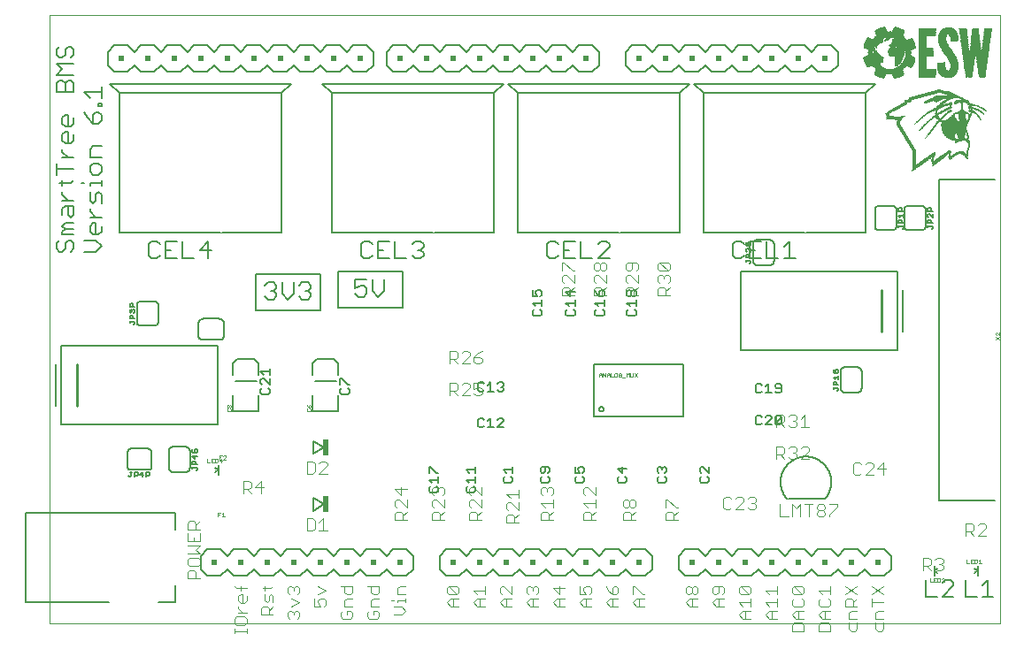
<source format=gto>
G75*
%MOIN*%
%OFA0B0*%
%FSLAX25Y25*%
%IPPOS*%
%LPD*%
%AMOC8*
5,1,8,0,0,1.08239X$1,22.5*
%
%ADD10C,0.00000*%
%ADD11C,0.00600*%
%ADD12C,0.00500*%
%ADD13R,0.00200X0.00100*%
%ADD14R,0.00300X0.00100*%
%ADD15R,0.00500X0.00100*%
%ADD16R,0.00600X0.00100*%
%ADD17R,0.00700X0.00100*%
%ADD18R,0.00900X0.00100*%
%ADD19R,0.01000X0.00100*%
%ADD20R,0.01100X0.00100*%
%ADD21R,0.01300X0.00100*%
%ADD22R,0.01400X0.00100*%
%ADD23R,0.01600X0.00100*%
%ADD24R,0.01700X0.00100*%
%ADD25R,0.01800X0.00100*%
%ADD26R,0.02000X0.00100*%
%ADD27R,0.02100X0.00100*%
%ADD28R,0.02300X0.00100*%
%ADD29R,0.02400X0.00100*%
%ADD30R,0.02500X0.00100*%
%ADD31R,0.02700X0.00100*%
%ADD32R,0.02800X0.00100*%
%ADD33R,0.00800X0.00100*%
%ADD34R,0.01200X0.00100*%
%ADD35R,0.01500X0.00100*%
%ADD36R,0.01900X0.00100*%
%ADD37R,0.02600X0.00100*%
%ADD38R,0.00400X0.00100*%
%ADD39R,0.02200X0.00100*%
%ADD40R,0.04300X0.00100*%
%ADD41R,0.04100X0.00100*%
%ADD42R,0.03800X0.00100*%
%ADD43R,0.03600X0.00100*%
%ADD44R,0.03300X0.00100*%
%ADD45R,0.03000X0.00100*%
%ADD46R,0.02900X0.00100*%
%ADD47R,0.06000X0.00100*%
%ADD48R,0.06200X0.00100*%
%ADD49R,0.06400X0.00100*%
%ADD50R,0.06700X0.00100*%
%ADD51R,0.06800X0.00100*%
%ADD52R,0.03700X0.00100*%
%ADD53R,0.00100X0.00100*%
%ADD54R,0.03100X0.00100*%
%ADD55R,0.03200X0.00100*%
%ADD56R,0.03400X0.00100*%
%ADD57R,0.03500X0.00100*%
%ADD58R,0.03900X0.00100*%
%ADD59R,0.04000X0.00100*%
%ADD60R,0.04200X0.00100*%
%ADD61R,0.04500X0.00100*%
%ADD62R,0.04600X0.00100*%
%ADD63R,0.04800X0.00100*%
%ADD64R,0.08400X0.00100*%
%ADD65R,0.08600X0.00100*%
%ADD66R,0.09300X0.00100*%
%ADD67R,0.09400X0.00100*%
%ADD68R,0.09500X0.00100*%
%ADD69R,0.09600X0.00100*%
%ADD70R,0.09700X0.00100*%
%ADD71R,0.09800X0.00100*%
%ADD72R,0.09900X0.00100*%
%ADD73R,0.10000X0.00100*%
%ADD74R,0.10100X0.00100*%
%ADD75R,0.10200X0.00100*%
%ADD76R,0.10400X0.00100*%
%ADD77R,0.10700X0.00100*%
%ADD78R,0.07900X0.00100*%
%ADD79R,0.07600X0.00100*%
%ADD80R,0.07400X0.00100*%
%ADD81R,0.04700X0.00100*%
%ADD82R,0.05400X0.00100*%
%ADD83R,0.06100X0.00100*%
%ADD84R,0.06300X0.00100*%
%ADD85R,0.06500X0.00100*%
%ADD86R,0.05700X0.00100*%
%ADD87R,0.05500X0.00100*%
%ADD88R,0.05000X0.00100*%
%ADD89R,0.05200X0.00100*%
%ADD90R,0.04900X0.00100*%
%ADD91R,0.04400X0.00100*%
%ADD92R,0.08000X0.00100*%
%ADD93R,0.08200X0.00100*%
%ADD94R,0.10500X0.00100*%
%ADD95R,0.08900X0.00100*%
%ADD96R,0.08500X0.00100*%
%ADD97R,0.08100X0.00100*%
%ADD98R,0.07800X0.00100*%
%ADD99R,0.07200X0.00100*%
%ADD100R,0.00140X0.00070*%
%ADD101R,0.00070X0.00070*%
%ADD102R,0.00280X0.00070*%
%ADD103R,0.00490X0.00070*%
%ADD104R,0.00490X0.00070*%
%ADD105R,0.00210X0.00070*%
%ADD106R,0.00770X0.00070*%
%ADD107R,0.00840X0.00070*%
%ADD108R,0.00140X0.00070*%
%ADD109R,0.01260X0.00070*%
%ADD110R,0.00210X0.00070*%
%ADD111R,0.00630X0.00070*%
%ADD112R,0.00420X0.00070*%
%ADD113R,0.00700X0.00070*%
%ADD114R,0.00490X0.00070*%
%ADD115R,0.00560X0.00070*%
%ADD116R,0.00420X0.00070*%
%ADD117R,0.00350X0.00070*%
%ADD118R,0.00910X0.00070*%
%ADD119R,0.00140X0.00070*%
%ADD120R,0.01050X0.00070*%
%ADD121R,0.00910X0.00070*%
%ADD122R,0.00420X0.00070*%
%ADD123R,0.00280X0.00070*%
%ADD124R,0.00070X0.00070*%
%ADD125R,0.00070X0.00070*%
%ADD126R,0.01330X0.00070*%
%ADD127R,0.00350X0.00070*%
%ADD128R,0.01470X0.00070*%
%ADD129R,0.01400X0.00070*%
%ADD130R,0.00840X0.00070*%
%ADD131R,0.00490X0.00070*%
%ADD132R,0.01190X0.00070*%
%ADD133R,0.01050X0.00070*%
%ADD134R,0.02870X0.00070*%
%ADD135R,0.01540X0.00070*%
%ADD136R,0.02310X0.00070*%
%ADD137R,0.01120X0.00070*%
%ADD138R,0.01540X0.00070*%
%ADD139R,0.00700X0.00070*%
%ADD140R,0.00630X0.00070*%
%ADD141R,0.00770X0.00070*%
%ADD142R,0.01470X0.00070*%
%ADD143R,0.00560X0.00070*%
%ADD144R,0.00840X0.00070*%
%ADD145R,0.00980X0.00070*%
%ADD146R,0.01750X0.00070*%
%ADD147R,0.01330X0.00070*%
%ADD148R,0.01260X0.00070*%
%ADD149R,0.01190X0.00070*%
%ADD150R,0.01540X0.00070*%
%ADD151R,0.00140X0.00070*%
%ADD152R,0.01820X0.00070*%
%ADD153R,0.01470X0.00070*%
%ADD154R,0.01190X0.00070*%
%ADD155R,0.03150X0.00070*%
%ADD156R,0.02520X0.00070*%
%ADD157R,0.01890X0.00070*%
%ADD158R,0.00770X0.00070*%
%ADD159R,0.00980X0.00070*%
%ADD160R,0.01680X0.00070*%
%ADD161R,0.00770X0.00070*%
%ADD162R,0.00070X0.00070*%
%ADD163R,0.01470X0.00070*%
%ADD164R,0.01680X0.00070*%
%ADD165R,0.01610X0.00070*%
%ADD166R,0.02030X0.00070*%
%ADD167R,0.01120X0.00070*%
%ADD168R,0.00420X0.00070*%
%ADD169R,0.02380X0.00070*%
%ADD170R,0.01400X0.00070*%
%ADD171R,0.01750X0.00070*%
%ADD172R,0.01820X0.00070*%
%ADD173R,0.02520X0.00070*%
%ADD174R,0.02590X0.00070*%
%ADD175R,0.01960X0.00070*%
%ADD176R,0.03010X0.00070*%
%ADD177R,0.00840X0.00070*%
%ADD178R,0.03570X0.00070*%
%ADD179R,0.02450X0.00070*%
%ADD180R,0.02730X0.00070*%
%ADD181R,0.02100X0.00070*%
%ADD182R,0.01190X0.00070*%
%ADD183R,0.01610X0.00070*%
%ADD184R,0.01120X0.00070*%
%ADD185R,0.01540X0.00070*%
%ADD186R,0.01120X0.00070*%
%ADD187R,0.01820X0.00070*%
%ADD188R,0.03780X0.00070*%
%ADD189R,0.02100X0.00070*%
%ADD190R,0.03640X0.00070*%
%ADD191R,0.03850X0.00070*%
%ADD192R,0.02170X0.00070*%
%ADD193R,0.01960X0.00070*%
%ADD194R,0.02660X0.00070*%
%ADD195R,0.03990X0.00070*%
%ADD196R,0.05460X0.00070*%
%ADD197R,0.02170X0.00070*%
%ADD198R,0.02240X0.00070*%
%ADD199R,0.03220X0.00070*%
%ADD200R,0.03080X0.00070*%
%ADD201R,0.01890X0.00070*%
%ADD202R,0.03710X0.00070*%
%ADD203R,0.02590X0.00070*%
%ADD204R,0.04200X0.00070*%
%ADD205R,0.02730X0.00070*%
%ADD206R,0.03360X0.00070*%
%ADD207R,0.02170X0.00070*%
%ADD208R,0.02660X0.00070*%
%ADD209R,0.01890X0.00070*%
%ADD210R,0.02450X0.00070*%
%ADD211R,0.02310X0.00070*%
%ADD212R,0.02030X0.00070*%
%ADD213R,0.02520X0.00070*%
%ADD214R,0.02800X0.00070*%
%ADD215R,0.02240X0.00070*%
%ADD216R,0.01820X0.00070*%
%ADD217R,0.03150X0.00070*%
%ADD218R,0.02940X0.00070*%
%ADD219R,0.02380X0.00070*%
%ADD220R,0.02240X0.00070*%
%ADD221R,0.01890X0.00070*%
%ADD222R,0.02800X0.00070*%
%ADD223R,0.02870X0.00070*%
%ADD224R,0.02590X0.00070*%
%ADD225R,0.03430X0.00070*%
%ADD226R,0.02240X0.00070*%
%ADD227R,0.02940X0.00070*%
%ADD228R,0.03500X0.00070*%
%ADD229R,0.03010X0.00070*%
%ADD230R,0.02940X0.00070*%
%ADD231R,0.02170X0.00070*%
%ADD232R,0.04340X0.00070*%
%ADD233R,0.04550X0.00070*%
%ADD234R,0.02590X0.00070*%
%ADD235R,0.02870X0.00070*%
%ADD236R,0.03570X0.00070*%
%ADD237R,0.04970X0.00070*%
%ADD238R,0.06230X0.00070*%
%ADD239R,0.06230X0.00070*%
%ADD240C,0.00800*%
%ADD241C,0.00100*%
%ADD242C,0.00400*%
%ADD243R,0.02400X0.06200*%
%ADD244R,0.02000X0.02000*%
%ADD245C,0.00300*%
%ADD246C,0.00200*%
%ADD247C,0.01000*%
D10*
X0062595Y0011650D02*
X0062595Y0241150D01*
X0420595Y0241150D01*
X0420595Y0011650D01*
X0062595Y0011650D01*
D11*
X0093195Y0069650D02*
X0099995Y0069650D01*
X0100055Y0069652D01*
X0100116Y0069657D01*
X0100175Y0069666D01*
X0100234Y0069679D01*
X0100293Y0069695D01*
X0100350Y0069715D01*
X0100405Y0069738D01*
X0100460Y0069765D01*
X0100512Y0069794D01*
X0100563Y0069827D01*
X0100612Y0069863D01*
X0100658Y0069901D01*
X0100702Y0069943D01*
X0100744Y0069987D01*
X0100782Y0070033D01*
X0100818Y0070082D01*
X0100851Y0070133D01*
X0100880Y0070185D01*
X0100907Y0070240D01*
X0100930Y0070295D01*
X0100950Y0070352D01*
X0100966Y0070411D01*
X0100979Y0070470D01*
X0100988Y0070529D01*
X0100993Y0070590D01*
X0100995Y0070650D01*
X0100995Y0076650D01*
X0100993Y0076710D01*
X0100988Y0076771D01*
X0100979Y0076830D01*
X0100966Y0076889D01*
X0100950Y0076948D01*
X0100930Y0077005D01*
X0100907Y0077060D01*
X0100880Y0077115D01*
X0100851Y0077167D01*
X0100818Y0077218D01*
X0100782Y0077267D01*
X0100744Y0077313D01*
X0100702Y0077357D01*
X0100658Y0077399D01*
X0100612Y0077437D01*
X0100563Y0077473D01*
X0100512Y0077506D01*
X0100460Y0077535D01*
X0100405Y0077562D01*
X0100350Y0077585D01*
X0100293Y0077605D01*
X0100234Y0077621D01*
X0100175Y0077634D01*
X0100116Y0077643D01*
X0100055Y0077648D01*
X0099995Y0077650D01*
X0093195Y0077650D01*
X0093135Y0077648D01*
X0093074Y0077643D01*
X0093015Y0077634D01*
X0092956Y0077621D01*
X0092897Y0077605D01*
X0092840Y0077585D01*
X0092785Y0077562D01*
X0092730Y0077535D01*
X0092678Y0077506D01*
X0092627Y0077473D01*
X0092578Y0077437D01*
X0092532Y0077399D01*
X0092488Y0077357D01*
X0092446Y0077313D01*
X0092408Y0077267D01*
X0092372Y0077218D01*
X0092339Y0077167D01*
X0092310Y0077115D01*
X0092283Y0077060D01*
X0092260Y0077005D01*
X0092240Y0076948D01*
X0092224Y0076889D01*
X0092211Y0076830D01*
X0092202Y0076771D01*
X0092197Y0076710D01*
X0092195Y0076650D01*
X0092195Y0070650D01*
X0092197Y0070590D01*
X0092202Y0070529D01*
X0092211Y0070470D01*
X0092224Y0070411D01*
X0092240Y0070352D01*
X0092260Y0070295D01*
X0092283Y0070240D01*
X0092310Y0070185D01*
X0092339Y0070133D01*
X0092372Y0070082D01*
X0092408Y0070033D01*
X0092446Y0069987D01*
X0092488Y0069943D01*
X0092532Y0069901D01*
X0092578Y0069863D01*
X0092627Y0069827D01*
X0092678Y0069794D01*
X0092730Y0069765D01*
X0092785Y0069738D01*
X0092840Y0069715D01*
X0092897Y0069695D01*
X0092956Y0069679D01*
X0093015Y0069666D01*
X0093074Y0069657D01*
X0093135Y0069652D01*
X0093195Y0069650D01*
X0107595Y0070650D02*
X0107595Y0076650D01*
X0107597Y0076733D01*
X0107603Y0076816D01*
X0107612Y0076899D01*
X0107626Y0076981D01*
X0107643Y0077062D01*
X0107664Y0077143D01*
X0107688Y0077222D01*
X0107717Y0077300D01*
X0107748Y0077377D01*
X0107784Y0077452D01*
X0107822Y0077526D01*
X0107865Y0077598D01*
X0107910Y0077667D01*
X0107959Y0077735D01*
X0108010Y0077800D01*
X0108065Y0077863D01*
X0108122Y0077923D01*
X0108182Y0077980D01*
X0108245Y0078035D01*
X0108310Y0078086D01*
X0108378Y0078135D01*
X0108447Y0078180D01*
X0108519Y0078223D01*
X0108593Y0078261D01*
X0108668Y0078297D01*
X0108745Y0078328D01*
X0108823Y0078357D01*
X0108902Y0078381D01*
X0108983Y0078402D01*
X0109064Y0078419D01*
X0109146Y0078433D01*
X0109229Y0078442D01*
X0109312Y0078448D01*
X0109395Y0078450D01*
X0113795Y0078450D01*
X0113878Y0078448D01*
X0113961Y0078442D01*
X0114044Y0078433D01*
X0114126Y0078419D01*
X0114207Y0078402D01*
X0114288Y0078381D01*
X0114367Y0078357D01*
X0114445Y0078328D01*
X0114522Y0078297D01*
X0114597Y0078261D01*
X0114671Y0078223D01*
X0114743Y0078180D01*
X0114812Y0078135D01*
X0114880Y0078086D01*
X0114945Y0078035D01*
X0115008Y0077980D01*
X0115068Y0077923D01*
X0115125Y0077863D01*
X0115180Y0077800D01*
X0115231Y0077735D01*
X0115280Y0077667D01*
X0115325Y0077598D01*
X0115368Y0077526D01*
X0115406Y0077452D01*
X0115442Y0077377D01*
X0115473Y0077300D01*
X0115502Y0077222D01*
X0115526Y0077143D01*
X0115547Y0077062D01*
X0115564Y0076981D01*
X0115578Y0076899D01*
X0115587Y0076816D01*
X0115593Y0076733D01*
X0115595Y0076650D01*
X0115595Y0070650D01*
X0115593Y0070567D01*
X0115587Y0070484D01*
X0115578Y0070401D01*
X0115564Y0070319D01*
X0115547Y0070238D01*
X0115526Y0070157D01*
X0115502Y0070078D01*
X0115473Y0070000D01*
X0115442Y0069923D01*
X0115406Y0069848D01*
X0115368Y0069774D01*
X0115325Y0069702D01*
X0115280Y0069633D01*
X0115231Y0069565D01*
X0115180Y0069500D01*
X0115125Y0069437D01*
X0115068Y0069377D01*
X0115008Y0069320D01*
X0114945Y0069265D01*
X0114880Y0069214D01*
X0114812Y0069165D01*
X0114743Y0069120D01*
X0114671Y0069077D01*
X0114597Y0069039D01*
X0114522Y0069003D01*
X0114445Y0068972D01*
X0114367Y0068943D01*
X0114288Y0068919D01*
X0114207Y0068898D01*
X0114126Y0068881D01*
X0114044Y0068867D01*
X0113961Y0068858D01*
X0113878Y0068852D01*
X0113795Y0068850D01*
X0109395Y0068850D01*
X0109312Y0068852D01*
X0109229Y0068858D01*
X0109146Y0068867D01*
X0109064Y0068881D01*
X0108983Y0068898D01*
X0108902Y0068919D01*
X0108823Y0068943D01*
X0108745Y0068972D01*
X0108668Y0069003D01*
X0108593Y0069039D01*
X0108519Y0069077D01*
X0108447Y0069120D01*
X0108378Y0069165D01*
X0108310Y0069214D01*
X0108245Y0069265D01*
X0108182Y0069320D01*
X0108122Y0069377D01*
X0108065Y0069437D01*
X0108010Y0069500D01*
X0107959Y0069565D01*
X0107910Y0069633D01*
X0107865Y0069702D01*
X0107822Y0069774D01*
X0107784Y0069848D01*
X0107748Y0069923D01*
X0107717Y0070000D01*
X0107688Y0070078D01*
X0107664Y0070157D01*
X0107643Y0070238D01*
X0107626Y0070319D01*
X0107612Y0070401D01*
X0107603Y0070484D01*
X0107597Y0070567D01*
X0107595Y0070650D01*
X0120595Y0118650D02*
X0126595Y0118650D01*
X0126678Y0118652D01*
X0126761Y0118658D01*
X0126844Y0118667D01*
X0126926Y0118681D01*
X0127007Y0118698D01*
X0127088Y0118719D01*
X0127167Y0118743D01*
X0127245Y0118772D01*
X0127322Y0118803D01*
X0127397Y0118839D01*
X0127471Y0118877D01*
X0127543Y0118920D01*
X0127612Y0118965D01*
X0127680Y0119014D01*
X0127745Y0119065D01*
X0127808Y0119120D01*
X0127868Y0119177D01*
X0127925Y0119237D01*
X0127980Y0119300D01*
X0128031Y0119365D01*
X0128080Y0119433D01*
X0128125Y0119502D01*
X0128168Y0119574D01*
X0128206Y0119648D01*
X0128242Y0119723D01*
X0128273Y0119800D01*
X0128302Y0119878D01*
X0128326Y0119957D01*
X0128347Y0120038D01*
X0128364Y0120119D01*
X0128378Y0120201D01*
X0128387Y0120284D01*
X0128393Y0120367D01*
X0128395Y0120450D01*
X0128395Y0124850D01*
X0128393Y0124933D01*
X0128387Y0125016D01*
X0128378Y0125099D01*
X0128364Y0125181D01*
X0128347Y0125262D01*
X0128326Y0125343D01*
X0128302Y0125422D01*
X0128273Y0125500D01*
X0128242Y0125577D01*
X0128206Y0125652D01*
X0128168Y0125726D01*
X0128125Y0125798D01*
X0128080Y0125867D01*
X0128031Y0125935D01*
X0127980Y0126000D01*
X0127925Y0126063D01*
X0127868Y0126123D01*
X0127808Y0126180D01*
X0127745Y0126235D01*
X0127680Y0126286D01*
X0127612Y0126335D01*
X0127543Y0126380D01*
X0127471Y0126423D01*
X0127397Y0126461D01*
X0127322Y0126497D01*
X0127245Y0126528D01*
X0127167Y0126557D01*
X0127088Y0126581D01*
X0127007Y0126602D01*
X0126926Y0126619D01*
X0126844Y0126633D01*
X0126761Y0126642D01*
X0126678Y0126648D01*
X0126595Y0126650D01*
X0120595Y0126650D01*
X0120512Y0126648D01*
X0120429Y0126642D01*
X0120346Y0126633D01*
X0120264Y0126619D01*
X0120183Y0126602D01*
X0120102Y0126581D01*
X0120023Y0126557D01*
X0119945Y0126528D01*
X0119868Y0126497D01*
X0119793Y0126461D01*
X0119719Y0126423D01*
X0119647Y0126380D01*
X0119578Y0126335D01*
X0119510Y0126286D01*
X0119445Y0126235D01*
X0119382Y0126180D01*
X0119322Y0126123D01*
X0119265Y0126063D01*
X0119210Y0126000D01*
X0119159Y0125935D01*
X0119110Y0125867D01*
X0119065Y0125798D01*
X0119022Y0125726D01*
X0118984Y0125652D01*
X0118948Y0125577D01*
X0118917Y0125500D01*
X0118888Y0125422D01*
X0118864Y0125343D01*
X0118843Y0125262D01*
X0118826Y0125181D01*
X0118812Y0125099D01*
X0118803Y0125016D01*
X0118797Y0124933D01*
X0118795Y0124850D01*
X0118795Y0120450D01*
X0118797Y0120367D01*
X0118803Y0120284D01*
X0118812Y0120201D01*
X0118826Y0120119D01*
X0118843Y0120038D01*
X0118864Y0119957D01*
X0118888Y0119878D01*
X0118917Y0119800D01*
X0118948Y0119723D01*
X0118984Y0119648D01*
X0119022Y0119574D01*
X0119065Y0119502D01*
X0119110Y0119433D01*
X0119159Y0119365D01*
X0119210Y0119300D01*
X0119265Y0119237D01*
X0119322Y0119177D01*
X0119382Y0119120D01*
X0119445Y0119065D01*
X0119510Y0119014D01*
X0119578Y0118965D01*
X0119647Y0118920D01*
X0119719Y0118877D01*
X0119793Y0118839D01*
X0119868Y0118803D01*
X0119945Y0118772D01*
X0120023Y0118743D01*
X0120102Y0118719D01*
X0120183Y0118698D01*
X0120264Y0118681D01*
X0120346Y0118667D01*
X0120429Y0118658D01*
X0120512Y0118652D01*
X0120595Y0118650D01*
X0103595Y0125250D02*
X0103595Y0132050D01*
X0103593Y0132110D01*
X0103588Y0132171D01*
X0103579Y0132230D01*
X0103566Y0132289D01*
X0103550Y0132348D01*
X0103530Y0132405D01*
X0103507Y0132460D01*
X0103480Y0132515D01*
X0103451Y0132567D01*
X0103418Y0132618D01*
X0103382Y0132667D01*
X0103344Y0132713D01*
X0103302Y0132757D01*
X0103258Y0132799D01*
X0103212Y0132837D01*
X0103163Y0132873D01*
X0103112Y0132906D01*
X0103060Y0132935D01*
X0103005Y0132962D01*
X0102950Y0132985D01*
X0102893Y0133005D01*
X0102834Y0133021D01*
X0102775Y0133034D01*
X0102716Y0133043D01*
X0102655Y0133048D01*
X0102595Y0133050D01*
X0096595Y0133050D01*
X0096535Y0133048D01*
X0096474Y0133043D01*
X0096415Y0133034D01*
X0096356Y0133021D01*
X0096297Y0133005D01*
X0096240Y0132985D01*
X0096185Y0132962D01*
X0096130Y0132935D01*
X0096078Y0132906D01*
X0096027Y0132873D01*
X0095978Y0132837D01*
X0095932Y0132799D01*
X0095888Y0132757D01*
X0095846Y0132713D01*
X0095808Y0132667D01*
X0095772Y0132618D01*
X0095739Y0132567D01*
X0095710Y0132515D01*
X0095683Y0132460D01*
X0095660Y0132405D01*
X0095640Y0132348D01*
X0095624Y0132289D01*
X0095611Y0132230D01*
X0095602Y0132171D01*
X0095597Y0132110D01*
X0095595Y0132050D01*
X0095595Y0125250D01*
X0095597Y0125190D01*
X0095602Y0125129D01*
X0095611Y0125070D01*
X0095624Y0125011D01*
X0095640Y0124952D01*
X0095660Y0124895D01*
X0095683Y0124840D01*
X0095710Y0124785D01*
X0095739Y0124733D01*
X0095772Y0124682D01*
X0095808Y0124633D01*
X0095846Y0124587D01*
X0095888Y0124543D01*
X0095932Y0124501D01*
X0095978Y0124463D01*
X0096027Y0124427D01*
X0096078Y0124394D01*
X0096130Y0124365D01*
X0096185Y0124338D01*
X0096240Y0124315D01*
X0096297Y0124295D01*
X0096356Y0124279D01*
X0096415Y0124266D01*
X0096474Y0124257D01*
X0096535Y0124252D01*
X0096595Y0124250D01*
X0102595Y0124250D01*
X0102655Y0124252D01*
X0102716Y0124257D01*
X0102775Y0124266D01*
X0102834Y0124279D01*
X0102893Y0124295D01*
X0102950Y0124315D01*
X0103005Y0124338D01*
X0103060Y0124365D01*
X0103112Y0124394D01*
X0103163Y0124427D01*
X0103212Y0124463D01*
X0103258Y0124501D01*
X0103302Y0124543D01*
X0103344Y0124587D01*
X0103382Y0124633D01*
X0103418Y0124682D01*
X0103451Y0124733D01*
X0103480Y0124785D01*
X0103507Y0124840D01*
X0103530Y0124895D01*
X0103550Y0124952D01*
X0103566Y0125011D01*
X0103579Y0125070D01*
X0103588Y0125129D01*
X0103593Y0125190D01*
X0103595Y0125250D01*
X0103177Y0149430D02*
X0104244Y0150498D01*
X0103177Y0149430D02*
X0101041Y0149430D01*
X0099974Y0150498D01*
X0099974Y0154768D01*
X0101041Y0155836D01*
X0103177Y0155836D01*
X0104244Y0154768D01*
X0106419Y0155836D02*
X0106419Y0149430D01*
X0110690Y0149430D01*
X0112865Y0149430D02*
X0117135Y0149430D01*
X0119310Y0152633D02*
X0123581Y0152633D01*
X0122513Y0149430D02*
X0122513Y0155836D01*
X0119310Y0152633D01*
X0112865Y0155836D02*
X0112865Y0149430D01*
X0108555Y0152633D02*
X0106419Y0152633D01*
X0106419Y0155836D02*
X0110690Y0155836D01*
X0082295Y0154085D02*
X0080160Y0156220D01*
X0075890Y0156220D01*
X0079092Y0158395D02*
X0078025Y0159463D01*
X0078025Y0161598D01*
X0079092Y0162666D01*
X0080160Y0162666D01*
X0080160Y0158395D01*
X0081228Y0158395D02*
X0079092Y0158395D01*
X0081228Y0158395D02*
X0082295Y0159463D01*
X0082295Y0161598D01*
X0082295Y0164841D02*
X0078025Y0164841D01*
X0080160Y0164841D02*
X0078025Y0166976D01*
X0078025Y0168044D01*
X0079092Y0170212D02*
X0078025Y0171280D01*
X0078025Y0174483D01*
X0078025Y0176658D02*
X0078025Y0177725D01*
X0082295Y0177725D01*
X0082295Y0176658D02*
X0082295Y0178793D01*
X0081228Y0180955D02*
X0079092Y0180955D01*
X0078025Y0182022D01*
X0078025Y0184157D01*
X0079092Y0185225D01*
X0081228Y0185225D01*
X0082295Y0184157D01*
X0082295Y0182022D01*
X0081228Y0180955D01*
X0075890Y0177725D02*
X0074822Y0177725D01*
X0071795Y0178793D02*
X0070728Y0177725D01*
X0066457Y0177725D01*
X0067525Y0176658D02*
X0067525Y0178793D01*
X0065390Y0180955D02*
X0065390Y0185225D01*
X0065390Y0183090D02*
X0071795Y0183090D01*
X0071795Y0187400D02*
X0067525Y0187400D01*
X0069660Y0187400D02*
X0067525Y0189535D01*
X0067525Y0190603D01*
X0068592Y0192771D02*
X0067525Y0193839D01*
X0067525Y0195974D01*
X0068592Y0197042D01*
X0069660Y0197042D01*
X0069660Y0192771D01*
X0070728Y0192771D02*
X0068592Y0192771D01*
X0070728Y0192771D02*
X0071795Y0193839D01*
X0071795Y0195974D01*
X0078025Y0190603D02*
X0079092Y0191671D01*
X0082295Y0191671D01*
X0078025Y0190603D02*
X0078025Y0187400D01*
X0082295Y0187400D01*
X0081228Y0174483D02*
X0080160Y0173415D01*
X0080160Y0171280D01*
X0079092Y0170212D01*
X0082295Y0170212D02*
X0082295Y0173415D01*
X0081228Y0174483D01*
X0071795Y0171286D02*
X0067525Y0171286D01*
X0069660Y0171286D02*
X0067525Y0173422D01*
X0067525Y0174489D01*
X0068592Y0169111D02*
X0071795Y0169111D01*
X0071795Y0165909D01*
X0070728Y0164841D01*
X0069660Y0165909D01*
X0069660Y0169111D01*
X0068592Y0169111D02*
X0067525Y0168044D01*
X0067525Y0165909D01*
X0068592Y0162666D02*
X0071795Y0162666D01*
X0071795Y0160531D02*
X0068592Y0160531D01*
X0067525Y0161598D01*
X0068592Y0162666D01*
X0068592Y0160531D02*
X0067525Y0159463D01*
X0067525Y0158395D01*
X0071795Y0158395D01*
X0070728Y0156220D02*
X0071795Y0155153D01*
X0071795Y0153018D01*
X0070728Y0151950D01*
X0068592Y0153018D02*
X0068592Y0155153D01*
X0069660Y0156220D01*
X0070728Y0156220D01*
X0068592Y0153018D02*
X0067525Y0151950D01*
X0066457Y0151950D01*
X0065390Y0153018D01*
X0065390Y0155153D01*
X0066457Y0156220D01*
X0075890Y0151950D02*
X0080160Y0151950D01*
X0082295Y0154085D01*
X0140296Y0143465D02*
X0140296Y0129843D01*
X0164894Y0129843D01*
X0164894Y0143465D01*
X0140296Y0143465D01*
X0143895Y0139288D02*
X0144963Y0140355D01*
X0147098Y0140355D01*
X0148165Y0139288D01*
X0148165Y0138220D01*
X0147098Y0137153D01*
X0148165Y0136085D01*
X0148165Y0135018D01*
X0147098Y0133950D01*
X0144963Y0133950D01*
X0143895Y0135018D01*
X0146030Y0137153D02*
X0147098Y0137153D01*
X0150341Y0136085D02*
X0152476Y0133950D01*
X0154611Y0136085D01*
X0154611Y0140355D01*
X0156786Y0139288D02*
X0157854Y0140355D01*
X0159989Y0140355D01*
X0161056Y0139288D01*
X0161056Y0138220D01*
X0159989Y0137153D01*
X0161056Y0136085D01*
X0161056Y0135018D01*
X0159989Y0133950D01*
X0157854Y0133950D01*
X0156786Y0135018D01*
X0158921Y0137153D02*
X0159989Y0137153D01*
X0150341Y0136085D02*
X0150341Y0140355D01*
X0171296Y0144465D02*
X0171296Y0130843D01*
X0195894Y0130843D01*
X0195894Y0144465D01*
X0171296Y0144465D01*
X0177895Y0141355D02*
X0177895Y0138153D01*
X0180030Y0139220D01*
X0181098Y0139220D01*
X0182165Y0138153D01*
X0182165Y0136018D01*
X0181098Y0134950D01*
X0178963Y0134950D01*
X0177895Y0136018D01*
X0177895Y0141355D02*
X0182165Y0141355D01*
X0184341Y0141355D02*
X0184341Y0137085D01*
X0186476Y0134950D01*
X0188611Y0137085D01*
X0188611Y0141355D01*
X0190690Y0149430D02*
X0186419Y0149430D01*
X0186419Y0155836D01*
X0190690Y0155836D01*
X0192865Y0155836D02*
X0192865Y0149430D01*
X0197135Y0149430D01*
X0199310Y0150498D02*
X0200378Y0149430D01*
X0202513Y0149430D01*
X0203581Y0150498D01*
X0203581Y0151565D01*
X0202513Y0152633D01*
X0201446Y0152633D01*
X0202513Y0152633D02*
X0203581Y0153701D01*
X0203581Y0154768D01*
X0202513Y0155836D01*
X0200378Y0155836D01*
X0199310Y0154768D01*
X0188555Y0152633D02*
X0186419Y0152633D01*
X0184244Y0150498D02*
X0183177Y0149430D01*
X0181041Y0149430D01*
X0179974Y0150498D01*
X0179974Y0154768D01*
X0181041Y0155836D01*
X0183177Y0155836D01*
X0184244Y0154768D01*
X0249974Y0154768D02*
X0249974Y0150498D01*
X0251041Y0149430D01*
X0253177Y0149430D01*
X0254244Y0150498D01*
X0256419Y0149430D02*
X0260690Y0149430D01*
X0262865Y0149430D02*
X0267135Y0149430D01*
X0269310Y0149430D02*
X0273581Y0153701D01*
X0273581Y0154768D01*
X0272513Y0155836D01*
X0270378Y0155836D01*
X0269310Y0154768D01*
X0269310Y0149430D02*
X0273581Y0149430D01*
X0262865Y0149430D02*
X0262865Y0155836D01*
X0260690Y0155836D02*
X0256419Y0155836D01*
X0256419Y0149430D01*
X0256419Y0152633D02*
X0258555Y0152633D01*
X0254244Y0154768D02*
X0253177Y0155836D01*
X0251041Y0155836D01*
X0249974Y0154768D01*
X0319974Y0154768D02*
X0319974Y0150498D01*
X0321041Y0149430D01*
X0323177Y0149430D01*
X0324244Y0150498D01*
X0326419Y0149430D02*
X0330690Y0149430D01*
X0329395Y0146850D02*
X0329312Y0146852D01*
X0329229Y0146858D01*
X0329146Y0146867D01*
X0329064Y0146881D01*
X0328983Y0146898D01*
X0328902Y0146919D01*
X0328823Y0146943D01*
X0328745Y0146972D01*
X0328668Y0147003D01*
X0328593Y0147039D01*
X0328519Y0147077D01*
X0328447Y0147120D01*
X0328378Y0147165D01*
X0328310Y0147214D01*
X0328245Y0147265D01*
X0328182Y0147320D01*
X0328122Y0147377D01*
X0328065Y0147437D01*
X0328010Y0147500D01*
X0327959Y0147565D01*
X0327910Y0147633D01*
X0327865Y0147702D01*
X0327822Y0147774D01*
X0327784Y0147848D01*
X0327748Y0147923D01*
X0327717Y0148000D01*
X0327688Y0148078D01*
X0327664Y0148157D01*
X0327643Y0148238D01*
X0327626Y0148319D01*
X0327612Y0148401D01*
X0327603Y0148484D01*
X0327597Y0148567D01*
X0327595Y0148650D01*
X0327595Y0154650D01*
X0326419Y0155836D02*
X0326419Y0149430D01*
X0326419Y0152633D02*
X0328555Y0152633D01*
X0327595Y0154650D02*
X0327597Y0154733D01*
X0327603Y0154816D01*
X0327612Y0154899D01*
X0327626Y0154981D01*
X0327643Y0155062D01*
X0327664Y0155143D01*
X0327688Y0155222D01*
X0327717Y0155300D01*
X0327748Y0155377D01*
X0327784Y0155452D01*
X0327822Y0155526D01*
X0327865Y0155598D01*
X0327910Y0155667D01*
X0327959Y0155735D01*
X0328010Y0155800D01*
X0328065Y0155863D01*
X0328122Y0155923D01*
X0328182Y0155980D01*
X0328245Y0156035D01*
X0328310Y0156086D01*
X0328378Y0156135D01*
X0328447Y0156180D01*
X0328519Y0156223D01*
X0328593Y0156261D01*
X0328668Y0156297D01*
X0328745Y0156328D01*
X0328823Y0156357D01*
X0328902Y0156381D01*
X0328983Y0156402D01*
X0329064Y0156419D01*
X0329146Y0156433D01*
X0329229Y0156442D01*
X0329312Y0156448D01*
X0329395Y0156450D01*
X0333795Y0156450D01*
X0332865Y0155836D02*
X0332865Y0149430D01*
X0337135Y0149430D01*
X0335595Y0148650D02*
X0335595Y0154650D01*
X0335593Y0154733D01*
X0335587Y0154816D01*
X0335578Y0154899D01*
X0335564Y0154981D01*
X0335547Y0155062D01*
X0335526Y0155143D01*
X0335502Y0155222D01*
X0335473Y0155300D01*
X0335442Y0155377D01*
X0335406Y0155452D01*
X0335368Y0155526D01*
X0335325Y0155598D01*
X0335280Y0155667D01*
X0335231Y0155735D01*
X0335180Y0155800D01*
X0335125Y0155863D01*
X0335068Y0155923D01*
X0335008Y0155980D01*
X0334945Y0156035D01*
X0334880Y0156086D01*
X0334812Y0156135D01*
X0334743Y0156180D01*
X0334671Y0156223D01*
X0334597Y0156261D01*
X0334522Y0156297D01*
X0334445Y0156328D01*
X0334367Y0156357D01*
X0334288Y0156381D01*
X0334207Y0156402D01*
X0334126Y0156419D01*
X0334044Y0156433D01*
X0333961Y0156442D01*
X0333878Y0156448D01*
X0333795Y0156450D01*
X0330690Y0155836D02*
X0326419Y0155836D01*
X0324244Y0154768D02*
X0323177Y0155836D01*
X0321041Y0155836D01*
X0319974Y0154768D01*
X0329395Y0146850D02*
X0333795Y0146850D01*
X0333878Y0146852D01*
X0333961Y0146858D01*
X0334044Y0146867D01*
X0334126Y0146881D01*
X0334207Y0146898D01*
X0334288Y0146919D01*
X0334367Y0146943D01*
X0334445Y0146972D01*
X0334522Y0147003D01*
X0334597Y0147039D01*
X0334671Y0147077D01*
X0334743Y0147120D01*
X0334812Y0147165D01*
X0334880Y0147214D01*
X0334945Y0147265D01*
X0335008Y0147320D01*
X0335068Y0147377D01*
X0335125Y0147437D01*
X0335180Y0147500D01*
X0335231Y0147565D01*
X0335280Y0147633D01*
X0335325Y0147702D01*
X0335368Y0147774D01*
X0335406Y0147848D01*
X0335442Y0147923D01*
X0335473Y0148000D01*
X0335502Y0148078D01*
X0335526Y0148157D01*
X0335547Y0148238D01*
X0335564Y0148319D01*
X0335578Y0148401D01*
X0335587Y0148484D01*
X0335593Y0148567D01*
X0335595Y0148650D01*
X0339310Y0149430D02*
X0343581Y0149430D01*
X0341446Y0149430D02*
X0341446Y0155836D01*
X0339310Y0153701D01*
X0373595Y0161250D02*
X0373595Y0168050D01*
X0373597Y0168110D01*
X0373602Y0168171D01*
X0373611Y0168230D01*
X0373624Y0168289D01*
X0373640Y0168348D01*
X0373660Y0168405D01*
X0373683Y0168460D01*
X0373710Y0168515D01*
X0373739Y0168567D01*
X0373772Y0168618D01*
X0373808Y0168667D01*
X0373846Y0168713D01*
X0373888Y0168757D01*
X0373932Y0168799D01*
X0373978Y0168837D01*
X0374027Y0168873D01*
X0374078Y0168906D01*
X0374130Y0168935D01*
X0374185Y0168962D01*
X0374240Y0168985D01*
X0374297Y0169005D01*
X0374356Y0169021D01*
X0374415Y0169034D01*
X0374474Y0169043D01*
X0374535Y0169048D01*
X0374595Y0169050D01*
X0380595Y0169050D01*
X0380655Y0169048D01*
X0380716Y0169043D01*
X0380775Y0169034D01*
X0380834Y0169021D01*
X0380893Y0169005D01*
X0380950Y0168985D01*
X0381005Y0168962D01*
X0381060Y0168935D01*
X0381112Y0168906D01*
X0381163Y0168873D01*
X0381212Y0168837D01*
X0381258Y0168799D01*
X0381302Y0168757D01*
X0381344Y0168713D01*
X0381382Y0168667D01*
X0381418Y0168618D01*
X0381451Y0168567D01*
X0381480Y0168515D01*
X0381507Y0168460D01*
X0381530Y0168405D01*
X0381550Y0168348D01*
X0381566Y0168289D01*
X0381579Y0168230D01*
X0381588Y0168171D01*
X0381593Y0168110D01*
X0381595Y0168050D01*
X0381595Y0161250D01*
X0381593Y0161190D01*
X0381588Y0161129D01*
X0381579Y0161070D01*
X0381566Y0161011D01*
X0381550Y0160952D01*
X0381530Y0160895D01*
X0381507Y0160840D01*
X0381480Y0160785D01*
X0381451Y0160733D01*
X0381418Y0160682D01*
X0381382Y0160633D01*
X0381344Y0160587D01*
X0381302Y0160543D01*
X0381258Y0160501D01*
X0381212Y0160463D01*
X0381163Y0160427D01*
X0381112Y0160394D01*
X0381060Y0160365D01*
X0381005Y0160338D01*
X0380950Y0160315D01*
X0380893Y0160295D01*
X0380834Y0160279D01*
X0380775Y0160266D01*
X0380716Y0160257D01*
X0380655Y0160252D01*
X0380595Y0160250D01*
X0374595Y0160250D01*
X0374535Y0160252D01*
X0374474Y0160257D01*
X0374415Y0160266D01*
X0374356Y0160279D01*
X0374297Y0160295D01*
X0374240Y0160315D01*
X0374185Y0160338D01*
X0374130Y0160365D01*
X0374078Y0160394D01*
X0374027Y0160427D01*
X0373978Y0160463D01*
X0373932Y0160501D01*
X0373888Y0160543D01*
X0373846Y0160587D01*
X0373808Y0160633D01*
X0373772Y0160682D01*
X0373739Y0160733D01*
X0373710Y0160785D01*
X0373683Y0160840D01*
X0373660Y0160895D01*
X0373640Y0160952D01*
X0373624Y0161011D01*
X0373611Y0161070D01*
X0373602Y0161129D01*
X0373597Y0161190D01*
X0373595Y0161250D01*
X0384595Y0161250D02*
X0384595Y0168050D01*
X0384597Y0168110D01*
X0384602Y0168171D01*
X0384611Y0168230D01*
X0384624Y0168289D01*
X0384640Y0168348D01*
X0384660Y0168405D01*
X0384683Y0168460D01*
X0384710Y0168515D01*
X0384739Y0168567D01*
X0384772Y0168618D01*
X0384808Y0168667D01*
X0384846Y0168713D01*
X0384888Y0168757D01*
X0384932Y0168799D01*
X0384978Y0168837D01*
X0385027Y0168873D01*
X0385078Y0168906D01*
X0385130Y0168935D01*
X0385185Y0168962D01*
X0385240Y0168985D01*
X0385297Y0169005D01*
X0385356Y0169021D01*
X0385415Y0169034D01*
X0385474Y0169043D01*
X0385535Y0169048D01*
X0385595Y0169050D01*
X0391595Y0169050D01*
X0391655Y0169048D01*
X0391716Y0169043D01*
X0391775Y0169034D01*
X0391834Y0169021D01*
X0391893Y0169005D01*
X0391950Y0168985D01*
X0392005Y0168962D01*
X0392060Y0168935D01*
X0392112Y0168906D01*
X0392163Y0168873D01*
X0392212Y0168837D01*
X0392258Y0168799D01*
X0392302Y0168757D01*
X0392344Y0168713D01*
X0392382Y0168667D01*
X0392418Y0168618D01*
X0392451Y0168567D01*
X0392480Y0168515D01*
X0392507Y0168460D01*
X0392530Y0168405D01*
X0392550Y0168348D01*
X0392566Y0168289D01*
X0392579Y0168230D01*
X0392588Y0168171D01*
X0392593Y0168110D01*
X0392595Y0168050D01*
X0392595Y0161250D01*
X0392593Y0161190D01*
X0392588Y0161129D01*
X0392579Y0161070D01*
X0392566Y0161011D01*
X0392550Y0160952D01*
X0392530Y0160895D01*
X0392507Y0160840D01*
X0392480Y0160785D01*
X0392451Y0160733D01*
X0392418Y0160682D01*
X0392382Y0160633D01*
X0392344Y0160587D01*
X0392302Y0160543D01*
X0392258Y0160501D01*
X0392212Y0160463D01*
X0392163Y0160427D01*
X0392112Y0160394D01*
X0392060Y0160365D01*
X0392005Y0160338D01*
X0391950Y0160315D01*
X0391893Y0160295D01*
X0391834Y0160279D01*
X0391775Y0160266D01*
X0391716Y0160257D01*
X0391655Y0160252D01*
X0391595Y0160250D01*
X0385595Y0160250D01*
X0385535Y0160252D01*
X0385474Y0160257D01*
X0385415Y0160266D01*
X0385356Y0160279D01*
X0385297Y0160295D01*
X0385240Y0160315D01*
X0385185Y0160338D01*
X0385130Y0160365D01*
X0385078Y0160394D01*
X0385027Y0160427D01*
X0384978Y0160463D01*
X0384932Y0160501D01*
X0384888Y0160543D01*
X0384846Y0160587D01*
X0384808Y0160633D01*
X0384772Y0160682D01*
X0384739Y0160733D01*
X0384710Y0160785D01*
X0384683Y0160840D01*
X0384660Y0160895D01*
X0384640Y0160952D01*
X0384624Y0161011D01*
X0384611Y0161070D01*
X0384602Y0161129D01*
X0384597Y0161190D01*
X0384595Y0161250D01*
X0366795Y0108450D02*
X0362395Y0108450D01*
X0362312Y0108448D01*
X0362229Y0108442D01*
X0362146Y0108433D01*
X0362064Y0108419D01*
X0361983Y0108402D01*
X0361902Y0108381D01*
X0361823Y0108357D01*
X0361745Y0108328D01*
X0361668Y0108297D01*
X0361593Y0108261D01*
X0361519Y0108223D01*
X0361447Y0108180D01*
X0361378Y0108135D01*
X0361310Y0108086D01*
X0361245Y0108035D01*
X0361182Y0107980D01*
X0361122Y0107923D01*
X0361065Y0107863D01*
X0361010Y0107800D01*
X0360959Y0107735D01*
X0360910Y0107667D01*
X0360865Y0107598D01*
X0360822Y0107526D01*
X0360784Y0107452D01*
X0360748Y0107377D01*
X0360717Y0107300D01*
X0360688Y0107222D01*
X0360664Y0107143D01*
X0360643Y0107062D01*
X0360626Y0106981D01*
X0360612Y0106899D01*
X0360603Y0106816D01*
X0360597Y0106733D01*
X0360595Y0106650D01*
X0360595Y0100650D01*
X0360597Y0100567D01*
X0360603Y0100484D01*
X0360612Y0100401D01*
X0360626Y0100319D01*
X0360643Y0100238D01*
X0360664Y0100157D01*
X0360688Y0100078D01*
X0360717Y0100000D01*
X0360748Y0099923D01*
X0360784Y0099848D01*
X0360822Y0099774D01*
X0360865Y0099702D01*
X0360910Y0099633D01*
X0360959Y0099565D01*
X0361010Y0099500D01*
X0361065Y0099437D01*
X0361122Y0099377D01*
X0361182Y0099320D01*
X0361245Y0099265D01*
X0361310Y0099214D01*
X0361378Y0099165D01*
X0361447Y0099120D01*
X0361519Y0099077D01*
X0361593Y0099039D01*
X0361668Y0099003D01*
X0361745Y0098972D01*
X0361823Y0098943D01*
X0361902Y0098919D01*
X0361983Y0098898D01*
X0362064Y0098881D01*
X0362146Y0098867D01*
X0362229Y0098858D01*
X0362312Y0098852D01*
X0362395Y0098850D01*
X0366795Y0098850D01*
X0366878Y0098852D01*
X0366961Y0098858D01*
X0367044Y0098867D01*
X0367126Y0098881D01*
X0367207Y0098898D01*
X0367288Y0098919D01*
X0367367Y0098943D01*
X0367445Y0098972D01*
X0367522Y0099003D01*
X0367597Y0099039D01*
X0367671Y0099077D01*
X0367743Y0099120D01*
X0367812Y0099165D01*
X0367880Y0099214D01*
X0367945Y0099265D01*
X0368008Y0099320D01*
X0368068Y0099377D01*
X0368125Y0099437D01*
X0368180Y0099500D01*
X0368231Y0099565D01*
X0368280Y0099633D01*
X0368325Y0099702D01*
X0368368Y0099774D01*
X0368406Y0099848D01*
X0368442Y0099923D01*
X0368473Y0100000D01*
X0368502Y0100078D01*
X0368526Y0100157D01*
X0368547Y0100238D01*
X0368564Y0100319D01*
X0368578Y0100401D01*
X0368587Y0100484D01*
X0368593Y0100567D01*
X0368595Y0100650D01*
X0368595Y0106650D01*
X0368593Y0106733D01*
X0368587Y0106816D01*
X0368578Y0106899D01*
X0368564Y0106981D01*
X0368547Y0107062D01*
X0368526Y0107143D01*
X0368502Y0107222D01*
X0368473Y0107300D01*
X0368442Y0107377D01*
X0368406Y0107452D01*
X0368368Y0107526D01*
X0368325Y0107598D01*
X0368280Y0107667D01*
X0368231Y0107735D01*
X0368180Y0107800D01*
X0368125Y0107863D01*
X0368068Y0107923D01*
X0368008Y0107980D01*
X0367945Y0108035D01*
X0367880Y0108086D01*
X0367812Y0108135D01*
X0367743Y0108180D01*
X0367671Y0108223D01*
X0367597Y0108261D01*
X0367522Y0108297D01*
X0367445Y0108328D01*
X0367367Y0108357D01*
X0367288Y0108381D01*
X0367207Y0108402D01*
X0367126Y0108419D01*
X0367044Y0108433D01*
X0366961Y0108442D01*
X0366878Y0108448D01*
X0366795Y0108450D01*
X0082295Y0201359D02*
X0082295Y0203494D01*
X0081228Y0204562D01*
X0080160Y0204562D01*
X0079092Y0203494D01*
X0079092Y0200291D01*
X0081228Y0200291D01*
X0082295Y0201359D01*
X0079092Y0200291D02*
X0076957Y0202426D01*
X0075890Y0204562D01*
X0071795Y0202420D02*
X0071795Y0200285D01*
X0070728Y0199217D01*
X0068592Y0199217D01*
X0067525Y0200285D01*
X0067525Y0202420D01*
X0068592Y0203487D01*
X0069660Y0203487D01*
X0069660Y0199217D01*
X0078025Y0209959D02*
X0075890Y0212095D01*
X0082295Y0212095D01*
X0082295Y0214230D02*
X0082295Y0209959D01*
X0082295Y0207804D02*
X0082295Y0206737D01*
X0081228Y0206737D01*
X0081228Y0207804D01*
X0082295Y0207804D01*
X0071795Y0212108D02*
X0071795Y0215311D01*
X0070728Y0216378D01*
X0069660Y0216378D01*
X0068592Y0215311D01*
X0068592Y0212108D01*
X0065390Y0212108D02*
X0065390Y0215311D01*
X0066457Y0216378D01*
X0067525Y0216378D01*
X0068592Y0215311D01*
X0071795Y0212108D02*
X0065390Y0212108D01*
X0065390Y0218553D02*
X0067525Y0220689D01*
X0065390Y0222824D01*
X0071795Y0222824D01*
X0070728Y0224999D02*
X0071795Y0226067D01*
X0071795Y0228202D01*
X0070728Y0229269D01*
X0069660Y0229269D01*
X0068592Y0228202D01*
X0068592Y0226067D01*
X0067525Y0224999D01*
X0066457Y0224999D01*
X0065390Y0226067D01*
X0065390Y0228202D01*
X0066457Y0229269D01*
X0065390Y0218553D02*
X0071795Y0218553D01*
D12*
X0084595Y0222150D02*
X0087095Y0219650D01*
X0092095Y0219650D01*
X0094595Y0222150D01*
X0097095Y0219650D01*
X0102095Y0219650D01*
X0104595Y0222150D01*
X0107095Y0219650D01*
X0112095Y0219650D01*
X0114595Y0222150D01*
X0117095Y0219650D01*
X0122095Y0219650D01*
X0124595Y0222150D01*
X0127095Y0219650D01*
X0132095Y0219650D01*
X0134595Y0222150D01*
X0137095Y0219650D01*
X0142095Y0219650D01*
X0144595Y0222150D01*
X0147095Y0219650D01*
X0152095Y0219650D01*
X0154595Y0222150D01*
X0157095Y0219650D01*
X0162095Y0219650D01*
X0164595Y0222150D01*
X0167095Y0219650D01*
X0172095Y0219650D01*
X0174595Y0222150D01*
X0177095Y0219650D01*
X0182095Y0219650D01*
X0184595Y0222150D01*
X0184595Y0227150D01*
X0182095Y0229650D01*
X0177095Y0229650D01*
X0174595Y0227150D01*
X0172095Y0229650D01*
X0167095Y0229650D01*
X0164595Y0227150D01*
X0162095Y0229650D01*
X0157095Y0229650D01*
X0154595Y0227150D01*
X0152095Y0229650D01*
X0147095Y0229650D01*
X0144595Y0227150D01*
X0142095Y0229650D01*
X0137095Y0229650D01*
X0134595Y0227150D01*
X0132095Y0229650D01*
X0127095Y0229650D01*
X0124595Y0227150D01*
X0122095Y0229650D01*
X0117095Y0229650D01*
X0114595Y0227150D01*
X0112095Y0229650D01*
X0107095Y0229650D01*
X0104595Y0227150D01*
X0102095Y0229650D01*
X0097095Y0229650D01*
X0094595Y0227150D01*
X0092095Y0229650D01*
X0087095Y0229650D01*
X0084595Y0227150D01*
X0084595Y0222150D01*
X0189595Y0222150D02*
X0192095Y0219650D01*
X0197095Y0219650D01*
X0199595Y0222150D01*
X0202095Y0219650D01*
X0207095Y0219650D01*
X0209595Y0222150D01*
X0212095Y0219650D01*
X0217095Y0219650D01*
X0219595Y0222150D01*
X0222095Y0219650D01*
X0227095Y0219650D01*
X0229595Y0222150D01*
X0232095Y0219650D01*
X0237095Y0219650D01*
X0239595Y0222150D01*
X0242095Y0219650D01*
X0247095Y0219650D01*
X0249595Y0222150D01*
X0252095Y0219650D01*
X0257095Y0219650D01*
X0259595Y0222150D01*
X0262095Y0219650D01*
X0267095Y0219650D01*
X0269595Y0222150D01*
X0269595Y0227150D01*
X0267095Y0229650D01*
X0262095Y0229650D01*
X0259595Y0227150D01*
X0257095Y0229650D01*
X0252095Y0229650D01*
X0249595Y0227150D01*
X0247095Y0229650D01*
X0242095Y0229650D01*
X0239595Y0227150D01*
X0237095Y0229650D01*
X0232095Y0229650D01*
X0229595Y0227150D01*
X0227095Y0229650D01*
X0222095Y0229650D01*
X0219595Y0227150D01*
X0217095Y0229650D01*
X0212095Y0229650D01*
X0209595Y0227150D01*
X0207095Y0229650D01*
X0202095Y0229650D01*
X0199595Y0227150D01*
X0197095Y0229650D01*
X0192095Y0229650D01*
X0189595Y0227150D01*
X0189595Y0222150D01*
X0279595Y0222150D02*
X0282095Y0219650D01*
X0287095Y0219650D01*
X0289595Y0222150D01*
X0292095Y0219650D01*
X0297095Y0219650D01*
X0299595Y0222150D01*
X0302095Y0219650D01*
X0307095Y0219650D01*
X0309595Y0222150D01*
X0312095Y0219650D01*
X0317095Y0219650D01*
X0319595Y0222150D01*
X0322095Y0219650D01*
X0327095Y0219650D01*
X0329595Y0222150D01*
X0332095Y0219650D01*
X0337095Y0219650D01*
X0339595Y0222150D01*
X0342095Y0219650D01*
X0347095Y0219650D01*
X0349595Y0222150D01*
X0352095Y0219650D01*
X0357095Y0219650D01*
X0359595Y0222150D01*
X0359595Y0227150D01*
X0357095Y0229650D01*
X0352095Y0229650D01*
X0349595Y0227150D01*
X0347095Y0229650D01*
X0342095Y0229650D01*
X0339595Y0227150D01*
X0337095Y0229650D01*
X0332095Y0229650D01*
X0329595Y0227150D01*
X0327095Y0229650D01*
X0322095Y0229650D01*
X0319595Y0227150D01*
X0317095Y0229650D01*
X0312095Y0229650D01*
X0309595Y0227150D01*
X0307095Y0229650D01*
X0302095Y0229650D01*
X0299595Y0227150D01*
X0297095Y0229650D01*
X0292095Y0229650D01*
X0289595Y0227150D01*
X0287095Y0229650D01*
X0282095Y0229650D01*
X0279595Y0227150D01*
X0279595Y0222150D01*
X0382344Y0168061D02*
X0382344Y0167110D01*
X0384245Y0167110D01*
X0383611Y0167110D02*
X0383611Y0168061D01*
X0383294Y0168378D01*
X0382660Y0168378D01*
X0382344Y0168061D01*
X0382344Y0165534D02*
X0384245Y0165534D01*
X0384245Y0164900D02*
X0384245Y0166168D01*
X0382977Y0164900D02*
X0382344Y0165534D01*
X0382660Y0163958D02*
X0382344Y0163641D01*
X0382344Y0162690D01*
X0384245Y0162690D01*
X0383611Y0162690D02*
X0383611Y0163641D01*
X0383294Y0163958D01*
X0382660Y0163958D01*
X0382344Y0161748D02*
X0382344Y0161114D01*
X0382344Y0161431D02*
X0383928Y0161431D01*
X0384245Y0161114D01*
X0384245Y0160797D01*
X0383928Y0160480D01*
X0393344Y0161114D02*
X0393344Y0161748D01*
X0393344Y0161431D02*
X0394928Y0161431D01*
X0395245Y0161114D01*
X0395245Y0160797D01*
X0394928Y0160480D01*
X0394611Y0162690D02*
X0394611Y0163641D01*
X0394294Y0163958D01*
X0393660Y0163958D01*
X0393344Y0163641D01*
X0393344Y0162690D01*
X0395245Y0162690D01*
X0395245Y0164900D02*
X0393977Y0166168D01*
X0393660Y0166168D01*
X0393344Y0165851D01*
X0393344Y0165217D01*
X0393660Y0164900D01*
X0395245Y0164900D02*
X0395245Y0166168D01*
X0395245Y0167110D02*
X0393344Y0167110D01*
X0393344Y0168061D01*
X0393660Y0168378D01*
X0394294Y0168378D01*
X0394611Y0168061D01*
X0394611Y0167110D01*
X0382123Y0144414D02*
X0323068Y0144414D01*
X0323068Y0114886D01*
X0382123Y0114886D01*
X0382123Y0144414D01*
X0384091Y0137524D02*
X0384091Y0121776D01*
X0359845Y0107061D02*
X0359528Y0107378D01*
X0358894Y0107378D01*
X0358894Y0106744D01*
X0358260Y0107378D02*
X0357944Y0107061D01*
X0357944Y0106427D01*
X0358260Y0106110D01*
X0359528Y0106110D01*
X0359845Y0106427D01*
X0359845Y0107061D01*
X0359845Y0105168D02*
X0359845Y0103900D01*
X0359845Y0104534D02*
X0357944Y0104534D01*
X0358577Y0103900D01*
X0358260Y0102958D02*
X0358894Y0102958D01*
X0359211Y0102641D01*
X0359211Y0101690D01*
X0359845Y0101690D02*
X0357944Y0101690D01*
X0357944Y0102641D01*
X0358260Y0102958D01*
X0357944Y0100748D02*
X0357944Y0100114D01*
X0357944Y0100431D02*
X0359528Y0100431D01*
X0359845Y0100114D01*
X0359845Y0099797D01*
X0359528Y0099480D01*
X0338297Y0099234D02*
X0338297Y0101569D01*
X0337713Y0102153D01*
X0336545Y0102153D01*
X0335961Y0101569D01*
X0335961Y0100985D01*
X0336545Y0100401D01*
X0338297Y0100401D01*
X0338297Y0099234D02*
X0337713Y0098650D01*
X0336545Y0098650D01*
X0335961Y0099234D01*
X0334614Y0098650D02*
X0332278Y0098650D01*
X0333446Y0098650D02*
X0333446Y0102153D01*
X0332278Y0100985D01*
X0330930Y0101569D02*
X0330347Y0102153D01*
X0329179Y0102153D01*
X0328595Y0101569D01*
X0328595Y0099234D01*
X0329179Y0098650D01*
X0330347Y0098650D01*
X0330930Y0099234D01*
X0330347Y0090153D02*
X0329179Y0090153D01*
X0328595Y0089569D01*
X0328595Y0087234D01*
X0329179Y0086650D01*
X0330347Y0086650D01*
X0330930Y0087234D01*
X0332278Y0086650D02*
X0334614Y0088985D01*
X0334614Y0089569D01*
X0334030Y0090153D01*
X0332862Y0090153D01*
X0332278Y0089569D01*
X0330930Y0089569D02*
X0330347Y0090153D01*
X0332278Y0086650D02*
X0334614Y0086650D01*
X0335961Y0087234D02*
X0338297Y0089569D01*
X0338297Y0087234D01*
X0337713Y0086650D01*
X0336545Y0086650D01*
X0335961Y0087234D01*
X0335961Y0089569D01*
X0336545Y0090153D01*
X0337713Y0090153D01*
X0338297Y0089569D01*
X0311095Y0070802D02*
X0311095Y0068467D01*
X0308760Y0070802D01*
X0308176Y0070802D01*
X0307592Y0070218D01*
X0307592Y0069051D01*
X0308176Y0068467D01*
X0308176Y0067119D02*
X0307592Y0066535D01*
X0307592Y0065368D01*
X0308176Y0064784D01*
X0310511Y0064784D01*
X0311095Y0065368D01*
X0311095Y0066535D01*
X0310511Y0067119D01*
X0295095Y0066535D02*
X0295095Y0065368D01*
X0294511Y0064784D01*
X0292176Y0064784D01*
X0291592Y0065368D01*
X0291592Y0066535D01*
X0292176Y0067119D01*
X0292176Y0068467D02*
X0291592Y0069051D01*
X0291592Y0070218D01*
X0292176Y0070802D01*
X0292760Y0070802D01*
X0293344Y0070218D01*
X0293927Y0070802D01*
X0294511Y0070802D01*
X0295095Y0070218D01*
X0295095Y0069051D01*
X0294511Y0068467D01*
X0294511Y0067119D02*
X0295095Y0066535D01*
X0293344Y0069635D02*
X0293344Y0070218D01*
X0280095Y0070218D02*
X0276592Y0070218D01*
X0278344Y0068467D01*
X0278344Y0070802D01*
X0279511Y0067119D02*
X0280095Y0066535D01*
X0280095Y0065368D01*
X0279511Y0064784D01*
X0277176Y0064784D01*
X0276592Y0065368D01*
X0276592Y0066535D01*
X0277176Y0067119D01*
X0264095Y0066535D02*
X0264095Y0065368D01*
X0263511Y0064784D01*
X0261176Y0064784D01*
X0260592Y0065368D01*
X0260592Y0066535D01*
X0261176Y0067119D01*
X0260592Y0068467D02*
X0262344Y0068467D01*
X0261760Y0069635D01*
X0261760Y0070218D01*
X0262344Y0070802D01*
X0263511Y0070802D01*
X0264095Y0070218D01*
X0264095Y0069051D01*
X0263511Y0068467D01*
X0263511Y0067119D02*
X0264095Y0066535D01*
X0260592Y0068467D02*
X0260592Y0070802D01*
X0251095Y0070218D02*
X0250511Y0070802D01*
X0248176Y0070802D01*
X0247592Y0070218D01*
X0247592Y0069051D01*
X0248176Y0068467D01*
X0248760Y0068467D01*
X0249344Y0069051D01*
X0249344Y0070802D01*
X0251095Y0070218D02*
X0251095Y0069051D01*
X0250511Y0068467D01*
X0250511Y0067119D02*
X0251095Y0066535D01*
X0251095Y0065368D01*
X0250511Y0064784D01*
X0248176Y0064784D01*
X0247592Y0065368D01*
X0247592Y0066535D01*
X0248176Y0067119D01*
X0237095Y0066535D02*
X0237095Y0065368D01*
X0236511Y0064784D01*
X0234176Y0064784D01*
X0233592Y0065368D01*
X0233592Y0066535D01*
X0234176Y0067119D01*
X0234760Y0068467D02*
X0233592Y0069635D01*
X0237095Y0069635D01*
X0237095Y0070802D02*
X0237095Y0068467D01*
X0236511Y0067119D02*
X0237095Y0066535D01*
X0223095Y0065951D02*
X0219592Y0065951D01*
X0220760Y0064784D01*
X0220176Y0063436D02*
X0219592Y0062852D01*
X0219592Y0061684D01*
X0220176Y0061101D01*
X0222511Y0061101D01*
X0223095Y0061684D01*
X0223095Y0062852D01*
X0222511Y0063436D01*
X0223095Y0064784D02*
X0223095Y0067119D01*
X0223095Y0068467D02*
X0223095Y0070802D01*
X0223095Y0069635D02*
X0219592Y0069635D01*
X0220760Y0068467D01*
X0209095Y0068467D02*
X0208511Y0068467D01*
X0206176Y0070802D01*
X0205592Y0070802D01*
X0205592Y0068467D01*
X0205592Y0065951D02*
X0209095Y0065951D01*
X0209095Y0064784D02*
X0209095Y0067119D01*
X0206760Y0064784D02*
X0205592Y0065951D01*
X0206176Y0063436D02*
X0205592Y0062852D01*
X0205592Y0061684D01*
X0206176Y0061101D01*
X0208511Y0061101D01*
X0209095Y0061684D01*
X0209095Y0062852D01*
X0208511Y0063436D01*
X0224630Y0085650D02*
X0225797Y0085650D01*
X0226381Y0086234D01*
X0227729Y0085650D02*
X0230064Y0085650D01*
X0228897Y0085650D02*
X0228897Y0089153D01*
X0227729Y0087985D01*
X0226381Y0088569D02*
X0225797Y0089153D01*
X0224630Y0089153D01*
X0224046Y0088569D01*
X0224046Y0086234D01*
X0224630Y0085650D01*
X0231412Y0085650D02*
X0233747Y0087985D01*
X0233747Y0088569D01*
X0233163Y0089153D01*
X0231996Y0089153D01*
X0231412Y0088569D01*
X0231412Y0085650D02*
X0233747Y0085650D01*
X0233163Y0099150D02*
X0231996Y0099150D01*
X0231412Y0099734D01*
X0230064Y0099150D02*
X0227729Y0099150D01*
X0228897Y0099150D02*
X0228897Y0102653D01*
X0227729Y0101485D01*
X0226381Y0102069D02*
X0225797Y0102653D01*
X0224630Y0102653D01*
X0224046Y0102069D01*
X0224046Y0099734D01*
X0224630Y0099150D01*
X0225797Y0099150D01*
X0226381Y0099734D01*
X0231412Y0102069D02*
X0231996Y0102653D01*
X0233163Y0102653D01*
X0233747Y0102069D01*
X0233747Y0101485D01*
X0233163Y0100901D01*
X0233747Y0100318D01*
X0233747Y0099734D01*
X0233163Y0099150D01*
X0233163Y0100901D02*
X0232580Y0100901D01*
X0245176Y0127650D02*
X0247511Y0127650D01*
X0248095Y0128234D01*
X0248095Y0129401D01*
X0247511Y0129985D01*
X0248095Y0131333D02*
X0248095Y0133668D01*
X0248095Y0132501D02*
X0244592Y0132501D01*
X0245760Y0131333D01*
X0245176Y0129985D02*
X0244592Y0129401D01*
X0244592Y0128234D01*
X0245176Y0127650D01*
X0244592Y0135016D02*
X0246344Y0135016D01*
X0245760Y0136184D01*
X0245760Y0136768D01*
X0246344Y0137352D01*
X0247511Y0137352D01*
X0248095Y0136768D01*
X0248095Y0135600D01*
X0247511Y0135016D01*
X0244592Y0135016D02*
X0244592Y0137352D01*
X0257092Y0136768D02*
X0258844Y0135016D01*
X0258844Y0137352D01*
X0260595Y0136768D02*
X0257092Y0136768D01*
X0260595Y0133668D02*
X0260595Y0131333D01*
X0260595Y0132501D02*
X0257092Y0132501D01*
X0258260Y0131333D01*
X0257676Y0129985D02*
X0257092Y0129401D01*
X0257092Y0128234D01*
X0257676Y0127650D01*
X0260011Y0127650D01*
X0260595Y0128234D01*
X0260595Y0129401D01*
X0260011Y0129985D01*
X0268092Y0129401D02*
X0268092Y0128234D01*
X0268676Y0127650D01*
X0271011Y0127650D01*
X0271595Y0128234D01*
X0271595Y0129401D01*
X0271011Y0129985D01*
X0271595Y0131333D02*
X0271595Y0133668D01*
X0271595Y0132501D02*
X0268092Y0132501D01*
X0269260Y0131333D01*
X0268676Y0129985D02*
X0268092Y0129401D01*
X0269844Y0135016D02*
X0268676Y0136184D01*
X0268092Y0137352D01*
X0269844Y0136768D02*
X0269844Y0135016D01*
X0271011Y0135016D01*
X0271595Y0135600D01*
X0271595Y0136768D01*
X0271011Y0137352D01*
X0270427Y0137352D01*
X0269844Y0136768D01*
X0280092Y0136768D02*
X0280092Y0135600D01*
X0280676Y0135016D01*
X0281260Y0135016D01*
X0281844Y0135600D01*
X0281844Y0136768D01*
X0282427Y0137352D01*
X0283011Y0137352D01*
X0283595Y0136768D01*
X0283595Y0135600D01*
X0283011Y0135016D01*
X0282427Y0135016D01*
X0281844Y0135600D01*
X0281844Y0136768D02*
X0281260Y0137352D01*
X0280676Y0137352D01*
X0280092Y0136768D01*
X0283595Y0133668D02*
X0283595Y0131333D01*
X0283595Y0132501D02*
X0280092Y0132501D01*
X0281260Y0131333D01*
X0280676Y0129985D02*
X0280092Y0129401D01*
X0280092Y0128234D01*
X0280676Y0127650D01*
X0283011Y0127650D01*
X0283595Y0128234D01*
X0283595Y0129401D01*
X0283011Y0129985D01*
X0324944Y0148114D02*
X0324944Y0148748D01*
X0324944Y0148431D02*
X0326528Y0148431D01*
X0326845Y0148114D01*
X0326845Y0147797D01*
X0326528Y0147480D01*
X0326211Y0149690D02*
X0326211Y0150641D01*
X0325894Y0150958D01*
X0325260Y0150958D01*
X0324944Y0150641D01*
X0324944Y0149690D01*
X0326845Y0149690D01*
X0326845Y0151900D02*
X0325577Y0153168D01*
X0325260Y0153168D01*
X0324944Y0152851D01*
X0324944Y0152217D01*
X0325260Y0151900D01*
X0326845Y0151900D02*
X0326845Y0153168D01*
X0326528Y0154110D02*
X0325260Y0154110D01*
X0324944Y0154427D01*
X0324944Y0155061D01*
X0325260Y0155378D01*
X0325894Y0155378D02*
X0325894Y0154744D01*
X0325894Y0155378D02*
X0326528Y0155378D01*
X0326845Y0155061D01*
X0326845Y0154427D01*
X0326528Y0154110D01*
X0340595Y0058650D02*
X0340438Y0058824D01*
X0340285Y0059002D01*
X0340136Y0059183D01*
X0339992Y0059368D01*
X0339852Y0059556D01*
X0339717Y0059748D01*
X0339587Y0059943D01*
X0339462Y0060141D01*
X0339341Y0060342D01*
X0339226Y0060546D01*
X0339115Y0060752D01*
X0339010Y0060962D01*
X0338910Y0061174D01*
X0338815Y0061388D01*
X0338725Y0061605D01*
X0338641Y0061823D01*
X0338562Y0062044D01*
X0338489Y0062267D01*
X0338421Y0062491D01*
X0338358Y0062717D01*
X0338301Y0062944D01*
X0338250Y0063173D01*
X0338204Y0063403D01*
X0338164Y0063634D01*
X0338130Y0063866D01*
X0338101Y0064099D01*
X0338078Y0064332D01*
X0338061Y0064566D01*
X0338049Y0064800D01*
X0338044Y0065034D01*
X0338044Y0065269D01*
X0338050Y0065503D01*
X0338061Y0065737D01*
X0338078Y0065971D01*
X0338101Y0066204D01*
X0338130Y0066437D01*
X0338164Y0066669D01*
X0338205Y0066900D01*
X0338250Y0067129D01*
X0338302Y0067358D01*
X0338359Y0067586D01*
X0338421Y0067811D01*
X0338489Y0068036D01*
X0338563Y0068258D01*
X0338642Y0068479D01*
X0338726Y0068698D01*
X0338816Y0068914D01*
X0338911Y0069129D01*
X0339011Y0069341D01*
X0339117Y0069550D01*
X0339227Y0069757D01*
X0339343Y0069961D01*
X0339463Y0070162D01*
X0339589Y0070360D01*
X0339719Y0070555D01*
X0339854Y0070746D01*
X0339994Y0070934D01*
X0340138Y0071119D01*
X0340287Y0071300D01*
X0340440Y0071478D01*
X0340597Y0071652D01*
X0340759Y0071821D01*
X0340925Y0071987D01*
X0341094Y0072149D01*
X0341268Y0072306D01*
X0341446Y0072459D01*
X0341627Y0072608D01*
X0341812Y0072752D01*
X0342000Y0072892D01*
X0342192Y0073027D01*
X0342386Y0073157D01*
X0342585Y0073282D01*
X0342786Y0073403D01*
X0342990Y0073518D01*
X0343196Y0073629D01*
X0343406Y0073734D01*
X0343618Y0073835D01*
X0343832Y0073930D01*
X0344048Y0074019D01*
X0344267Y0074104D01*
X0344488Y0074183D01*
X0344710Y0074256D01*
X0344935Y0074324D01*
X0345161Y0074387D01*
X0345388Y0074444D01*
X0345617Y0074495D01*
X0345847Y0074541D01*
X0346078Y0074581D01*
X0346310Y0074615D01*
X0346542Y0074644D01*
X0346776Y0074667D01*
X0347009Y0074684D01*
X0347243Y0074696D01*
X0347478Y0074701D01*
X0347712Y0074701D01*
X0347947Y0074696D01*
X0348181Y0074684D01*
X0348414Y0074667D01*
X0348648Y0074644D01*
X0348880Y0074615D01*
X0349112Y0074581D01*
X0349343Y0074541D01*
X0349573Y0074495D01*
X0349802Y0074444D01*
X0350029Y0074387D01*
X0350255Y0074324D01*
X0350480Y0074256D01*
X0350702Y0074183D01*
X0350923Y0074104D01*
X0351142Y0074019D01*
X0351358Y0073930D01*
X0351572Y0073835D01*
X0351784Y0073734D01*
X0351994Y0073629D01*
X0352200Y0073518D01*
X0352404Y0073403D01*
X0352605Y0073282D01*
X0352804Y0073157D01*
X0352998Y0073027D01*
X0353190Y0072892D01*
X0353378Y0072752D01*
X0353563Y0072608D01*
X0353744Y0072459D01*
X0353922Y0072306D01*
X0354096Y0072149D01*
X0354265Y0071987D01*
X0354431Y0071821D01*
X0354593Y0071652D01*
X0354750Y0071478D01*
X0354903Y0071300D01*
X0355052Y0071119D01*
X0355196Y0070934D01*
X0355336Y0070746D01*
X0355471Y0070555D01*
X0355601Y0070360D01*
X0355727Y0070162D01*
X0355847Y0069961D01*
X0355963Y0069757D01*
X0356073Y0069550D01*
X0356179Y0069341D01*
X0356279Y0069129D01*
X0356374Y0068914D01*
X0356464Y0068698D01*
X0356548Y0068479D01*
X0356627Y0068258D01*
X0356701Y0068036D01*
X0356769Y0067811D01*
X0356831Y0067586D01*
X0356888Y0067358D01*
X0356940Y0067129D01*
X0356985Y0066900D01*
X0357026Y0066669D01*
X0357060Y0066437D01*
X0357089Y0066204D01*
X0357112Y0065971D01*
X0357129Y0065737D01*
X0357140Y0065503D01*
X0357146Y0065269D01*
X0357146Y0065034D01*
X0357141Y0064800D01*
X0357129Y0064566D01*
X0357112Y0064332D01*
X0357089Y0064099D01*
X0357060Y0063866D01*
X0357026Y0063634D01*
X0356986Y0063403D01*
X0356940Y0063173D01*
X0356889Y0062944D01*
X0356832Y0062717D01*
X0356769Y0062491D01*
X0356701Y0062267D01*
X0356628Y0062044D01*
X0356549Y0061823D01*
X0356465Y0061605D01*
X0356375Y0061388D01*
X0356280Y0061174D01*
X0356180Y0060962D01*
X0356075Y0060752D01*
X0355964Y0060546D01*
X0355849Y0060342D01*
X0355728Y0060141D01*
X0355603Y0059943D01*
X0355473Y0059748D01*
X0355338Y0059556D01*
X0355198Y0059368D01*
X0355054Y0059183D01*
X0354905Y0059002D01*
X0354752Y0058824D01*
X0354595Y0058650D01*
X0341095Y0058650D01*
X0342095Y0039650D02*
X0339595Y0037150D01*
X0337095Y0039650D01*
X0332095Y0039650D01*
X0329595Y0037150D01*
X0327095Y0039650D01*
X0322095Y0039650D01*
X0319595Y0037150D01*
X0317095Y0039650D01*
X0312095Y0039650D01*
X0309595Y0037150D01*
X0307095Y0039650D01*
X0302095Y0039650D01*
X0299595Y0037150D01*
X0299595Y0032150D01*
X0302095Y0029650D01*
X0307095Y0029650D01*
X0309595Y0032150D01*
X0312095Y0029650D01*
X0317095Y0029650D01*
X0319595Y0032150D01*
X0322095Y0029650D01*
X0327095Y0029650D01*
X0329595Y0032150D01*
X0332095Y0029650D01*
X0337095Y0029650D01*
X0339595Y0032150D01*
X0342095Y0029650D01*
X0347095Y0029650D01*
X0349595Y0032150D01*
X0352095Y0029650D01*
X0357095Y0029650D01*
X0359595Y0032150D01*
X0362095Y0029650D01*
X0367095Y0029650D01*
X0369595Y0032150D01*
X0372095Y0029650D01*
X0377095Y0029650D01*
X0379595Y0032150D01*
X0379595Y0037150D01*
X0377095Y0039650D01*
X0372095Y0039650D01*
X0369595Y0037150D01*
X0367095Y0039650D01*
X0362095Y0039650D01*
X0359595Y0037150D01*
X0357095Y0039650D01*
X0352095Y0039650D01*
X0349595Y0037150D01*
X0347095Y0039650D01*
X0342095Y0039650D01*
X0392845Y0028005D02*
X0392845Y0021900D01*
X0396915Y0021900D01*
X0398922Y0021900D02*
X0402992Y0025970D01*
X0402992Y0026988D01*
X0401975Y0028005D01*
X0399940Y0028005D01*
X0398922Y0026988D01*
X0398922Y0021900D02*
X0402992Y0021900D01*
X0407845Y0021900D02*
X0411915Y0021900D01*
X0413922Y0021900D02*
X0417992Y0021900D01*
X0415957Y0021900D02*
X0415957Y0028005D01*
X0413922Y0025970D01*
X0407845Y0028005D02*
X0407845Y0021900D01*
X0289595Y0032150D02*
X0287095Y0029650D01*
X0282095Y0029650D01*
X0279595Y0032150D01*
X0277095Y0029650D01*
X0272095Y0029650D01*
X0269595Y0032150D01*
X0267095Y0029650D01*
X0262095Y0029650D01*
X0259595Y0032150D01*
X0257095Y0029650D01*
X0252095Y0029650D01*
X0249595Y0032150D01*
X0247095Y0029650D01*
X0242095Y0029650D01*
X0239595Y0032150D01*
X0237095Y0029650D01*
X0232095Y0029650D01*
X0229595Y0032150D01*
X0227095Y0029650D01*
X0222095Y0029650D01*
X0219595Y0032150D01*
X0217095Y0029650D01*
X0212095Y0029650D01*
X0209595Y0032150D01*
X0209595Y0037150D01*
X0212095Y0039650D01*
X0217095Y0039650D01*
X0219595Y0037150D01*
X0222095Y0039650D01*
X0227095Y0039650D01*
X0229595Y0037150D01*
X0232095Y0039650D01*
X0237095Y0039650D01*
X0239595Y0037150D01*
X0242095Y0039650D01*
X0247095Y0039650D01*
X0249595Y0037150D01*
X0252095Y0039650D01*
X0257095Y0039650D01*
X0259595Y0037150D01*
X0262095Y0039650D01*
X0267095Y0039650D01*
X0269595Y0037150D01*
X0272095Y0039650D01*
X0277095Y0039650D01*
X0279595Y0037150D01*
X0282095Y0039650D01*
X0287095Y0039650D01*
X0289595Y0037150D01*
X0289595Y0032150D01*
X0199595Y0032150D02*
X0197095Y0029650D01*
X0192095Y0029650D01*
X0189595Y0032150D01*
X0187095Y0029650D01*
X0182095Y0029650D01*
X0179595Y0032150D01*
X0177095Y0029650D01*
X0172095Y0029650D01*
X0169595Y0032150D01*
X0167095Y0029650D01*
X0162095Y0029650D01*
X0159595Y0032150D01*
X0157095Y0029650D01*
X0152095Y0029650D01*
X0149595Y0032150D01*
X0147095Y0029650D01*
X0142095Y0029650D01*
X0139595Y0032150D01*
X0137095Y0029650D01*
X0132095Y0029650D01*
X0129595Y0032150D01*
X0127095Y0029650D01*
X0122095Y0029650D01*
X0119595Y0032150D01*
X0119595Y0037150D01*
X0122095Y0039650D01*
X0127095Y0039650D01*
X0129595Y0037150D01*
X0132095Y0039650D01*
X0137095Y0039650D01*
X0139595Y0037150D01*
X0142095Y0039650D01*
X0147095Y0039650D01*
X0149595Y0037150D01*
X0152095Y0039650D01*
X0157095Y0039650D01*
X0159595Y0037150D01*
X0162095Y0039650D01*
X0167095Y0039650D01*
X0169595Y0037150D01*
X0172095Y0039650D01*
X0177095Y0039650D01*
X0179595Y0037150D01*
X0182095Y0039650D01*
X0187095Y0039650D01*
X0189595Y0037150D01*
X0192095Y0039650D01*
X0197095Y0039650D01*
X0199595Y0037150D01*
X0199595Y0032150D01*
X0118245Y0069797D02*
X0118245Y0070114D01*
X0117928Y0070431D01*
X0116344Y0070431D01*
X0116344Y0070114D02*
X0116344Y0070748D01*
X0116344Y0071690D02*
X0116344Y0072641D01*
X0116660Y0072958D01*
X0117294Y0072958D01*
X0117611Y0072641D01*
X0117611Y0071690D01*
X0118245Y0071690D02*
X0116344Y0071690D01*
X0117294Y0073900D02*
X0117294Y0075168D01*
X0116344Y0074851D02*
X0117294Y0073900D01*
X0118245Y0074851D02*
X0116344Y0074851D01*
X0116660Y0076110D02*
X0117928Y0076110D01*
X0118245Y0076427D01*
X0118245Y0077061D01*
X0117928Y0077378D01*
X0117294Y0077378D01*
X0117294Y0076744D01*
X0116660Y0077378D02*
X0116344Y0077061D01*
X0116344Y0076427D01*
X0116660Y0076110D01*
X0118245Y0069797D02*
X0117928Y0069480D01*
X0100323Y0068585D02*
X0100323Y0067951D01*
X0100006Y0067634D01*
X0099055Y0067634D01*
X0099055Y0067000D02*
X0099055Y0068902D01*
X0100006Y0068902D01*
X0100323Y0068585D01*
X0098113Y0067951D02*
X0096845Y0067951D01*
X0097796Y0068902D01*
X0097796Y0067000D01*
X0095903Y0067951D02*
X0095586Y0067634D01*
X0094635Y0067634D01*
X0094635Y0067000D02*
X0094635Y0068902D01*
X0095586Y0068902D01*
X0095903Y0068585D01*
X0095903Y0067951D01*
X0093693Y0068902D02*
X0093059Y0068902D01*
X0093376Y0068902D02*
X0093376Y0067317D01*
X0093059Y0067000D01*
X0092742Y0067000D01*
X0092425Y0067317D01*
X0067068Y0086886D02*
X0126123Y0086886D01*
X0126123Y0116414D01*
X0067068Y0116414D01*
X0067068Y0086886D01*
X0065099Y0093776D02*
X0065099Y0109524D01*
X0092944Y0125114D02*
X0092944Y0125748D01*
X0092944Y0125431D02*
X0094528Y0125431D01*
X0094845Y0125114D01*
X0094845Y0124797D01*
X0094528Y0124480D01*
X0094211Y0126690D02*
X0094211Y0127641D01*
X0093894Y0127958D01*
X0093260Y0127958D01*
X0092944Y0127641D01*
X0092944Y0126690D01*
X0094845Y0126690D01*
X0094528Y0128900D02*
X0094845Y0129217D01*
X0094845Y0129851D01*
X0094528Y0130168D01*
X0094211Y0130168D01*
X0093894Y0129851D01*
X0093894Y0129534D01*
X0093894Y0129851D02*
X0093577Y0130168D01*
X0093260Y0130168D01*
X0092944Y0129851D01*
X0092944Y0129217D01*
X0093260Y0128900D01*
X0092944Y0131110D02*
X0092944Y0132061D01*
X0093260Y0132378D01*
X0093894Y0132378D01*
X0094211Y0132061D01*
X0094211Y0131110D01*
X0094845Y0131110D02*
X0092944Y0131110D01*
X0132595Y0103150D02*
X0140595Y0103150D01*
X0142092Y0103585D02*
X0142092Y0102417D01*
X0142676Y0101833D01*
X0142676Y0100485D02*
X0142092Y0099901D01*
X0142092Y0098734D01*
X0142676Y0098150D01*
X0145011Y0098150D01*
X0145595Y0098734D01*
X0145595Y0099901D01*
X0145011Y0100485D01*
X0145595Y0101833D02*
X0143260Y0104168D01*
X0142676Y0104168D01*
X0142092Y0103585D01*
X0143260Y0105516D02*
X0142092Y0106684D01*
X0145595Y0106684D01*
X0145595Y0105516D02*
X0145595Y0107852D01*
X0145595Y0104168D02*
X0145595Y0101833D01*
X0162595Y0103150D02*
X0170595Y0103150D01*
X0172092Y0104168D02*
X0172676Y0104168D01*
X0175011Y0101833D01*
X0175595Y0101833D01*
X0175011Y0100485D02*
X0175595Y0099901D01*
X0175595Y0098734D01*
X0175011Y0098150D01*
X0172676Y0098150D01*
X0172092Y0098734D01*
X0172092Y0099901D01*
X0172676Y0100485D01*
X0172092Y0101833D02*
X0172092Y0104168D01*
D13*
X0387845Y0182250D03*
X0395545Y0184150D03*
X0408445Y0186650D03*
X0393545Y0195550D03*
X0393345Y0195250D03*
X0393245Y0195150D03*
X0393245Y0195050D03*
X0393145Y0194950D03*
X0393045Y0194850D03*
X0392945Y0194650D03*
X0390545Y0197450D03*
X0390645Y0197550D03*
X0390745Y0197650D03*
X0389045Y0200050D03*
X0392545Y0207750D03*
X0401145Y0212250D03*
X0409245Y0205350D03*
X0413045Y0202350D03*
X0413145Y0202150D03*
X0413245Y0202050D03*
X0413345Y0201850D03*
X0414745Y0203550D03*
X0414645Y0203650D03*
X0415545Y0204750D03*
X0415445Y0204850D03*
D14*
X0415295Y0204950D03*
X0415195Y0205050D03*
X0414395Y0203850D03*
X0414495Y0203750D03*
X0412995Y0202450D03*
X0412895Y0202550D03*
X0412795Y0202650D03*
X0413095Y0202250D03*
X0404195Y0207350D03*
X0402495Y0208050D03*
X0389395Y0200450D03*
X0389295Y0200350D03*
X0389195Y0200250D03*
X0389095Y0200150D03*
X0391295Y0198350D03*
X0391395Y0198450D03*
X0390995Y0197950D03*
X0390895Y0197850D03*
X0390795Y0197750D03*
X0393595Y0195650D03*
X0393695Y0195750D03*
X0393795Y0195850D03*
X0393895Y0196050D03*
X0393495Y0195450D03*
X0393395Y0195350D03*
X0396095Y0189150D03*
X0395595Y0184250D03*
X0387895Y0182350D03*
X0401995Y0186550D03*
X0408395Y0186750D03*
D15*
X0408295Y0186950D03*
X0401995Y0186650D03*
X0395995Y0189050D03*
X0404095Y0192950D03*
X0408495Y0196050D03*
X0408395Y0196350D03*
X0409195Y0202350D03*
X0409795Y0203750D03*
X0409295Y0205250D03*
X0406495Y0206050D03*
X0406495Y0206150D03*
X0406495Y0206250D03*
X0406495Y0206350D03*
X0406495Y0206450D03*
X0406495Y0206550D03*
X0406495Y0206650D03*
X0406495Y0206750D03*
X0406495Y0206850D03*
X0406495Y0206950D03*
X0406495Y0207050D03*
X0406495Y0207150D03*
X0402195Y0206650D03*
X0396795Y0208150D03*
X0392695Y0199850D03*
X0392595Y0199750D03*
X0392495Y0199650D03*
X0392395Y0199550D03*
X0392295Y0199450D03*
X0392195Y0199350D03*
X0392095Y0199250D03*
X0391995Y0199150D03*
X0394595Y0197050D03*
X0394695Y0197150D03*
X0394795Y0197250D03*
X0394895Y0197450D03*
X0394995Y0197550D03*
X0394495Y0196850D03*
X0394395Y0196750D03*
X0384695Y0202950D03*
X0412195Y0203350D03*
X0412295Y0203250D03*
X0412395Y0203150D03*
X0412495Y0203050D03*
X0413895Y0204250D03*
X0413995Y0204150D03*
X0414895Y0205250D03*
X0414595Y0205450D03*
X0387995Y0182450D03*
D16*
X0388045Y0182550D03*
X0395645Y0184350D03*
X0395945Y0188950D03*
X0401645Y0188050D03*
X0401645Y0187950D03*
X0401645Y0187850D03*
X0408245Y0187050D03*
X0408545Y0194450D03*
X0408545Y0195550D03*
X0408545Y0195650D03*
X0408545Y0195750D03*
X0408545Y0195850D03*
X0408545Y0195950D03*
X0408445Y0196150D03*
X0408445Y0196250D03*
X0408345Y0196450D03*
X0408245Y0196550D03*
X0409045Y0201850D03*
X0409145Y0202050D03*
X0409145Y0202150D03*
X0409145Y0202250D03*
X0409245Y0202450D03*
X0409245Y0202550D03*
X0409745Y0203550D03*
X0409745Y0203650D03*
X0409845Y0203850D03*
X0409845Y0203950D03*
X0409945Y0204050D03*
X0409945Y0205250D03*
X0409945Y0205350D03*
X0409945Y0205450D03*
X0409945Y0205550D03*
X0409645Y0206650D03*
X0409645Y0206750D03*
X0406445Y0207250D03*
X0406445Y0207350D03*
X0406445Y0207450D03*
X0406445Y0205650D03*
X0406445Y0205550D03*
X0406445Y0205450D03*
X0402045Y0205150D03*
X0401345Y0212050D03*
X0392645Y0207850D03*
X0390445Y0201550D03*
X0390345Y0201450D03*
X0390245Y0201350D03*
X0390145Y0201250D03*
X0390045Y0201150D03*
X0389945Y0201050D03*
X0389845Y0200950D03*
X0392845Y0199950D03*
X0392945Y0200050D03*
X0393045Y0200150D03*
X0393145Y0200250D03*
X0393245Y0200350D03*
X0393345Y0200450D03*
X0393445Y0200550D03*
X0393545Y0200650D03*
X0393645Y0200750D03*
X0395445Y0198150D03*
X0395345Y0198050D03*
X0395245Y0197950D03*
X0395245Y0197850D03*
X0395145Y0197750D03*
X0395045Y0197650D03*
X0394845Y0197350D03*
X0412045Y0203550D03*
X0412145Y0203450D03*
X0413445Y0204550D03*
X0413545Y0204450D03*
X0413745Y0204350D03*
X0414445Y0205550D03*
X0414245Y0205650D03*
X0414145Y0205750D03*
X0413945Y0205850D03*
X0413745Y0205950D03*
D17*
X0413595Y0206050D03*
X0413095Y0204750D03*
X0413295Y0204650D03*
X0411895Y0203650D03*
X0411795Y0203750D03*
X0409995Y0204150D03*
X0408995Y0203550D03*
X0409295Y0202650D03*
X0409095Y0201950D03*
X0408995Y0201750D03*
X0408995Y0201650D03*
X0406495Y0205750D03*
X0406495Y0205850D03*
X0406495Y0205950D03*
X0406495Y0207550D03*
X0409695Y0206550D03*
X0402395Y0207950D03*
X0402195Y0206550D03*
X0400395Y0203550D03*
X0394595Y0201550D03*
X0394495Y0201450D03*
X0394195Y0201250D03*
X0394095Y0201150D03*
X0393995Y0201050D03*
X0393895Y0200950D03*
X0393795Y0200850D03*
X0395895Y0198750D03*
X0395795Y0198650D03*
X0395695Y0198550D03*
X0395695Y0198450D03*
X0395595Y0198350D03*
X0395495Y0198250D03*
X0390695Y0201750D03*
X0390595Y0201650D03*
X0390795Y0201850D03*
X0390895Y0201950D03*
X0390995Y0202050D03*
X0391095Y0202150D03*
X0404195Y0193050D03*
X0401895Y0189750D03*
X0401695Y0188650D03*
X0401695Y0188550D03*
X0401695Y0188450D03*
X0401695Y0188350D03*
X0401695Y0188250D03*
X0401695Y0188150D03*
X0401695Y0187750D03*
X0401695Y0187650D03*
X0401695Y0187550D03*
X0401995Y0186750D03*
X0408195Y0187150D03*
X0408495Y0194350D03*
X0408595Y0194550D03*
X0408595Y0194650D03*
X0408595Y0194750D03*
X0408595Y0194850D03*
X0408595Y0194950D03*
X0408595Y0195050D03*
X0408595Y0195150D03*
X0408595Y0195250D03*
X0408595Y0195350D03*
X0408595Y0195450D03*
X0395895Y0188850D03*
X0395695Y0184450D03*
X0388095Y0182650D03*
D18*
X0388195Y0182750D03*
X0395795Y0184650D03*
X0395495Y0186450D03*
X0395495Y0186550D03*
X0395495Y0186650D03*
X0395495Y0186750D03*
X0395495Y0186850D03*
X0395495Y0186950D03*
X0395495Y0187050D03*
X0395495Y0187150D03*
X0395495Y0187250D03*
X0395795Y0188750D03*
X0401995Y0186850D03*
X0408095Y0187350D03*
X0408095Y0187450D03*
X0408295Y0189050D03*
X0408295Y0189150D03*
X0408295Y0189250D03*
X0408395Y0189450D03*
X0408395Y0189550D03*
X0408395Y0189650D03*
X0408495Y0189750D03*
X0408495Y0189850D03*
X0408495Y0189950D03*
X0408595Y0190050D03*
X0408595Y0190150D03*
X0408595Y0190250D03*
X0408695Y0190350D03*
X0408695Y0190450D03*
X0408795Y0190650D03*
X0408795Y0190750D03*
X0408895Y0190850D03*
X0408895Y0190950D03*
X0408995Y0191150D03*
X0408995Y0191250D03*
X0409095Y0191450D03*
X0409095Y0191550D03*
X0409195Y0191750D03*
X0409195Y0191850D03*
X0409195Y0191950D03*
X0409195Y0192050D03*
X0409195Y0192150D03*
X0409195Y0192250D03*
X0409195Y0192350D03*
X0409195Y0192450D03*
X0409195Y0192550D03*
X0409095Y0192750D03*
X0409095Y0192850D03*
X0408795Y0201250D03*
X0408895Y0201450D03*
X0409395Y0202850D03*
X0408895Y0203650D03*
X0411495Y0203950D03*
X0412395Y0205150D03*
X0412595Y0205050D03*
X0412895Y0206350D03*
X0412695Y0206450D03*
X0412395Y0206550D03*
X0409095Y0207550D03*
X0406495Y0205150D03*
X0403595Y0203650D03*
X0403295Y0203350D03*
X0401995Y0204950D03*
X0401095Y0204150D03*
X0400995Y0204050D03*
X0399295Y0202550D03*
X0399195Y0202450D03*
X0399095Y0202350D03*
X0398995Y0202250D03*
X0398895Y0202150D03*
X0398795Y0202050D03*
X0398695Y0201950D03*
X0397295Y0200450D03*
X0397195Y0200350D03*
X0397095Y0200250D03*
X0396995Y0200150D03*
X0396895Y0199950D03*
X0396795Y0199850D03*
X0396695Y0199750D03*
X0396595Y0199650D03*
X0395095Y0201950D03*
X0395395Y0202150D03*
X0395495Y0202250D03*
X0396695Y0203950D03*
X0396695Y0204050D03*
X0396695Y0204150D03*
X0396695Y0204250D03*
X0396695Y0204350D03*
X0396695Y0204450D03*
X0396795Y0204750D03*
X0396795Y0204850D03*
X0396795Y0204950D03*
X0393795Y0204150D03*
X0393495Y0203950D03*
X0393295Y0203850D03*
X0393195Y0203750D03*
X0392995Y0203650D03*
X0392895Y0203550D03*
X0392695Y0203450D03*
X0392595Y0203350D03*
X0392495Y0203250D03*
X0392195Y0203050D03*
X0391695Y0202650D03*
X0384395Y0202850D03*
X0378395Y0202850D03*
X0378395Y0202950D03*
X0396795Y0208250D03*
X0402095Y0206350D03*
D19*
X0402045Y0206250D03*
X0402245Y0207850D03*
X0404145Y0207550D03*
X0406445Y0207950D03*
X0406445Y0208050D03*
X0407045Y0209150D03*
X0406845Y0209250D03*
X0406645Y0209350D03*
X0406445Y0209450D03*
X0408745Y0203750D03*
X0409445Y0203150D03*
X0409445Y0203050D03*
X0409445Y0202950D03*
X0408745Y0201150D03*
X0408645Y0201050D03*
X0411345Y0204050D03*
X0403245Y0203250D03*
X0401545Y0204450D03*
X0401345Y0204350D03*
X0401245Y0204250D03*
X0397145Y0202350D03*
X0397045Y0202550D03*
X0395945Y0202550D03*
X0395745Y0202450D03*
X0395645Y0202350D03*
X0397445Y0200650D03*
X0397345Y0200550D03*
X0397545Y0200750D03*
X0396945Y0200050D03*
X0394145Y0204350D03*
X0393945Y0204250D03*
X0393645Y0204050D03*
X0404345Y0193150D03*
X0401845Y0189650D03*
X0408045Y0187550D03*
X0409145Y0192650D03*
X0409045Y0192950D03*
X0408945Y0193050D03*
X0408945Y0193150D03*
X0408845Y0193250D03*
X0395745Y0188650D03*
X0395545Y0187350D03*
X0395545Y0186350D03*
X0395545Y0186250D03*
X0395545Y0186150D03*
X0395545Y0186050D03*
X0395545Y0185950D03*
X0388245Y0182850D03*
D20*
X0388295Y0182950D03*
X0388295Y0184250D03*
X0388295Y0184350D03*
X0388295Y0184450D03*
X0388295Y0184550D03*
X0388295Y0184650D03*
X0388295Y0184750D03*
X0388295Y0184850D03*
X0388295Y0184950D03*
X0388295Y0185050D03*
X0388295Y0185150D03*
X0388295Y0185250D03*
X0388295Y0185350D03*
X0388295Y0185450D03*
X0388295Y0185550D03*
X0388295Y0185650D03*
X0388295Y0185750D03*
X0388295Y0185850D03*
X0388295Y0185950D03*
X0388295Y0186050D03*
X0388295Y0186150D03*
X0388295Y0186250D03*
X0388295Y0186350D03*
X0388295Y0186450D03*
X0388295Y0186550D03*
X0388295Y0186650D03*
X0388295Y0186750D03*
X0388295Y0186850D03*
X0388295Y0186950D03*
X0388295Y0187050D03*
X0388295Y0187150D03*
X0388295Y0187250D03*
X0388295Y0187350D03*
X0388295Y0187450D03*
X0388295Y0187550D03*
X0388295Y0187650D03*
X0388295Y0187750D03*
X0388295Y0187850D03*
X0388295Y0187950D03*
X0388295Y0188050D03*
X0388295Y0188150D03*
X0388295Y0188250D03*
X0388295Y0188350D03*
X0388295Y0188450D03*
X0388295Y0188550D03*
X0388295Y0188650D03*
X0388295Y0188750D03*
X0388295Y0188850D03*
X0388295Y0188950D03*
X0388295Y0189050D03*
X0388295Y0189150D03*
X0388295Y0189250D03*
X0388295Y0189350D03*
X0388295Y0189450D03*
X0388295Y0189550D03*
X0388295Y0189650D03*
X0388295Y0189750D03*
X0388295Y0189850D03*
X0388295Y0189950D03*
X0387995Y0190450D03*
X0387695Y0190950D03*
X0387395Y0191450D03*
X0395595Y0188550D03*
X0401795Y0189550D03*
X0402695Y0187550D03*
X0401995Y0186950D03*
X0407995Y0187650D03*
X0408795Y0193350D03*
X0408695Y0193450D03*
X0409495Y0203250D03*
X0411195Y0204150D03*
X0411995Y0205350D03*
X0412195Y0205250D03*
X0412095Y0206650D03*
X0409495Y0206450D03*
X0406495Y0205050D03*
X0403795Y0203750D03*
X0403195Y0203150D03*
X0401995Y0204850D03*
X0397395Y0202050D03*
X0397295Y0202150D03*
X0397195Y0202250D03*
X0397095Y0202450D03*
X0394695Y0204650D03*
X0394495Y0204550D03*
X0394295Y0204450D03*
X0392795Y0207950D03*
X0384195Y0202750D03*
X0382395Y0200550D03*
X0382395Y0200450D03*
X0378395Y0203050D03*
X0378395Y0203150D03*
X0406195Y0209550D03*
D21*
X0406395Y0208150D03*
X0408595Y0207850D03*
X0409495Y0206350D03*
X0409595Y0205150D03*
X0409595Y0205050D03*
X0409395Y0203450D03*
X0411795Y0205450D03*
X0411695Y0206750D03*
X0404195Y0207750D03*
X0402095Y0207750D03*
X0400295Y0208650D03*
X0399995Y0208450D03*
X0399695Y0208250D03*
X0399295Y0207950D03*
X0399195Y0207850D03*
X0398895Y0207650D03*
X0398795Y0207550D03*
X0398695Y0207450D03*
X0398595Y0207350D03*
X0398495Y0207250D03*
X0398395Y0207150D03*
X0398295Y0207050D03*
X0398195Y0206950D03*
X0396795Y0208350D03*
X0395295Y0204950D03*
X0395095Y0204850D03*
X0396695Y0203050D03*
X0396895Y0203250D03*
X0396995Y0203350D03*
X0398095Y0204050D03*
X0398295Y0204150D03*
X0398495Y0204250D03*
X0398995Y0204550D03*
X0399195Y0204650D03*
X0399395Y0204750D03*
X0401795Y0204550D03*
X0403095Y0202950D03*
X0384895Y0207750D03*
X0383995Y0202650D03*
X0382795Y0201450D03*
X0382795Y0201350D03*
X0382695Y0201250D03*
X0382595Y0201050D03*
X0382495Y0199650D03*
X0382495Y0199550D03*
X0382595Y0199450D03*
X0382695Y0199250D03*
X0382795Y0199150D03*
X0382795Y0199050D03*
X0382895Y0198950D03*
X0382995Y0198750D03*
X0383095Y0198650D03*
X0383095Y0198550D03*
X0383195Y0198450D03*
X0383295Y0198250D03*
X0383395Y0198150D03*
X0383495Y0197950D03*
X0383595Y0197750D03*
X0383795Y0197450D03*
X0383895Y0197250D03*
X0384095Y0196950D03*
X0384195Y0196750D03*
X0384395Y0196450D03*
X0384495Y0196250D03*
X0384695Y0195950D03*
X0384795Y0195750D03*
X0384995Y0195450D03*
X0385095Y0195250D03*
X0385295Y0194950D03*
X0385595Y0194450D03*
X0385895Y0193950D03*
X0386195Y0193450D03*
X0386495Y0192950D03*
X0386795Y0192450D03*
X0387095Y0191950D03*
X0395895Y0184850D03*
X0388395Y0183050D03*
X0402095Y0187150D03*
X0403195Y0187950D03*
X0403295Y0188050D03*
D22*
X0403445Y0188150D03*
X0403645Y0188250D03*
X0401545Y0189350D03*
X0407945Y0187950D03*
X0407945Y0187850D03*
X0404545Y0193350D03*
X0398145Y0201350D03*
X0398045Y0201450D03*
X0396645Y0202950D03*
X0397945Y0203950D03*
X0398645Y0204350D03*
X0398845Y0204450D03*
X0399545Y0204850D03*
X0399745Y0204950D03*
X0399945Y0205050D03*
X0400145Y0205150D03*
X0401845Y0206050D03*
X0400145Y0208550D03*
X0399845Y0208350D03*
X0399545Y0208150D03*
X0399445Y0208050D03*
X0399045Y0207750D03*
X0400445Y0208750D03*
X0400645Y0208850D03*
X0400745Y0208950D03*
X0400945Y0209050D03*
X0401145Y0209150D03*
X0395545Y0205050D03*
X0403045Y0202850D03*
X0409245Y0207450D03*
X0408545Y0207950D03*
X0407045Y0209050D03*
X0385445Y0208050D03*
X0383845Y0202550D03*
X0378745Y0202750D03*
X0378245Y0203750D03*
X0395445Y0188350D03*
X0395945Y0184950D03*
X0388445Y0183150D03*
D23*
X0388545Y0183250D03*
X0393045Y0186550D03*
X0393745Y0187050D03*
X0394045Y0187250D03*
X0394145Y0187350D03*
X0399945Y0188250D03*
X0400045Y0188350D03*
X0400245Y0188450D03*
X0400345Y0188550D03*
X0401345Y0189150D03*
X0401445Y0189250D03*
X0403945Y0188450D03*
X0407845Y0188050D03*
X0398045Y0201550D03*
X0397145Y0203550D03*
X0400545Y0205350D03*
X0400745Y0205450D03*
X0400945Y0205550D03*
X0401145Y0205650D03*
X0401345Y0205750D03*
X0401545Y0205850D03*
X0401945Y0207650D03*
X0401345Y0209250D03*
X0401545Y0209350D03*
X0404245Y0207950D03*
X0405545Y0209750D03*
X0408245Y0208150D03*
X0409545Y0206150D03*
X0409645Y0204950D03*
X0402945Y0202650D03*
X0387245Y0209150D03*
X0386845Y0209050D03*
X0384845Y0207650D03*
X0380245Y0204950D03*
X0379745Y0204650D03*
X0379545Y0204550D03*
X0379345Y0204450D03*
X0379045Y0204250D03*
X0378845Y0204150D03*
X0378645Y0204050D03*
D24*
X0379895Y0204750D03*
X0380095Y0204850D03*
X0380395Y0205050D03*
X0380595Y0205150D03*
X0380795Y0205250D03*
X0380995Y0205350D03*
X0381095Y0205450D03*
X0381295Y0205550D03*
X0381495Y0205650D03*
X0381995Y0205950D03*
X0382195Y0206050D03*
X0385695Y0208150D03*
X0386495Y0208950D03*
X0396595Y0205550D03*
X0396795Y0205650D03*
X0396595Y0202850D03*
X0397995Y0201650D03*
X0402895Y0202550D03*
X0404295Y0208050D03*
X0396895Y0208550D03*
X0395295Y0188150D03*
X0395195Y0188050D03*
X0393895Y0187150D03*
X0393595Y0186950D03*
X0393495Y0186850D03*
X0393295Y0186750D03*
X0393195Y0186650D03*
X0392895Y0186450D03*
X0392795Y0186350D03*
X0392595Y0186250D03*
X0392495Y0186150D03*
X0392295Y0186050D03*
X0392195Y0185950D03*
X0392095Y0185850D03*
X0391895Y0185750D03*
X0391795Y0185650D03*
X0391495Y0185450D03*
X0391195Y0185250D03*
X0390795Y0184950D03*
X0390495Y0184750D03*
X0389795Y0184250D03*
X0388595Y0183350D03*
X0397395Y0186250D03*
X0398495Y0187150D03*
X0398895Y0187450D03*
X0398995Y0187550D03*
X0399295Y0187750D03*
X0399395Y0187850D03*
X0399495Y0187950D03*
X0399695Y0188050D03*
X0399795Y0188150D03*
X0402195Y0187350D03*
X0407795Y0188150D03*
D25*
X0407745Y0188250D03*
X0404145Y0188550D03*
X0402245Y0187450D03*
X0401245Y0189050D03*
X0399145Y0187650D03*
X0398745Y0187350D03*
X0398645Y0187250D03*
X0398345Y0187050D03*
X0398245Y0186950D03*
X0398145Y0186850D03*
X0398045Y0186750D03*
X0397845Y0186650D03*
X0397745Y0186550D03*
X0397645Y0186450D03*
X0397545Y0186350D03*
X0397245Y0186150D03*
X0397145Y0186050D03*
X0397045Y0185950D03*
X0396045Y0185150D03*
X0395145Y0187950D03*
X0391645Y0185550D03*
X0391345Y0185350D03*
X0391045Y0185150D03*
X0390945Y0185050D03*
X0390645Y0184850D03*
X0390345Y0184650D03*
X0390245Y0184550D03*
X0390045Y0184450D03*
X0389945Y0184350D03*
X0388645Y0183450D03*
X0404745Y0193450D03*
X0402845Y0202450D03*
X0397545Y0205950D03*
X0397045Y0205750D03*
X0396545Y0202750D03*
X0393145Y0208150D03*
X0397845Y0212550D03*
X0404345Y0208150D03*
X0409445Y0207350D03*
X0409645Y0206050D03*
X0409745Y0204850D03*
X0410445Y0204450D03*
X0410545Y0204350D03*
X0384745Y0207550D03*
X0383945Y0207050D03*
X0383445Y0206750D03*
X0383245Y0206650D03*
X0383045Y0206550D03*
X0382845Y0206450D03*
X0382745Y0206350D03*
X0382545Y0206250D03*
X0382345Y0206150D03*
X0381845Y0205850D03*
X0381645Y0205750D03*
D26*
X0385945Y0208250D03*
X0387445Y0209250D03*
X0396345Y0205350D03*
X0397745Y0206050D03*
X0397245Y0203750D03*
X0398445Y0201150D03*
X0402845Y0202350D03*
X0409845Y0204750D03*
X0410645Y0204250D03*
X0401845Y0207550D03*
X0401145Y0188950D03*
X0396145Y0185350D03*
X0395045Y0187850D03*
X0388745Y0183550D03*
X0407645Y0188350D03*
D27*
X0405995Y0189350D03*
X0401095Y0188850D03*
X0396195Y0185450D03*
X0394995Y0187750D03*
X0388795Y0183650D03*
X0397995Y0201850D03*
X0397895Y0206150D03*
X0402795Y0202250D03*
X0409995Y0204650D03*
X0409795Y0205950D03*
X0409695Y0207250D03*
X0386295Y0208850D03*
D28*
X0387595Y0209350D03*
X0398095Y0206250D03*
X0401695Y0207450D03*
X0406895Y0208950D03*
X0410795Y0205650D03*
X0402795Y0202150D03*
X0402795Y0194250D03*
X0406095Y0194550D03*
X0406095Y0194650D03*
X0394895Y0187650D03*
X0396295Y0185550D03*
X0388895Y0183750D03*
D29*
X0388945Y0183850D03*
X0394845Y0187550D03*
X0402645Y0194350D03*
X0406245Y0194450D03*
X0407445Y0188550D03*
X0402745Y0202050D03*
X0406545Y0203150D03*
X0406545Y0203250D03*
X0406545Y0203350D03*
X0400445Y0207050D03*
X0393645Y0208350D03*
D30*
X0393895Y0208450D03*
X0398195Y0206350D03*
X0401495Y0207350D03*
X0406495Y0203050D03*
X0406495Y0202950D03*
X0406495Y0202850D03*
X0406495Y0202750D03*
X0406495Y0202650D03*
X0406495Y0202550D03*
X0409995Y0205850D03*
X0409895Y0207150D03*
X0406095Y0194850D03*
X0406095Y0194750D03*
X0406395Y0194350D03*
X0396295Y0185650D03*
X0388995Y0183950D03*
X0386095Y0208350D03*
X0386095Y0208450D03*
X0386095Y0208550D03*
D31*
X0387795Y0209450D03*
X0394195Y0208550D03*
X0398395Y0206450D03*
X0402695Y0201850D03*
X0406495Y0202250D03*
X0410095Y0207050D03*
X0403395Y0210550D03*
X0406095Y0195150D03*
X0406095Y0195050D03*
X0402395Y0194550D03*
X0396395Y0185850D03*
X0389095Y0184050D03*
D32*
X0389145Y0184150D03*
X0402345Y0194650D03*
X0406045Y0195250D03*
X0406045Y0195350D03*
X0406545Y0201950D03*
X0406545Y0202050D03*
X0406545Y0202150D03*
X0406545Y0203550D03*
X0410345Y0206950D03*
X0403145Y0210650D03*
X0398545Y0206550D03*
X0394445Y0208650D03*
D33*
X0396845Y0205050D03*
X0396745Y0204650D03*
X0396745Y0204550D03*
X0395245Y0202050D03*
X0394945Y0201850D03*
X0394845Y0201750D03*
X0394745Y0201650D03*
X0394345Y0201350D03*
X0392345Y0203150D03*
X0392045Y0202950D03*
X0391945Y0202850D03*
X0391845Y0202750D03*
X0391545Y0202550D03*
X0391445Y0202450D03*
X0391345Y0202350D03*
X0391245Y0202250D03*
X0396245Y0199250D03*
X0396245Y0199150D03*
X0396145Y0199050D03*
X0396045Y0198950D03*
X0395945Y0198850D03*
X0396345Y0199350D03*
X0396445Y0199450D03*
X0396545Y0199550D03*
X0399445Y0202650D03*
X0399545Y0202750D03*
X0399645Y0202850D03*
X0399745Y0202950D03*
X0399845Y0203050D03*
X0399945Y0203150D03*
X0400045Y0203250D03*
X0400145Y0203350D03*
X0400245Y0203450D03*
X0400545Y0203650D03*
X0400645Y0203750D03*
X0400745Y0203850D03*
X0400845Y0203950D03*
X0402045Y0205050D03*
X0402145Y0206450D03*
X0404145Y0207450D03*
X0406445Y0207650D03*
X0406445Y0207750D03*
X0406445Y0207850D03*
X0406445Y0205350D03*
X0406445Y0205250D03*
X0403445Y0203550D03*
X0403345Y0203450D03*
X0408845Y0201350D03*
X0408945Y0201550D03*
X0409345Y0202750D03*
X0411645Y0203850D03*
X0412745Y0204950D03*
X0412945Y0204850D03*
X0413345Y0206150D03*
X0413145Y0206250D03*
X0409045Y0207650D03*
X0409145Y0191650D03*
X0409045Y0191350D03*
X0408945Y0191050D03*
X0408745Y0190550D03*
X0408345Y0189350D03*
X0408245Y0188950D03*
X0408245Y0188850D03*
X0408245Y0188750D03*
X0408245Y0188650D03*
X0408145Y0187250D03*
X0395745Y0184550D03*
D34*
X0395845Y0184750D03*
X0395545Y0188450D03*
X0388245Y0190050D03*
X0388145Y0190150D03*
X0388145Y0190250D03*
X0388045Y0190350D03*
X0387945Y0190550D03*
X0387845Y0190650D03*
X0387845Y0190750D03*
X0387745Y0190850D03*
X0387645Y0191050D03*
X0387545Y0191150D03*
X0387545Y0191250D03*
X0387445Y0191350D03*
X0387345Y0191550D03*
X0387245Y0191650D03*
X0387245Y0191750D03*
X0387145Y0191850D03*
X0387045Y0192050D03*
X0386945Y0192150D03*
X0386945Y0192250D03*
X0386845Y0192350D03*
X0386745Y0192550D03*
X0386645Y0192650D03*
X0386645Y0192750D03*
X0386545Y0192850D03*
X0386445Y0193050D03*
X0386345Y0193150D03*
X0386345Y0193250D03*
X0386245Y0193350D03*
X0386145Y0193550D03*
X0386045Y0193650D03*
X0386045Y0193750D03*
X0385945Y0193850D03*
X0385845Y0194050D03*
X0385745Y0194150D03*
X0385745Y0194250D03*
X0385645Y0194350D03*
X0385545Y0194550D03*
X0385445Y0194650D03*
X0385445Y0194750D03*
X0385345Y0194850D03*
X0385245Y0195050D03*
X0385145Y0195150D03*
X0385045Y0195350D03*
X0384945Y0195550D03*
X0384845Y0195650D03*
X0384745Y0195850D03*
X0384645Y0196050D03*
X0384545Y0196150D03*
X0384445Y0196350D03*
X0384345Y0196550D03*
X0384245Y0196650D03*
X0384145Y0196850D03*
X0384045Y0197050D03*
X0383945Y0197150D03*
X0383845Y0197350D03*
X0383745Y0197550D03*
X0383645Y0197650D03*
X0383545Y0197850D03*
X0383445Y0198050D03*
X0383245Y0198350D03*
X0382945Y0198850D03*
X0382645Y0199350D03*
X0382445Y0199750D03*
X0382345Y0199850D03*
X0382345Y0199950D03*
X0382345Y0200050D03*
X0382345Y0200150D03*
X0382345Y0200250D03*
X0382345Y0200350D03*
X0382445Y0200650D03*
X0382445Y0200750D03*
X0382545Y0200850D03*
X0382545Y0200950D03*
X0382645Y0201150D03*
X0378345Y0203250D03*
X0378345Y0203350D03*
X0378245Y0203450D03*
X0378245Y0203550D03*
X0378145Y0203650D03*
X0384945Y0207850D03*
X0385145Y0207950D03*
X0394845Y0204750D03*
X0396745Y0203150D03*
X0397445Y0201950D03*
X0401845Y0204650D03*
X0401945Y0204750D03*
X0401945Y0206150D03*
X0404145Y0207650D03*
X0405945Y0209650D03*
X0408745Y0207750D03*
X0406445Y0204950D03*
X0409445Y0203350D03*
X0403145Y0203050D03*
X0397845Y0212650D03*
X0404445Y0193250D03*
X0401645Y0189450D03*
X0403045Y0187850D03*
X0402945Y0187750D03*
X0402845Y0187650D03*
X0402045Y0187050D03*
X0407945Y0187750D03*
D35*
X0403795Y0188350D03*
X0402095Y0187250D03*
X0400495Y0188650D03*
X0395395Y0188250D03*
X0395995Y0185050D03*
X0408495Y0193550D03*
X0398295Y0201250D03*
X0397095Y0203450D03*
X0400295Y0205250D03*
X0401695Y0205950D03*
X0404195Y0207850D03*
X0406395Y0204850D03*
X0409495Y0206250D03*
X0408395Y0208050D03*
X0411495Y0205550D03*
X0402995Y0202750D03*
X0396895Y0208450D03*
X0392995Y0208050D03*
X0379195Y0204350D03*
X0378495Y0203950D03*
X0378295Y0203850D03*
D36*
X0383595Y0206850D03*
X0383795Y0206950D03*
X0384095Y0207150D03*
X0384295Y0207250D03*
X0384495Y0207350D03*
X0384695Y0207450D03*
X0396495Y0205450D03*
X0397295Y0205850D03*
X0397195Y0203650D03*
X0396495Y0202650D03*
X0397995Y0201750D03*
X0406395Y0204750D03*
X0396895Y0208650D03*
X0396095Y0185250D03*
D37*
X0396345Y0185750D03*
X0394745Y0187450D03*
X0405845Y0189250D03*
X0406045Y0194950D03*
X0402545Y0194450D03*
X0402745Y0201950D03*
X0406545Y0202350D03*
X0406545Y0202450D03*
X0406545Y0203450D03*
X0406345Y0204550D03*
X0397845Y0212450D03*
X0386045Y0208750D03*
X0386045Y0208650D03*
X0379345Y0202650D03*
X0382245Y0201550D03*
D38*
X0389445Y0200550D03*
X0389545Y0200650D03*
X0389645Y0200750D03*
X0389745Y0200850D03*
X0391745Y0198850D03*
X0391645Y0198750D03*
X0391545Y0198650D03*
X0391445Y0198550D03*
X0391245Y0198250D03*
X0391145Y0198150D03*
X0391045Y0198050D03*
X0391845Y0198950D03*
X0391945Y0199050D03*
X0394545Y0196950D03*
X0394345Y0196650D03*
X0394245Y0196550D03*
X0394145Y0196450D03*
X0394145Y0196350D03*
X0394045Y0196250D03*
X0393945Y0196150D03*
X0393845Y0195950D03*
X0408345Y0186850D03*
X0412745Y0202750D03*
X0412645Y0202850D03*
X0412545Y0202950D03*
X0414145Y0204050D03*
X0414245Y0203950D03*
X0415045Y0205150D03*
X0414745Y0205350D03*
X0409245Y0204450D03*
X0409045Y0205650D03*
X0402045Y0205250D03*
X0401245Y0212150D03*
X0397845Y0212750D03*
D39*
X0393345Y0208250D03*
X0396245Y0205250D03*
X0396145Y0205150D03*
X0397345Y0203850D03*
X0400045Y0206950D03*
X0406345Y0204650D03*
X0410045Y0204550D03*
X0402945Y0194150D03*
X0400945Y0188750D03*
X0407545Y0188450D03*
D40*
X0405595Y0188650D03*
X0401695Y0196050D03*
D41*
X0401695Y0195850D03*
X0405595Y0188750D03*
X0390195Y0210250D03*
X0389795Y0210150D03*
X0389395Y0210050D03*
X0388695Y0209850D03*
X0390595Y0210350D03*
X0391295Y0210550D03*
X0391695Y0210650D03*
X0392095Y0210750D03*
X0392495Y0210850D03*
X0392895Y0210950D03*
X0393195Y0211050D03*
X0393595Y0211150D03*
X0393995Y0211250D03*
X0394395Y0211350D03*
X0394795Y0211450D03*
X0395495Y0211650D03*
X0400595Y0211550D03*
D42*
X0401145Y0211350D03*
X0406545Y0208750D03*
X0405645Y0188850D03*
D43*
X0405645Y0188950D03*
X0407045Y0194250D03*
X0401845Y0195450D03*
X0402545Y0201450D03*
X0401745Y0211150D03*
X0401445Y0211250D03*
D44*
X0402295Y0210950D03*
X0405995Y0196350D03*
X0401995Y0195150D03*
X0405695Y0189050D03*
D45*
X0405745Y0189150D03*
X0406045Y0195650D03*
X0406045Y0195750D03*
X0406045Y0195850D03*
X0402245Y0194750D03*
X0406545Y0203650D03*
X0406345Y0204450D03*
X0406745Y0208850D03*
X0402845Y0210750D03*
X0398745Y0206650D03*
D46*
X0400995Y0207150D03*
X0401295Y0207250D03*
X0402695Y0201750D03*
X0406595Y0201750D03*
X0406595Y0201650D03*
X0406595Y0201550D03*
X0406595Y0201450D03*
X0406595Y0201350D03*
X0406595Y0201250D03*
X0406595Y0201150D03*
X0406595Y0201050D03*
X0406595Y0201850D03*
X0410195Y0205750D03*
X0410595Y0206850D03*
X0406095Y0195550D03*
X0406095Y0195450D03*
X0405095Y0193550D03*
D47*
X0406145Y0193650D03*
X0380845Y0201850D03*
D48*
X0380945Y0202050D03*
X0405945Y0193750D03*
D49*
X0405745Y0193850D03*
X0381145Y0202350D03*
D50*
X0405595Y0193950D03*
D51*
X0405445Y0194050D03*
D52*
X0406895Y0194150D03*
X0401795Y0195550D03*
D53*
X0392995Y0194750D03*
X0392895Y0194550D03*
X0392795Y0194450D03*
X0390495Y0197350D03*
X0388895Y0199950D03*
X0413295Y0201950D03*
X0413395Y0201750D03*
X0413495Y0201650D03*
X0413495Y0201550D03*
X0413595Y0201450D03*
X0413595Y0201350D03*
X0414895Y0203450D03*
X0415695Y0204650D03*
D54*
X0406095Y0195950D03*
X0402195Y0194850D03*
X0402095Y0194950D03*
X0387995Y0209550D03*
X0402595Y0210850D03*
D55*
X0398945Y0206750D03*
X0402645Y0201650D03*
X0406045Y0196250D03*
X0406045Y0196150D03*
X0406045Y0196050D03*
X0402045Y0195050D03*
D56*
X0401945Y0195250D03*
X0402645Y0201550D03*
X0406445Y0203750D03*
X0399145Y0206850D03*
X0402045Y0211050D03*
X0397845Y0212350D03*
D57*
X0388195Y0209650D03*
X0406295Y0204350D03*
X0401895Y0195350D03*
D58*
X0401795Y0195650D03*
X0402495Y0201350D03*
X0407095Y0200950D03*
X0407095Y0200850D03*
X0400895Y0211450D03*
X0388395Y0209750D03*
X0379895Y0202550D03*
D59*
X0381645Y0201650D03*
X0389045Y0209950D03*
X0390945Y0210450D03*
X0395145Y0211550D03*
X0406245Y0204250D03*
X0401745Y0195750D03*
D60*
X0401745Y0195950D03*
X0402445Y0201250D03*
X0400345Y0211650D03*
X0397845Y0212250D03*
D61*
X0396595Y0209250D03*
X0396395Y0209150D03*
X0396195Y0209050D03*
X0395995Y0208950D03*
X0401695Y0196150D03*
D62*
X0401745Y0196250D03*
X0406245Y0204150D03*
X0396845Y0209350D03*
D63*
X0395645Y0208750D03*
X0401745Y0196350D03*
D64*
X0403545Y0196450D03*
X0398045Y0211750D03*
D65*
X0399645Y0209750D03*
X0403545Y0196550D03*
D66*
X0403895Y0196650D03*
X0403795Y0196850D03*
X0403695Y0197050D03*
X0403595Y0197350D03*
X0403495Y0197550D03*
X0403495Y0197650D03*
X0403395Y0197750D03*
X0403395Y0197850D03*
X0403395Y0197950D03*
X0403295Y0198050D03*
X0403295Y0198150D03*
X0403295Y0198250D03*
X0403295Y0198350D03*
X0403295Y0198450D03*
X0400895Y0210150D03*
D67*
X0403245Y0198850D03*
X0403245Y0198750D03*
X0403245Y0198650D03*
X0403245Y0198550D03*
X0403545Y0197450D03*
X0403645Y0197250D03*
X0403645Y0197150D03*
X0403745Y0196950D03*
X0403845Y0196750D03*
D68*
X0403295Y0198950D03*
D69*
X0403245Y0199050D03*
X0403245Y0199150D03*
X0403345Y0199450D03*
D70*
X0403295Y0199350D03*
X0403295Y0199250D03*
X0403395Y0199550D03*
X0403395Y0199650D03*
X0403495Y0199850D03*
X0400895Y0210050D03*
D71*
X0403545Y0199950D03*
X0403445Y0199750D03*
D72*
X0403595Y0200050D03*
X0403595Y0200150D03*
X0403695Y0200250D03*
D73*
X0403745Y0200350D03*
D74*
X0403695Y0200450D03*
X0400895Y0209950D03*
D75*
X0403745Y0200550D03*
D76*
X0403745Y0200650D03*
D77*
X0403595Y0200750D03*
D78*
X0401095Y0200850D03*
X0398695Y0209450D03*
D79*
X0401045Y0200950D03*
D80*
X0401045Y0201050D03*
D81*
X0402295Y0201150D03*
X0406295Y0208550D03*
X0395795Y0208850D03*
D82*
X0406245Y0208250D03*
X0381045Y0201750D03*
D83*
X0380895Y0201950D03*
D84*
X0380995Y0202150D03*
X0381095Y0202250D03*
D85*
X0381195Y0202450D03*
D86*
X0397895Y0212050D03*
X0406195Y0203850D03*
D87*
X0406195Y0203950D03*
D88*
X0406245Y0204050D03*
X0397845Y0212150D03*
D89*
X0406245Y0208350D03*
D90*
X0406295Y0208450D03*
D91*
X0406345Y0208650D03*
D92*
X0398945Y0209550D03*
D93*
X0399245Y0209650D03*
D94*
X0400895Y0209850D03*
D95*
X0400895Y0210250D03*
D96*
X0400895Y0210350D03*
D97*
X0400895Y0210450D03*
D98*
X0398145Y0211850D03*
D99*
X0398245Y0211950D03*
D100*
X0399260Y0217820D03*
X0399190Y0218450D03*
X0398140Y0218800D03*
X0398490Y0220200D03*
X0397790Y0220550D03*
X0397790Y0220760D03*
X0398070Y0221320D03*
X0397860Y0222300D03*
X0399330Y0220410D03*
X0399540Y0220060D03*
X0400240Y0220620D03*
X0401920Y0219850D03*
X0402270Y0220900D03*
X0402620Y0221110D03*
X0402410Y0221460D03*
X0403740Y0221950D03*
X0404370Y0222020D03*
X0404930Y0222020D03*
X0404930Y0222300D03*
X0403880Y0221110D03*
X0404790Y0220620D03*
X0403180Y0218660D03*
X0402970Y0218660D03*
X0403740Y0218310D03*
X0401990Y0217750D03*
X0401990Y0217470D03*
X0401640Y0218100D03*
X0408010Y0217820D03*
X0408290Y0218100D03*
X0409760Y0218520D03*
X0409970Y0218520D03*
X0410180Y0218520D03*
X0409970Y0219010D03*
X0410320Y0219570D03*
X0410460Y0220200D03*
X0409830Y0220760D03*
X0409410Y0220200D03*
X0409620Y0220060D03*
X0409130Y0221110D03*
X0408640Y0221110D03*
X0407940Y0220760D03*
X0407730Y0220760D03*
X0407940Y0220270D03*
X0407520Y0221460D03*
X0408080Y0223000D03*
X0408290Y0223000D03*
X0407590Y0224470D03*
X0407240Y0224610D03*
X0407240Y0225170D03*
X0407030Y0225170D03*
X0407380Y0226010D03*
X0407590Y0226010D03*
X0408080Y0225520D03*
X0408290Y0225310D03*
X0408360Y0225100D03*
X0408780Y0224960D03*
X0409480Y0224610D03*
X0409830Y0223770D03*
X0410810Y0222650D03*
X0410390Y0221250D03*
X0412630Y0220410D03*
X0412630Y0220200D03*
X0412840Y0220410D03*
X0413330Y0220970D03*
X0414520Y0220970D03*
X0415430Y0220410D03*
X0415360Y0219920D03*
X0415010Y0219500D03*
X0415220Y0218800D03*
X0414170Y0218870D03*
X0413960Y0218870D03*
X0413260Y0218170D03*
X0413330Y0217960D03*
X0410110Y0217820D03*
X0412910Y0222300D03*
X0412910Y0223420D03*
X0413120Y0223420D03*
X0413260Y0223700D03*
X0412210Y0223350D03*
X0412770Y0224820D03*
X0411930Y0224960D03*
X0411160Y0225170D03*
X0411090Y0224610D03*
X0410670Y0225660D03*
X0409830Y0225800D03*
X0410040Y0227270D03*
X0409830Y0227760D03*
X0408990Y0227410D03*
X0408920Y0227970D03*
X0408360Y0228320D03*
X0408570Y0228670D03*
X0408780Y0228670D03*
X0408710Y0229300D03*
X0407730Y0229720D03*
X0407660Y0230000D03*
X0407520Y0229510D03*
X0406960Y0229510D03*
X0406470Y0229720D03*
X0406540Y0230700D03*
X0407170Y0231260D03*
X0406540Y0231610D03*
X0406330Y0231610D03*
X0406120Y0231610D03*
X0407380Y0232100D03*
X0407870Y0232450D03*
X0406680Y0233360D03*
X0407030Y0233920D03*
X0407240Y0234620D03*
X0406470Y0234550D03*
X0406190Y0234270D03*
X0405980Y0234270D03*
X0405770Y0234270D03*
X0405980Y0233500D03*
X0404510Y0232870D03*
X0403390Y0233500D03*
X0404230Y0234550D03*
X0405770Y0235250D03*
X0407870Y0235250D03*
X0408080Y0235250D03*
X0408010Y0235670D03*
X0410530Y0235320D03*
X0410740Y0235320D03*
X0411020Y0235250D03*
X0411580Y0234900D03*
X0411790Y0234900D03*
X0411790Y0234620D03*
X0412420Y0234060D03*
X0412140Y0233710D03*
X0412770Y0233570D03*
X0412840Y0232870D03*
X0412910Y0232100D03*
X0412980Y0231750D03*
X0412980Y0231470D03*
X0413120Y0230770D03*
X0413120Y0230070D03*
X0413260Y0229720D03*
X0413260Y0229510D03*
X0413330Y0229020D03*
X0414240Y0228320D03*
X0414310Y0227550D03*
X0414520Y0227270D03*
X0414170Y0227060D03*
X0414940Y0226920D03*
X0415290Y0227270D03*
X0415990Y0227620D03*
X0415920Y0227900D03*
X0416060Y0228670D03*
X0415920Y0229020D03*
X0416480Y0229370D03*
X0416690Y0229650D03*
X0416830Y0231050D03*
X0415780Y0231470D03*
X0415570Y0231470D03*
X0415780Y0231750D03*
X0415080Y0231400D03*
X0414660Y0232520D03*
X0415010Y0232660D03*
X0415990Y0232800D03*
X0416620Y0232660D03*
X0416620Y0232450D03*
X0417180Y0233570D03*
X0415290Y0234620D03*
X0412630Y0234550D03*
X0412630Y0234760D03*
X0412560Y0234970D03*
X0410460Y0234760D03*
X0410390Y0233570D03*
X0410180Y0232450D03*
X0410110Y0231960D03*
X0410320Y0231960D03*
X0410180Y0231470D03*
X0411440Y0230910D03*
X0411790Y0231820D03*
X0411510Y0231960D03*
X0411510Y0232870D03*
X0411720Y0232870D03*
X0408080Y0230910D03*
X0406540Y0228600D03*
X0406680Y0228320D03*
X0407030Y0226920D03*
X0407870Y0226920D03*
X0408010Y0227550D03*
X0411510Y0228320D03*
X0411720Y0227760D03*
X0412140Y0228670D03*
X0411930Y0226500D03*
X0411860Y0225800D03*
X0413820Y0224960D03*
X0414870Y0225100D03*
X0415990Y0225310D03*
X0415010Y0226360D03*
X0415010Y0223770D03*
X0414590Y0222720D03*
X0414030Y0222160D03*
X0415640Y0221950D03*
X0414520Y0229720D03*
X0403320Y0231260D03*
X0402830Y0231610D03*
X0402270Y0232310D03*
X0402060Y0234410D03*
X0401710Y0234900D03*
X0400870Y0234550D03*
X0400730Y0234270D03*
X0400240Y0235250D03*
X0400590Y0235600D03*
X0400520Y0235950D03*
X0400730Y0235950D03*
X0399260Y0234550D03*
X0398770Y0235110D03*
X0398140Y0234060D03*
X0397930Y0233500D03*
X0398770Y0233710D03*
X0398210Y0232100D03*
X0397720Y0231960D03*
X0398070Y0231400D03*
X0397860Y0230770D03*
X0398490Y0230770D03*
X0399330Y0231470D03*
X0399820Y0231050D03*
X0399680Y0230560D03*
X0399680Y0230350D03*
X0400170Y0229650D03*
X0400730Y0230350D03*
X0401430Y0229160D03*
X0401570Y0228950D03*
X0399330Y0229160D03*
X0399190Y0228320D03*
X0399470Y0227270D03*
X0399820Y0227060D03*
X0400030Y0227060D03*
X0400310Y0226850D03*
X0400310Y0226570D03*
X0399960Y0226500D03*
X0399680Y0226850D03*
X0400870Y0226360D03*
X0400940Y0226010D03*
X0400520Y0225660D03*
X0401570Y0224960D03*
X0402060Y0225870D03*
X0402410Y0226220D03*
X0402690Y0225660D03*
X0403110Y0225170D03*
X0402760Y0224820D03*
X0403530Y0224470D03*
X0403110Y0223910D03*
X0402060Y0223560D03*
X0404090Y0224960D03*
X0404510Y0224120D03*
X0402970Y0226850D03*
X0398210Y0229510D03*
X0395410Y0227900D03*
X0395410Y0227270D03*
X0395410Y0227060D03*
X0395410Y0226710D03*
X0394640Y0227410D03*
X0393310Y0228250D03*
X0392960Y0228460D03*
X0392960Y0228950D03*
X0392470Y0228950D03*
X0392120Y0229650D03*
X0392260Y0230000D03*
X0391630Y0230070D03*
X0390720Y0230350D03*
X0390720Y0231050D03*
X0390930Y0232100D03*
X0390720Y0232450D03*
X0390930Y0232660D03*
X0391560Y0232450D03*
X0391770Y0231470D03*
X0392540Y0232170D03*
X0392960Y0232450D03*
X0392890Y0231120D03*
X0391630Y0228950D03*
X0391140Y0228950D03*
X0390720Y0226710D03*
X0392190Y0226710D03*
X0392190Y0225170D03*
X0392960Y0225100D03*
X0392960Y0225310D03*
X0393590Y0225800D03*
X0392960Y0224400D03*
X0391630Y0224610D03*
X0391420Y0224610D03*
X0391140Y0224960D03*
X0390370Y0225170D03*
X0388620Y0224750D03*
X0388410Y0224750D03*
X0388340Y0224260D03*
X0388480Y0223560D03*
X0387710Y0222860D03*
X0387430Y0222650D03*
X0387220Y0222370D03*
X0387990Y0222300D03*
X0386660Y0221320D03*
X0386380Y0221810D03*
X0385680Y0222370D03*
X0385190Y0221950D03*
X0384420Y0222020D03*
X0384210Y0222020D03*
X0384420Y0222650D03*
X0384140Y0222720D03*
X0384980Y0222720D03*
X0383440Y0222160D03*
X0383370Y0221950D03*
X0383370Y0221600D03*
X0382740Y0221600D03*
X0382180Y0222160D03*
X0382740Y0222650D03*
X0381410Y0222160D03*
X0381410Y0221950D03*
X0381270Y0222650D03*
X0381270Y0223700D03*
X0381760Y0223770D03*
X0382320Y0224120D03*
X0382740Y0225100D03*
X0384210Y0225660D03*
X0385330Y0225170D03*
X0385330Y0225100D03*
X0385680Y0225170D03*
X0385680Y0224820D03*
X0385890Y0224820D03*
X0385120Y0224470D03*
X0386240Y0224050D03*
X0386730Y0224120D03*
X0387290Y0225170D03*
X0387080Y0226500D03*
X0387010Y0227410D03*
X0386030Y0227060D03*
X0386030Y0226500D03*
X0385820Y0226010D03*
X0385470Y0225870D03*
X0385470Y0225800D03*
X0385260Y0227200D03*
X0385470Y0227550D03*
X0385330Y0227760D03*
X0384560Y0227970D03*
X0384280Y0228250D03*
X0384560Y0228950D03*
X0385120Y0229160D03*
X0385330Y0229300D03*
X0384910Y0229510D03*
X0384770Y0229860D03*
X0384630Y0230070D03*
X0384980Y0230000D03*
X0384770Y0230420D03*
X0384420Y0230910D03*
X0384210Y0230700D03*
X0383790Y0230910D03*
X0384210Y0231470D03*
X0383930Y0231820D03*
X0383580Y0231750D03*
X0382460Y0231120D03*
X0382180Y0231470D03*
X0381620Y0231260D03*
X0381970Y0230350D03*
X0381760Y0230000D03*
X0382320Y0229160D03*
X0382390Y0228600D03*
X0382810Y0228250D03*
X0383160Y0228250D03*
X0384140Y0227410D03*
X0383160Y0226920D03*
X0381270Y0227900D03*
X0381060Y0227900D03*
X0380570Y0228250D03*
X0380220Y0228460D03*
X0380080Y0229160D03*
X0379380Y0229860D03*
X0380570Y0231050D03*
X0380710Y0232310D03*
X0381130Y0232660D03*
X0381340Y0233570D03*
X0381760Y0233360D03*
X0382670Y0233920D03*
X0383230Y0233920D03*
X0382110Y0234970D03*
X0380010Y0233150D03*
X0379030Y0232870D03*
X0379380Y0234200D03*
X0376930Y0234410D03*
X0376720Y0234410D03*
X0376790Y0233920D03*
X0376230Y0233220D03*
X0376580Y0232870D03*
X0376580Y0232660D03*
X0376930Y0232520D03*
X0376720Y0231960D03*
X0376020Y0231960D03*
X0374970Y0231470D03*
X0374270Y0231610D03*
X0373430Y0232170D03*
X0373710Y0232520D03*
X0374060Y0232660D03*
X0374340Y0233500D03*
X0374410Y0234060D03*
X0373920Y0234550D03*
X0375390Y0234060D03*
X0375670Y0235460D03*
X0373080Y0231470D03*
X0372590Y0231610D03*
X0371120Y0231470D03*
X0370980Y0230210D03*
X0371540Y0229720D03*
X0372940Y0229860D03*
X0372940Y0229160D03*
X0373220Y0229160D03*
X0373010Y0228670D03*
X0373290Y0228110D03*
X0372870Y0227900D03*
X0372870Y0227760D03*
X0373220Y0227620D03*
X0373430Y0227620D03*
X0373430Y0227200D03*
X0372380Y0226710D03*
X0372170Y0227410D03*
X0371610Y0227620D03*
X0371330Y0228250D03*
X0370770Y0228460D03*
X0370560Y0228460D03*
X0369860Y0228600D03*
X0369580Y0229020D03*
X0369860Y0230070D03*
X0373920Y0230210D03*
X0374690Y0229650D03*
X0374830Y0229860D03*
X0375460Y0230210D03*
X0378960Y0227760D03*
X0378820Y0227270D03*
X0378680Y0226850D03*
X0378960Y0226360D03*
X0379380Y0226500D03*
X0380010Y0227060D03*
X0380640Y0225800D03*
X0381060Y0228670D03*
X0382810Y0229510D03*
X0383510Y0230210D03*
X0386380Y0228250D03*
X0387080Y0228810D03*
X0388480Y0228320D03*
X0388690Y0229370D03*
X0387640Y0230700D03*
X0390860Y0233710D03*
X0391840Y0234410D03*
X0392610Y0234760D03*
X0392960Y0234270D03*
X0392960Y0233850D03*
X0393170Y0233850D03*
X0393730Y0234760D03*
X0393730Y0235460D03*
X0395130Y0234620D03*
X0395760Y0234410D03*
X0395690Y0233500D03*
X0392960Y0222720D03*
X0392960Y0222510D03*
X0392680Y0222020D03*
X0392330Y0221950D03*
X0391770Y0221670D03*
X0391630Y0222160D03*
X0391630Y0223070D03*
X0391420Y0223070D03*
X0390860Y0223420D03*
X0390510Y0223070D03*
X0390580Y0222860D03*
X0391280Y0221110D03*
X0390720Y0220410D03*
X0390440Y0219850D03*
X0390440Y0218450D03*
X0390790Y0217610D03*
X0392680Y0218170D03*
X0392820Y0218450D03*
X0393030Y0217820D03*
X0394010Y0218450D03*
X0392960Y0219150D03*
X0394360Y0219920D03*
X0395270Y0219570D03*
X0395760Y0220200D03*
X0396390Y0220200D03*
X0396390Y0219360D03*
X0396390Y0219220D03*
X0396040Y0218870D03*
X0396390Y0218170D03*
X0392960Y0220900D03*
X0384280Y0220900D03*
X0383930Y0221110D03*
X0383580Y0220200D03*
X0383090Y0219570D03*
X0382460Y0219500D03*
X0381760Y0220060D03*
X0381760Y0220900D03*
X0382740Y0220410D03*
X0383720Y0219220D03*
X0383930Y0219220D03*
X0384280Y0218310D03*
X0382320Y0217400D03*
X0381970Y0218310D03*
X0381270Y0218100D03*
X0380710Y0217750D03*
X0380570Y0217960D03*
X0380920Y0217260D03*
X0381060Y0217050D03*
X0381340Y0217120D03*
X0380920Y0219500D03*
X0377840Y0220270D03*
X0377070Y0219570D03*
X0376860Y0219570D03*
X0376370Y0220760D03*
X0375460Y0221250D03*
X0374060Y0220760D03*
X0373920Y0219850D03*
X0373710Y0219360D03*
X0373640Y0218870D03*
X0373780Y0218450D03*
X0373990Y0218450D03*
X0375670Y0218100D03*
X0376580Y0217470D03*
X0375390Y0219500D03*
X0373920Y0222650D03*
X0373290Y0222720D03*
X0373430Y0224050D03*
X0373570Y0224610D03*
X0373080Y0224750D03*
X0373010Y0225170D03*
X0372940Y0225520D03*
X0373570Y0225520D03*
X0373570Y0225800D03*
X0373780Y0225800D03*
X0374480Y0225310D03*
X0374690Y0224820D03*
X0376090Y0224960D03*
X0376510Y0224470D03*
X0376720Y0224470D03*
X0376580Y0224260D03*
X0376720Y0224750D03*
X0376440Y0223560D03*
X0376440Y0223350D03*
X0375670Y0223070D03*
X0372240Y0224610D03*
X0372170Y0225450D03*
X0371330Y0224400D03*
X0371540Y0223910D03*
X0370420Y0224120D03*
X0369790Y0223770D03*
X0370140Y0223420D03*
X0369580Y0224260D03*
X0370910Y0224960D03*
X0370770Y0221600D03*
D101*
X0370315Y0222300D03*
X0370875Y0222860D03*
X0371225Y0222860D03*
X0371085Y0224820D03*
X0372835Y0225870D03*
X0372975Y0225870D03*
X0373325Y0226500D03*
X0372485Y0227270D03*
X0372625Y0227900D03*
X0372765Y0228670D03*
X0372765Y0229160D03*
X0373325Y0229510D03*
X0372975Y0230700D03*
X0372065Y0230070D03*
X0371715Y0228810D03*
X0370665Y0228250D03*
X0369615Y0229300D03*
X0370035Y0230070D03*
X0370315Y0231260D03*
X0371085Y0231820D03*
X0374165Y0231120D03*
X0374585Y0231260D03*
X0375285Y0231400D03*
X0377035Y0232100D03*
X0377665Y0231820D03*
X0377385Y0231260D03*
X0377035Y0233010D03*
X0376965Y0233920D03*
X0376265Y0233850D03*
X0375215Y0233710D03*
X0374375Y0233220D03*
X0378365Y0233710D03*
X0378715Y0234410D03*
X0379065Y0232100D03*
X0381025Y0232100D03*
X0381725Y0232870D03*
X0382075Y0232520D03*
X0382285Y0233360D03*
X0382215Y0234060D03*
X0381165Y0234060D03*
X0383615Y0234410D03*
X0384385Y0233920D03*
X0383685Y0232870D03*
X0383615Y0232450D03*
X0384525Y0231120D03*
X0385365Y0230910D03*
X0385225Y0229510D03*
X0385365Y0228460D03*
X0385435Y0228110D03*
X0385435Y0227200D03*
X0385575Y0227200D03*
X0385575Y0226920D03*
X0385575Y0226710D03*
X0385435Y0226710D03*
X0385435Y0226500D03*
X0385575Y0226500D03*
X0385575Y0226220D03*
X0385435Y0226220D03*
X0385435Y0225450D03*
X0386415Y0225100D03*
X0385015Y0224050D03*
X0384875Y0224050D03*
X0384875Y0223770D03*
X0384735Y0223770D03*
X0384525Y0223210D03*
X0384385Y0223210D03*
X0383965Y0222720D03*
X0383125Y0221670D03*
X0382635Y0221320D03*
X0384385Y0221250D03*
X0384875Y0221250D03*
X0387535Y0221460D03*
X0390265Y0222510D03*
X0390265Y0223420D03*
X0390265Y0225520D03*
X0390265Y0226220D03*
X0390265Y0226570D03*
X0390615Y0228600D03*
X0390265Y0230210D03*
X0391035Y0230700D03*
X0390265Y0232170D03*
X0390265Y0232870D03*
X0390475Y0233360D03*
X0390265Y0235110D03*
X0392015Y0234970D03*
X0393625Y0233710D03*
X0396425Y0234760D03*
X0398175Y0234270D03*
X0397825Y0233360D03*
X0399225Y0232520D03*
X0401325Y0233920D03*
X0402025Y0233010D03*
X0402725Y0233150D03*
X0402235Y0232100D03*
X0404825Y0232800D03*
X0404965Y0231610D03*
X0406015Y0232520D03*
X0407135Y0231820D03*
X0408465Y0231960D03*
X0408325Y0233360D03*
X0407625Y0233570D03*
X0407275Y0233710D03*
X0408185Y0234270D03*
X0408185Y0234550D03*
X0407835Y0235670D03*
X0405525Y0235810D03*
X0405735Y0234410D03*
X0406225Y0230770D03*
X0406435Y0229160D03*
X0407275Y0228110D03*
X0407485Y0227970D03*
X0408885Y0228250D03*
X0409515Y0227410D03*
X0409025Y0226920D03*
X0408185Y0224820D03*
X0407975Y0223770D03*
X0407065Y0224610D03*
X0406785Y0226570D03*
X0410425Y0224610D03*
X0410915Y0223210D03*
X0410775Y0222160D03*
X0410565Y0220760D03*
X0412315Y0222020D03*
X0412665Y0219920D03*
X0412735Y0219150D03*
X0414275Y0217610D03*
X0415115Y0217960D03*
X0415185Y0218660D03*
X0415535Y0221110D03*
X0415675Y0222300D03*
X0415675Y0222720D03*
X0416025Y0224750D03*
X0414835Y0226360D03*
X0415115Y0227270D03*
X0414415Y0228110D03*
X0414275Y0229020D03*
X0415185Y0228950D03*
X0413365Y0228600D03*
X0413435Y0228250D03*
X0413575Y0227200D03*
X0413715Y0226150D03*
X0413085Y0225800D03*
X0413225Y0225100D03*
X0413715Y0224610D03*
X0411265Y0225870D03*
X0411335Y0226150D03*
X0411475Y0227270D03*
X0411335Y0228320D03*
X0411265Y0228810D03*
X0412175Y0228320D03*
X0411825Y0230700D03*
X0412385Y0232450D03*
X0414835Y0233920D03*
X0415465Y0232310D03*
X0417075Y0232520D03*
X0417215Y0233360D03*
X0417285Y0234200D03*
X0417425Y0234970D03*
X0416935Y0231610D03*
X0416865Y0230910D03*
X0412525Y0235670D03*
X0410565Y0235810D03*
X0409865Y0230070D03*
X0401885Y0228600D03*
X0398385Y0229020D03*
X0398035Y0230000D03*
X0394185Y0225450D03*
X0392785Y0225310D03*
X0392575Y0226150D03*
X0392085Y0224470D03*
X0391315Y0220270D03*
X0390265Y0219850D03*
X0390265Y0219360D03*
X0390265Y0218450D03*
X0391315Y0217750D03*
X0394115Y0218800D03*
X0394325Y0219150D03*
X0394115Y0219570D03*
X0394535Y0219710D03*
X0396425Y0217960D03*
X0396425Y0217750D03*
X0397965Y0219150D03*
X0397685Y0219710D03*
X0397335Y0221320D03*
X0398175Y0222650D03*
X0399085Y0221110D03*
X0400135Y0221110D03*
X0399225Y0218800D03*
X0399015Y0218450D03*
X0404265Y0221670D03*
X0403425Y0223350D03*
X0403285Y0223350D03*
X0401885Y0223350D03*
X0407415Y0221810D03*
X0407485Y0221600D03*
X0407765Y0222020D03*
X0410215Y0218450D03*
X0388865Y0228810D03*
X0386625Y0227270D03*
X0386625Y0226920D03*
X0384175Y0228810D03*
X0383615Y0228810D03*
X0382985Y0228250D03*
X0382565Y0228950D03*
X0381515Y0229300D03*
X0381585Y0229720D03*
X0379415Y0229160D03*
X0379135Y0226150D03*
X0379765Y0226150D03*
X0382565Y0226920D03*
X0384175Y0224960D03*
X0384175Y0224820D03*
X0381235Y0223350D03*
X0381235Y0222720D03*
X0378715Y0219360D03*
X0377385Y0217750D03*
X0376965Y0217120D03*
X0376825Y0217120D03*
X0375285Y0217750D03*
X0375635Y0222510D03*
X0375425Y0224120D03*
X0374375Y0224750D03*
X0373675Y0224050D03*
X0373465Y0223700D03*
X0373325Y0223560D03*
X0373675Y0223350D03*
X0373885Y0223070D03*
X0373325Y0224820D03*
X0375425Y0225800D03*
X0374375Y0228600D03*
X0399435Y0235250D03*
D102*
X0399750Y0235110D03*
X0399820Y0234760D03*
X0400380Y0234900D03*
X0400520Y0235250D03*
X0401220Y0235320D03*
X0402550Y0234760D03*
X0403110Y0234200D03*
X0403670Y0234410D03*
X0404300Y0234270D03*
X0403880Y0233360D03*
X0403670Y0232800D03*
X0403390Y0232450D03*
X0403670Y0232100D03*
X0404160Y0231610D03*
X0404440Y0231960D03*
X0404860Y0231400D03*
X0406050Y0232660D03*
X0406330Y0232800D03*
X0405980Y0233220D03*
X0407520Y0232520D03*
X0407870Y0231750D03*
X0408360Y0231820D03*
X0408360Y0232170D03*
X0408290Y0232870D03*
X0408080Y0234410D03*
X0406750Y0235600D03*
X0411090Y0235810D03*
X0411300Y0234900D03*
X0412280Y0235670D03*
X0411860Y0233710D03*
X0411720Y0233150D03*
X0412070Y0233150D03*
X0412000Y0232520D03*
X0412490Y0232170D03*
X0412840Y0232170D03*
X0412910Y0231610D03*
X0414520Y0230420D03*
X0414870Y0230420D03*
X0414800Y0229510D03*
X0414450Y0229510D03*
X0414380Y0229300D03*
X0414520Y0229020D03*
X0414380Y0228950D03*
X0415360Y0229300D03*
X0415710Y0229300D03*
X0416130Y0229720D03*
X0415850Y0230000D03*
X0416620Y0230350D03*
X0416620Y0230910D03*
X0416270Y0230910D03*
X0415010Y0231750D03*
X0415010Y0232170D03*
X0414940Y0233850D03*
X0415010Y0234620D03*
X0415080Y0235320D03*
X0415990Y0235460D03*
X0416340Y0235460D03*
X0416690Y0235670D03*
X0416900Y0235810D03*
X0417390Y0235460D03*
X0417250Y0234550D03*
X0416970Y0233850D03*
X0416480Y0233920D03*
X0416550Y0229160D03*
X0415500Y0227970D03*
X0415430Y0227760D03*
X0415640Y0227060D03*
X0416060Y0226850D03*
X0416200Y0226710D03*
X0415710Y0226360D03*
X0415430Y0226220D03*
X0415990Y0225870D03*
X0415710Y0225310D03*
X0415710Y0224400D03*
X0415780Y0223770D03*
X0415430Y0222720D03*
X0414870Y0222510D03*
X0414590Y0222370D03*
X0414380Y0223070D03*
X0414240Y0223210D03*
X0413050Y0223210D03*
X0412490Y0224050D03*
X0412140Y0224050D03*
X0412140Y0224400D03*
X0410950Y0224400D03*
X0410670Y0224120D03*
X0410880Y0223910D03*
X0410810Y0223350D03*
X0410320Y0223000D03*
X0410180Y0223420D03*
X0409550Y0224260D03*
X0409270Y0224050D03*
X0408710Y0223770D03*
X0408500Y0223560D03*
X0407870Y0224470D03*
X0408570Y0225310D03*
X0408780Y0225660D03*
X0408570Y0226220D03*
X0408990Y0226710D03*
X0409480Y0226010D03*
X0409900Y0225520D03*
X0410530Y0224820D03*
X0410670Y0227270D03*
X0410950Y0227410D03*
X0410320Y0227270D03*
X0410180Y0227900D03*
X0410180Y0228600D03*
X0408710Y0229020D03*
X0408290Y0228670D03*
X0408500Y0227620D03*
X0408850Y0227620D03*
X0407310Y0227270D03*
X0406750Y0227760D03*
X0407170Y0228810D03*
X0406540Y0229020D03*
X0407240Y0229510D03*
X0407030Y0230070D03*
X0406400Y0230210D03*
X0407240Y0230910D03*
X0410180Y0231120D03*
X0410180Y0231750D03*
X0410320Y0232870D03*
X0412490Y0229370D03*
X0412770Y0228950D03*
X0413050Y0229300D03*
X0412770Y0228250D03*
X0413050Y0227970D03*
X0413400Y0227970D03*
X0413470Y0227270D03*
X0413190Y0226920D03*
X0413610Y0226220D03*
X0413610Y0226010D03*
X0413330Y0225800D03*
X0414870Y0224470D03*
X0412420Y0222300D03*
X0413890Y0220760D03*
X0413820Y0220550D03*
X0415080Y0220970D03*
X0415430Y0220970D03*
X0415360Y0220550D03*
X0415150Y0220410D03*
X0415150Y0218870D03*
X0414800Y0218870D03*
X0414450Y0218870D03*
X0414730Y0218520D03*
X0414870Y0218310D03*
X0415080Y0218520D03*
X0414240Y0218100D03*
X0412980Y0218170D03*
X0413050Y0218660D03*
X0410460Y0220970D03*
X0409760Y0221460D03*
X0409130Y0220410D03*
X0409620Y0219850D03*
X0409480Y0218520D03*
X0409200Y0218450D03*
X0408010Y0218520D03*
X0408080Y0217610D03*
X0408290Y0220620D03*
X0407730Y0221600D03*
X0407660Y0221810D03*
X0407520Y0222020D03*
X0407940Y0222370D03*
X0408290Y0222370D03*
X0407450Y0222650D03*
X0404650Y0222020D03*
X0403460Y0221320D03*
X0402340Y0221110D03*
X0402270Y0219710D03*
X0402760Y0219010D03*
X0402550Y0218660D03*
X0402270Y0217750D03*
X0403740Y0218450D03*
X0404300Y0219220D03*
X0403880Y0219500D03*
X0403530Y0219850D03*
X0404510Y0219710D03*
X0402970Y0222650D03*
X0403460Y0222860D03*
X0403810Y0224470D03*
X0403950Y0225100D03*
X0403880Y0225310D03*
X0403460Y0226010D03*
X0403250Y0226360D03*
X0403180Y0226500D03*
X0402830Y0226500D03*
X0402340Y0226710D03*
X0401780Y0227200D03*
X0401150Y0228110D03*
X0400170Y0227970D03*
X0399540Y0227620D03*
X0399470Y0228320D03*
X0398980Y0228110D03*
X0399190Y0229720D03*
X0398910Y0230350D03*
X0400100Y0230070D03*
X0400170Y0230700D03*
X0400520Y0230700D03*
X0400170Y0232100D03*
X0399820Y0232520D03*
X0399470Y0232520D03*
X0400100Y0233150D03*
X0399120Y0233500D03*
X0399050Y0233710D03*
X0397790Y0231400D03*
X0396320Y0233850D03*
X0395340Y0233850D03*
X0395200Y0234060D03*
X0394850Y0234060D03*
X0394780Y0234270D03*
X0394850Y0234970D03*
X0394290Y0235460D03*
X0394150Y0233850D03*
X0394290Y0233710D03*
X0394710Y0233500D03*
X0395130Y0233360D03*
X0396320Y0235250D03*
X0395900Y0235810D03*
X0392540Y0235460D03*
X0391700Y0235110D03*
X0391770Y0234970D03*
X0392050Y0233710D03*
X0392540Y0233220D03*
X0391210Y0232660D03*
X0391140Y0232310D03*
X0391210Y0232100D03*
X0391070Y0231610D03*
X0391700Y0231750D03*
X0392890Y0231820D03*
X0392610Y0230770D03*
X0392890Y0230420D03*
X0392890Y0229860D03*
X0392890Y0227900D03*
X0392400Y0227900D03*
X0392470Y0227410D03*
X0391910Y0226710D03*
X0393170Y0226710D03*
X0393800Y0227410D03*
X0394150Y0228250D03*
X0395340Y0227970D03*
X0395340Y0227620D03*
X0395130Y0227270D03*
X0395130Y0226710D03*
X0394920Y0226360D03*
X0394430Y0225450D03*
X0393940Y0225450D03*
X0392890Y0224960D03*
X0391840Y0223910D03*
X0390860Y0224960D03*
X0390370Y0225800D03*
X0390370Y0227200D03*
X0390370Y0227550D03*
X0390370Y0227760D03*
X0387920Y0228460D03*
X0387570Y0228460D03*
X0387360Y0228810D03*
X0387640Y0228950D03*
X0387080Y0228600D03*
X0387010Y0229160D03*
X0385680Y0228600D03*
X0385820Y0228110D03*
X0385190Y0227550D03*
X0385470Y0226850D03*
X0385960Y0226850D03*
X0386310Y0226500D03*
X0386520Y0226710D03*
X0386450Y0227550D03*
X0387010Y0227620D03*
X0384980Y0229300D03*
X0384630Y0229510D03*
X0384490Y0229860D03*
X0384350Y0230070D03*
X0383860Y0229510D03*
X0383440Y0229650D03*
X0382810Y0230070D03*
X0382600Y0230420D03*
X0382670Y0230700D03*
X0382320Y0230700D03*
X0381900Y0231260D03*
X0381270Y0231470D03*
X0381060Y0231050D03*
X0380570Y0231610D03*
X0379870Y0232520D03*
X0380150Y0232800D03*
X0380850Y0232870D03*
X0381480Y0233010D03*
X0382040Y0233360D03*
X0381970Y0233710D03*
X0382530Y0233360D03*
X0382320Y0233010D03*
X0383020Y0232450D03*
X0383370Y0232450D03*
X0383160Y0231750D03*
X0383300Y0231610D03*
X0383790Y0231610D03*
X0383930Y0231470D03*
X0384280Y0231120D03*
X0383510Y0230910D03*
X0384910Y0231610D03*
X0385260Y0231750D03*
X0384980Y0232100D03*
X0384770Y0232310D03*
X0384630Y0232450D03*
X0384420Y0232310D03*
X0384420Y0232660D03*
X0383440Y0233360D03*
X0383650Y0233710D03*
X0384140Y0233920D03*
X0383860Y0234410D03*
X0383230Y0234620D03*
X0382880Y0234620D03*
X0382950Y0233920D03*
X0381690Y0234410D03*
X0380920Y0234620D03*
X0380710Y0235320D03*
X0381480Y0235600D03*
X0382250Y0235320D03*
X0384560Y0234970D03*
X0386660Y0231610D03*
X0386240Y0231120D03*
X0385680Y0230560D03*
X0383930Y0228600D03*
X0383790Y0228670D03*
X0382740Y0228810D03*
X0382530Y0228250D03*
X0382880Y0227900D03*
X0382530Y0227620D03*
X0382180Y0227620D03*
X0381830Y0227620D03*
X0381550Y0228600D03*
X0381340Y0228670D03*
X0381270Y0229300D03*
X0380710Y0229720D03*
X0380570Y0229510D03*
X0380570Y0228950D03*
X0380360Y0227760D03*
X0379870Y0227270D03*
X0378820Y0227060D03*
X0380010Y0226150D03*
X0379800Y0225800D03*
X0379520Y0225520D03*
X0380500Y0226150D03*
X0380920Y0225800D03*
X0381760Y0225870D03*
X0383020Y0225100D03*
X0383650Y0224750D03*
X0384000Y0224750D03*
X0384070Y0225450D03*
X0384490Y0226010D03*
X0383440Y0226920D03*
X0383440Y0227550D03*
X0382110Y0228600D03*
X0382180Y0229300D03*
X0382390Y0229650D03*
X0382530Y0229510D03*
X0382040Y0230000D03*
X0381830Y0229720D03*
X0380570Y0230350D03*
X0380220Y0230350D03*
X0378400Y0231960D03*
X0378470Y0232450D03*
X0378610Y0233710D03*
X0378120Y0233710D03*
X0377350Y0233220D03*
X0377140Y0233500D03*
X0376790Y0233500D03*
X0375460Y0233220D03*
X0374900Y0233850D03*
X0374620Y0233500D03*
X0374200Y0234550D03*
X0375250Y0235810D03*
X0376790Y0235670D03*
X0376860Y0235460D03*
X0376720Y0235320D03*
X0377840Y0235250D03*
X0377910Y0235110D03*
X0379310Y0233850D03*
X0377560Y0231470D03*
X0375880Y0232100D03*
X0375110Y0232100D03*
X0375110Y0231120D03*
X0375460Y0231120D03*
X0374200Y0230770D03*
X0373990Y0230420D03*
X0373430Y0230420D03*
X0373220Y0229860D03*
X0372520Y0230000D03*
X0372870Y0231050D03*
X0372800Y0231260D03*
X0373360Y0231470D03*
X0373430Y0231050D03*
X0374690Y0229720D03*
X0374130Y0229300D03*
X0373290Y0228950D03*
X0373150Y0228810D03*
X0373290Y0228670D03*
X0372590Y0228460D03*
X0371680Y0228110D03*
X0372450Y0227410D03*
X0372380Y0227060D03*
X0371820Y0227060D03*
X0371400Y0226500D03*
X0371820Y0225520D03*
X0371890Y0225450D03*
X0371960Y0224610D03*
X0372380Y0224050D03*
X0372100Y0223560D03*
X0372870Y0223000D03*
X0373080Y0223070D03*
X0373640Y0222650D03*
X0374060Y0222370D03*
X0374060Y0221950D03*
X0373430Y0222160D03*
X0373710Y0221110D03*
X0374620Y0219570D03*
X0374900Y0219710D03*
X0373710Y0219150D03*
X0373780Y0219010D03*
X0375250Y0218100D03*
X0375670Y0217820D03*
X0376230Y0217820D03*
X0376440Y0217750D03*
X0376580Y0217820D03*
X0376790Y0217750D03*
X0377140Y0217750D03*
X0376440Y0218450D03*
X0376370Y0218520D03*
X0376930Y0218870D03*
X0377350Y0219570D03*
X0377280Y0219850D03*
X0377560Y0220270D03*
X0376790Y0220410D03*
X0376090Y0220550D03*
X0375950Y0221250D03*
X0375530Y0222020D03*
X0375530Y0222300D03*
X0375530Y0223000D03*
X0375460Y0223770D03*
X0375110Y0225100D03*
X0374130Y0224750D03*
X0373570Y0224820D03*
X0373010Y0225450D03*
X0373570Y0226150D03*
X0374270Y0226500D03*
X0374200Y0227200D03*
X0373360Y0227410D03*
X0373290Y0227760D03*
X0370280Y0228460D03*
X0370420Y0230000D03*
X0370700Y0230210D03*
X0370070Y0230420D03*
X0370560Y0231470D03*
X0370700Y0231750D03*
X0370910Y0232100D03*
X0371330Y0230770D03*
X0372800Y0224470D03*
X0372940Y0224260D03*
X0373920Y0224050D03*
X0373920Y0223350D03*
X0369860Y0223700D03*
X0369720Y0224050D03*
X0369860Y0224260D03*
X0381550Y0224120D03*
X0382390Y0224470D03*
X0383300Y0224260D03*
X0383510Y0223350D03*
X0383440Y0223070D03*
X0383020Y0222510D03*
X0383370Y0222020D03*
X0383510Y0221670D03*
X0383720Y0221810D03*
X0383930Y0222020D03*
X0384210Y0222370D03*
X0384000Y0222650D03*
X0384840Y0223210D03*
X0385050Y0223350D03*
X0385960Y0224050D03*
X0387010Y0224120D03*
X0387360Y0224120D03*
X0388620Y0224260D03*
X0387990Y0222510D03*
X0387850Y0222160D03*
X0386940Y0221320D03*
X0386310Y0222300D03*
X0385820Y0221810D03*
X0384630Y0221250D03*
X0383860Y0220410D03*
X0383860Y0220200D03*
X0384210Y0219220D03*
X0384350Y0218520D03*
X0384000Y0218520D03*
X0382740Y0219010D03*
X0382110Y0218800D03*
X0382180Y0219500D03*
X0381270Y0218520D03*
X0380430Y0218450D03*
X0381060Y0217120D03*
X0382390Y0221320D03*
X0381480Y0222370D03*
X0390370Y0222370D03*
X0390370Y0221670D03*
X0390580Y0221250D03*
X0391070Y0221600D03*
X0391490Y0222510D03*
X0392050Y0221950D03*
X0392890Y0221110D03*
X0393100Y0220270D03*
X0393660Y0220200D03*
X0392120Y0219710D03*
X0391770Y0219710D03*
X0391000Y0219920D03*
X0391000Y0220410D03*
X0390370Y0219150D03*
X0390370Y0218660D03*
X0390720Y0218450D03*
X0390650Y0217960D03*
X0391000Y0217960D03*
X0391910Y0218800D03*
X0392190Y0218870D03*
X0392540Y0218870D03*
X0393240Y0218310D03*
X0394290Y0218450D03*
X0395760Y0217610D03*
X0396320Y0218310D03*
X0396320Y0218870D03*
X0396040Y0219710D03*
X0398070Y0220550D03*
X0398350Y0221320D03*
X0398070Y0221600D03*
X0397790Y0222020D03*
X0397440Y0222020D03*
X0397930Y0222650D03*
X0398910Y0222650D03*
X0399820Y0222720D03*
X0401710Y0223910D03*
X0401500Y0224260D03*
X0402480Y0224820D03*
X0401150Y0229160D03*
X0400520Y0229020D03*
X0402550Y0231610D03*
X0402410Y0232450D03*
X0402270Y0232660D03*
X0402620Y0232660D03*
X0402480Y0233360D03*
X0406960Y0226220D03*
X0407100Y0226010D03*
X0407450Y0226500D03*
X0407870Y0226010D03*
X0400030Y0220410D03*
X0400170Y0220200D03*
X0400170Y0218800D03*
X0400590Y0218660D03*
X0398770Y0219220D03*
X0398210Y0219150D03*
X0388480Y0229860D03*
X0390510Y0232170D03*
X0390650Y0232800D03*
X0390370Y0234200D03*
X0390370Y0234550D03*
X0390370Y0235320D03*
D103*
X0390475Y0235040D03*
X0390825Y0235180D03*
X0390475Y0234480D03*
X0387325Y0232030D03*
X0386975Y0231330D03*
X0387675Y0229090D03*
X0390475Y0228530D03*
X0390475Y0227480D03*
X0393275Y0227130D03*
X0390475Y0223840D03*
X0387325Y0225240D03*
X0386625Y0225730D03*
X0386625Y0222930D03*
X0382775Y0219780D03*
X0383125Y0219080D03*
X0376825Y0217190D03*
X0375775Y0219780D03*
X0375425Y0221040D03*
X0376125Y0221180D03*
X0375425Y0222090D03*
X0375425Y0222580D03*
X0374375Y0225030D03*
X0372275Y0224890D03*
X0371225Y0224330D03*
X0378925Y0226640D03*
X0379975Y0225730D03*
X0382775Y0226640D03*
X0375075Y0233640D03*
X0376825Y0236090D03*
X0372975Y0230630D03*
X0371575Y0230490D03*
X0398525Y0229930D03*
X0400975Y0226990D03*
X0402025Y0226640D03*
X0403075Y0226430D03*
X0402025Y0223490D03*
X0402725Y0222790D03*
X0402725Y0220340D03*
X0400975Y0219780D03*
X0399925Y0218940D03*
X0398525Y0221180D03*
X0409025Y0222090D03*
X0410775Y0223840D03*
X0412175Y0224680D03*
X0410425Y0225940D03*
X0410425Y0226990D03*
X0409725Y0226990D03*
X0407975Y0226290D03*
X0407625Y0229230D03*
X0410075Y0230280D03*
X0411475Y0229440D03*
X0412875Y0230980D03*
X0414625Y0230490D03*
X0415675Y0233290D03*
X0416725Y0232730D03*
X0412525Y0234340D03*
X0411125Y0232590D03*
X0406575Y0232030D03*
X0404475Y0231330D03*
X0403775Y0232590D03*
X0404475Y0233430D03*
X0403425Y0234830D03*
X0415675Y0223490D03*
X0414625Y0219290D03*
X0414975Y0218590D03*
D104*
X0415045Y0218940D03*
X0414065Y0219290D03*
X0414415Y0220340D03*
X0412945Y0219290D03*
X0412595Y0221880D03*
X0412455Y0222790D03*
X0412385Y0223280D03*
X0413015Y0224330D03*
X0413855Y0223490D03*
X0413785Y0222440D03*
X0414695Y0222790D03*
X0415535Y0222580D03*
X0412735Y0226430D03*
X0410985Y0226990D03*
X0409795Y0227690D03*
X0409865Y0228530D03*
X0410565Y0229230D03*
X0411335Y0229790D03*
X0412455Y0230840D03*
X0412665Y0231330D03*
X0412805Y0232030D03*
X0411895Y0232240D03*
X0411055Y0233780D03*
X0410635Y0234830D03*
X0411195Y0235040D03*
X0412455Y0234690D03*
X0415045Y0233990D03*
X0417285Y0235390D03*
X0416795Y0231890D03*
X0415815Y0230630D03*
X0414905Y0229930D03*
X0414765Y0230140D03*
X0415465Y0229440D03*
X0415605Y0228180D03*
X0416165Y0228180D03*
X0414345Y0227690D03*
X0413155Y0228740D03*
X0410635Y0225590D03*
X0410915Y0225030D03*
X0410915Y0224540D03*
X0409865Y0223980D03*
X0409865Y0226080D03*
X0408885Y0226780D03*
X0407345Y0228390D03*
X0406785Y0228390D03*
X0406715Y0228530D03*
X0406855Y0227830D03*
X0408535Y0229580D03*
X0408045Y0230840D03*
X0407205Y0231190D03*
X0406295Y0231890D03*
X0406715Y0233080D03*
X0407065Y0233990D03*
X0408255Y0231890D03*
X0404545Y0231680D03*
X0402445Y0232240D03*
X0401605Y0233640D03*
X0401465Y0234480D03*
X0402095Y0235390D03*
X0402655Y0235880D03*
X0403285Y0235530D03*
X0404195Y0234340D03*
X0404335Y0233990D03*
X0400065Y0234690D03*
X0398105Y0233430D03*
X0398385Y0232240D03*
X0400135Y0231540D03*
X0400415Y0230630D03*
X0399505Y0229440D03*
X0399855Y0229230D03*
X0401465Y0227480D03*
X0400415Y0226080D03*
X0402795Y0224890D03*
X0403355Y0224890D03*
X0403705Y0225380D03*
X0404055Y0224680D03*
X0404685Y0222790D03*
X0404755Y0222230D03*
X0404335Y0221740D03*
X0404055Y0221530D03*
X0403145Y0221040D03*
X0403845Y0219990D03*
X0402445Y0218240D03*
X0401815Y0218940D03*
X0401395Y0219290D03*
X0399015Y0219780D03*
X0398945Y0220130D03*
X0398455Y0218940D03*
X0396215Y0219990D03*
X0396215Y0217890D03*
X0394955Y0218030D03*
X0393695Y0218030D03*
X0393695Y0219780D03*
X0391595Y0219080D03*
X0392295Y0223140D03*
X0392785Y0225380D03*
X0393345Y0226990D03*
X0393835Y0227130D03*
X0394745Y0227130D03*
X0392785Y0230140D03*
X0391945Y0230630D03*
X0391455Y0230280D03*
X0391035Y0231330D03*
X0391105Y0231890D03*
X0391945Y0232240D03*
X0392435Y0233430D03*
X0392015Y0234130D03*
X0391315Y0234480D03*
X0390965Y0234130D03*
X0391105Y0233990D03*
X0391105Y0235390D03*
X0387605Y0231680D03*
X0387045Y0230490D03*
X0386695Y0229930D03*
X0386065Y0230140D03*
X0385015Y0230280D03*
X0384805Y0230630D03*
X0384035Y0230140D03*
X0384245Y0229790D03*
X0383545Y0229930D03*
X0383545Y0228740D03*
X0385855Y0228390D03*
X0386065Y0226990D03*
X0386135Y0226290D03*
X0386695Y0226290D03*
X0386835Y0225940D03*
X0385855Y0225240D03*
X0384105Y0225730D03*
X0383895Y0224680D03*
X0385155Y0223490D03*
X0385435Y0222930D03*
X0385855Y0222090D03*
X0384945Y0221740D03*
X0387185Y0222930D03*
X0387745Y0224890D03*
X0388305Y0224890D03*
X0381935Y0226640D03*
X0380885Y0226780D03*
X0381445Y0225030D03*
X0379485Y0228390D03*
X0380745Y0230630D03*
X0383405Y0232030D03*
X0383055Y0233290D03*
X0383335Y0233640D03*
X0382985Y0234340D03*
X0383055Y0235390D03*
X0384245Y0234480D03*
X0381165Y0234480D03*
X0380255Y0234480D03*
X0380815Y0235390D03*
X0378715Y0234480D03*
X0378715Y0233430D03*
X0377035Y0233080D03*
X0374795Y0232030D03*
X0372345Y0230280D03*
X0372135Y0229440D03*
X0370805Y0229230D03*
X0370735Y0229790D03*
X0373185Y0228530D03*
X0373115Y0228390D03*
X0373255Y0226080D03*
X0372555Y0225030D03*
X0371785Y0224330D03*
X0371295Y0223490D03*
X0371855Y0222790D03*
X0372695Y0223280D03*
X0372835Y0222440D03*
X0373465Y0221740D03*
X0374655Y0220690D03*
X0375495Y0220130D03*
X0375705Y0220480D03*
X0376265Y0220480D03*
X0376405Y0221040D03*
X0376895Y0220830D03*
X0376405Y0219290D03*
X0377455Y0219290D03*
X0377315Y0218030D03*
X0375985Y0217540D03*
X0375215Y0219080D03*
X0375845Y0223280D03*
X0374655Y0223630D03*
X0374095Y0223630D03*
X0373605Y0223840D03*
X0373745Y0224190D03*
X0375145Y0225590D03*
X0375845Y0224680D03*
X0371645Y0226290D03*
X0381445Y0220830D03*
X0380885Y0217680D03*
X0381165Y0217190D03*
X0383195Y0218030D03*
X0397685Y0221530D03*
X0403565Y0222440D03*
X0408605Y0220130D03*
X0410145Y0219430D03*
X0410355Y0220830D03*
X0410495Y0221740D03*
X0409865Y0217680D03*
X0385995Y0231330D03*
X0396215Y0233990D03*
X0396215Y0235180D03*
X0375285Y0235180D03*
D105*
X0374655Y0235530D03*
X0374025Y0234480D03*
X0374375Y0233780D03*
X0374445Y0233290D03*
X0374375Y0232940D03*
X0373955Y0232380D03*
X0375075Y0231680D03*
X0375635Y0231540D03*
X0375845Y0232240D03*
X0376265Y0232730D03*
X0376615Y0233080D03*
X0376895Y0233290D03*
X0377245Y0233780D03*
X0378015Y0233290D03*
X0378295Y0233430D03*
X0377595Y0232730D03*
X0378435Y0231540D03*
X0379415Y0232730D03*
X0380325Y0233290D03*
X0380815Y0232380D03*
X0381655Y0232030D03*
X0381795Y0231680D03*
X0381795Y0231540D03*
X0382425Y0231330D03*
X0382705Y0231540D03*
X0382985Y0231890D03*
X0383545Y0231190D03*
X0383615Y0230630D03*
X0383965Y0230490D03*
X0384105Y0230280D03*
X0384315Y0229230D03*
X0385295Y0229580D03*
X0385225Y0230630D03*
X0385295Y0228390D03*
X0384245Y0227340D03*
X0383545Y0227480D03*
X0384735Y0226780D03*
X0385505Y0226780D03*
X0385505Y0226640D03*
X0385505Y0226430D03*
X0385505Y0226290D03*
X0385505Y0226080D03*
X0385435Y0225590D03*
X0385925Y0225380D03*
X0385295Y0225030D03*
X0385155Y0224540D03*
X0385015Y0224190D03*
X0384875Y0223980D03*
X0384805Y0223840D03*
X0384735Y0223630D03*
X0384455Y0223280D03*
X0384385Y0223140D03*
X0384105Y0222790D03*
X0384455Y0222440D03*
X0384735Y0222440D03*
X0385015Y0222930D03*
X0386205Y0223490D03*
X0385785Y0224330D03*
X0386905Y0225240D03*
X0387185Y0225590D03*
X0387045Y0225730D03*
X0387045Y0226780D03*
X0388375Y0228740D03*
X0388655Y0229440D03*
X0387675Y0230980D03*
X0390335Y0231890D03*
X0390475Y0231330D03*
X0391315Y0230490D03*
X0391595Y0230490D03*
X0390685Y0229790D03*
X0391175Y0228740D03*
X0390895Y0228530D03*
X0391665Y0228040D03*
X0392435Y0229230D03*
X0393625Y0228040D03*
X0395375Y0228180D03*
X0395375Y0225590D03*
X0392645Y0225730D03*
X0392505Y0226430D03*
X0391875Y0225590D03*
X0391945Y0224890D03*
X0391945Y0224190D03*
X0391315Y0224330D03*
X0390685Y0224540D03*
X0390615Y0226080D03*
X0390335Y0226080D03*
X0390335Y0226430D03*
X0391245Y0222790D03*
X0391735Y0222790D03*
X0392715Y0223140D03*
X0392925Y0222790D03*
X0392925Y0222230D03*
X0392925Y0221530D03*
X0392295Y0221390D03*
X0391945Y0220830D03*
X0390335Y0220830D03*
X0390335Y0220130D03*
X0390755Y0219640D03*
X0390545Y0218940D03*
X0391245Y0218590D03*
X0392295Y0218730D03*
X0393275Y0218030D03*
X0394465Y0218240D03*
X0394955Y0219080D03*
X0395585Y0218940D03*
X0395865Y0219780D03*
X0396355Y0218240D03*
X0398105Y0219290D03*
X0397755Y0219780D03*
X0398455Y0218730D03*
X0399015Y0219290D03*
X0399295Y0219290D03*
X0400345Y0218940D03*
X0401185Y0219080D03*
X0401885Y0218730D03*
X0401115Y0217680D03*
X0400555Y0219780D03*
X0400205Y0220690D03*
X0400135Y0220830D03*
X0399015Y0221390D03*
X0398595Y0222230D03*
X0399155Y0222790D03*
X0399715Y0222790D03*
X0399925Y0222230D03*
X0402305Y0222580D03*
X0402445Y0222440D03*
X0402725Y0222440D03*
X0402445Y0221740D03*
X0403635Y0221530D03*
X0404125Y0220830D03*
X0404475Y0220340D03*
X0404545Y0220130D03*
X0404615Y0219990D03*
X0404755Y0220340D03*
X0403985Y0218590D03*
X0407905Y0218730D03*
X0407905Y0219080D03*
X0408255Y0219430D03*
X0408885Y0219430D03*
X0408325Y0218380D03*
X0408045Y0218380D03*
X0408885Y0217890D03*
X0410005Y0218730D03*
X0410355Y0219780D03*
X0410075Y0220480D03*
X0409795Y0220480D03*
X0409235Y0221530D03*
X0408675Y0221740D03*
X0408605Y0222090D03*
X0408815Y0222230D03*
X0407835Y0222440D03*
X0407485Y0222090D03*
X0407835Y0221040D03*
X0410075Y0221740D03*
X0410495Y0223630D03*
X0410215Y0224330D03*
X0410495Y0225240D03*
X0411055Y0224890D03*
X0412035Y0224890D03*
X0412595Y0224330D03*
X0413225Y0224190D03*
X0413225Y0223980D03*
X0413505Y0224190D03*
X0413435Y0224330D03*
X0414135Y0225380D03*
X0414835Y0225380D03*
X0415255Y0225730D03*
X0416095Y0225940D03*
X0415115Y0223490D03*
X0415745Y0222930D03*
X0415675Y0222440D03*
X0415185Y0221530D03*
X0415325Y0221390D03*
X0415045Y0221180D03*
X0413995Y0221740D03*
X0414205Y0222440D03*
X0412875Y0222090D03*
X0412455Y0222580D03*
X0412525Y0221040D03*
X0412595Y0220690D03*
X0413365Y0219290D03*
X0413435Y0219080D03*
X0413645Y0219290D03*
X0414415Y0219990D03*
X0415255Y0219290D03*
X0414415Y0217890D03*
X0413785Y0218030D03*
X0413015Y0217680D03*
X0408605Y0223490D03*
X0409025Y0224680D03*
X0409445Y0226080D03*
X0408955Y0226430D03*
X0408675Y0226430D03*
X0408465Y0227130D03*
X0407695Y0226640D03*
X0407555Y0226290D03*
X0409515Y0226780D03*
X0410355Y0228180D03*
X0410635Y0228180D03*
X0410985Y0228530D03*
X0411405Y0228040D03*
X0411685Y0227130D03*
X0411895Y0226780D03*
X0412805Y0226640D03*
X0412595Y0227480D03*
X0412735Y0228740D03*
X0413225Y0229230D03*
X0412525Y0229930D03*
X0411895Y0229440D03*
X0411615Y0230140D03*
X0411475Y0230630D03*
X0410425Y0229580D03*
X0409795Y0228880D03*
X0410075Y0231190D03*
X0410425Y0232730D03*
X0410495Y0234690D03*
X0412035Y0233990D03*
X0412735Y0233290D03*
X0414765Y0233080D03*
X0414905Y0233430D03*
X0415465Y0233080D03*
X0415605Y0232030D03*
X0414975Y0231890D03*
X0414765Y0231190D03*
X0414485Y0229930D03*
X0416095Y0230980D03*
X0416655Y0231330D03*
X0417005Y0232240D03*
X0417075Y0232940D03*
X0416935Y0234830D03*
X0416865Y0235390D03*
X0415745Y0235180D03*
X0415745Y0235740D03*
X0415465Y0235740D03*
X0408255Y0233080D03*
X0407765Y0234130D03*
X0406925Y0235740D03*
X0406645Y0235740D03*
X0405735Y0234690D03*
X0404405Y0234130D03*
X0403635Y0234690D03*
X0403145Y0233990D03*
X0401745Y0234130D03*
X0400485Y0234690D03*
X0399295Y0233430D03*
X0398525Y0233430D03*
X0398595Y0233990D03*
X0398315Y0234340D03*
X0397825Y0232940D03*
X0397965Y0232730D03*
X0397755Y0231890D03*
X0398175Y0231680D03*
X0399505Y0231190D03*
X0400275Y0232030D03*
X0402375Y0232030D03*
X0402655Y0232030D03*
X0402725Y0231890D03*
X0402375Y0231540D03*
X0402585Y0231190D03*
X0403915Y0232380D03*
X0404895Y0231330D03*
X0406155Y0232030D03*
X0406295Y0232240D03*
X0406365Y0230280D03*
X0408255Y0231190D03*
X0408465Y0231330D03*
X0414205Y0227830D03*
X0407275Y0223490D03*
X0404405Y0224330D03*
X0403775Y0223980D03*
X0403495Y0223980D03*
X0403495Y0224190D03*
X0403215Y0224190D03*
X0402655Y0223630D03*
X0402375Y0224540D03*
X0402375Y0225380D03*
X0402095Y0225380D03*
X0401325Y0225380D03*
X0401255Y0225590D03*
X0401045Y0225380D03*
X0400625Y0225590D03*
X0400135Y0226290D03*
X0399785Y0226780D03*
X0400135Y0227480D03*
X0399505Y0227830D03*
X0399365Y0227480D03*
X0399365Y0228880D03*
X0399085Y0229440D03*
X0398105Y0229930D03*
X0401325Y0228390D03*
X0401955Y0228390D03*
X0401955Y0228180D03*
X0402305Y0227830D03*
X0403635Y0225730D03*
X0403775Y0225590D03*
X0403915Y0225240D03*
X0401395Y0224330D03*
X0401185Y0224680D03*
X0404335Y0222440D03*
X0388165Y0222790D03*
X0387815Y0222580D03*
X0387115Y0221880D03*
X0385015Y0221530D03*
X0382985Y0222440D03*
X0382985Y0222580D03*
X0383055Y0223140D03*
X0383475Y0223140D03*
X0383615Y0223490D03*
X0383475Y0223840D03*
X0383475Y0224680D03*
X0383825Y0225380D03*
X0384105Y0225380D03*
X0383195Y0225730D03*
X0382495Y0226290D03*
X0382215Y0226290D03*
X0382355Y0226640D03*
X0381585Y0225240D03*
X0382075Y0224890D03*
X0381865Y0224680D03*
X0381585Y0224330D03*
X0382355Y0223840D03*
X0381585Y0223280D03*
X0381305Y0223280D03*
X0381445Y0222930D03*
X0381515Y0221740D03*
X0381795Y0221740D03*
X0381795Y0221040D03*
X0382075Y0221040D03*
X0382075Y0220690D03*
X0382285Y0220130D03*
X0382355Y0219780D03*
X0382075Y0219290D03*
X0382145Y0219080D03*
X0381655Y0219430D03*
X0381165Y0219780D03*
X0379625Y0219990D03*
X0379205Y0219990D03*
X0378785Y0219640D03*
X0378225Y0219780D03*
X0378225Y0219430D03*
X0377245Y0219990D03*
X0376965Y0219990D03*
X0377035Y0220480D03*
X0376195Y0219780D03*
X0375845Y0218940D03*
X0376615Y0218030D03*
X0376895Y0218030D03*
X0376825Y0218240D03*
X0375565Y0217540D03*
X0375145Y0219990D03*
X0374655Y0220130D03*
X0374655Y0221180D03*
X0373395Y0221390D03*
X0373535Y0222090D03*
X0374165Y0222790D03*
X0373535Y0223140D03*
X0373255Y0224330D03*
X0373185Y0224540D03*
X0373045Y0225030D03*
X0373745Y0225240D03*
X0374725Y0225590D03*
X0374935Y0225730D03*
X0375075Y0226080D03*
X0375075Y0226290D03*
X0375565Y0225590D03*
X0376265Y0224680D03*
X0375425Y0223280D03*
X0372275Y0223280D03*
X0371925Y0222230D03*
X0371155Y0222230D03*
X0370595Y0222580D03*
X0369685Y0225030D03*
X0370385Y0225380D03*
X0371855Y0226080D03*
X0372065Y0226290D03*
X0372835Y0226080D03*
X0372835Y0227480D03*
X0372835Y0227690D03*
X0373185Y0227830D03*
X0373325Y0227480D03*
X0372415Y0228180D03*
X0372345Y0229230D03*
X0371715Y0229440D03*
X0371575Y0229930D03*
X0372765Y0230280D03*
X0373395Y0229440D03*
X0374095Y0229440D03*
X0374165Y0229090D03*
X0374235Y0228740D03*
X0373955Y0228740D03*
X0374165Y0226640D03*
X0370175Y0228880D03*
X0370315Y0229790D03*
X0371645Y0231540D03*
X0372275Y0231680D03*
X0370805Y0232030D03*
X0375845Y0233640D03*
X0378295Y0234480D03*
X0376895Y0236230D03*
X0381025Y0235040D03*
X0381025Y0234830D03*
X0381235Y0235390D03*
X0381585Y0234480D03*
X0382215Y0234690D03*
X0383545Y0235040D03*
X0384385Y0234130D03*
X0390895Y0234480D03*
X0391175Y0233080D03*
X0394045Y0233290D03*
X0394955Y0234340D03*
X0381235Y0230140D03*
X0381375Y0229440D03*
X0381095Y0228880D03*
X0380675Y0229580D03*
X0380115Y0228880D03*
X0379555Y0228530D03*
X0379555Y0227480D03*
X0380465Y0227480D03*
X0382355Y0225030D03*
X0387465Y0223980D03*
X0384175Y0218590D03*
X0383825Y0218030D03*
X0381585Y0217190D03*
X0381305Y0217680D03*
X0379485Y0219430D03*
X0376615Y0230980D03*
D106*
X0378155Y0231470D03*
X0377455Y0232870D03*
X0376755Y0233220D03*
X0376755Y0233570D03*
X0375495Y0233850D03*
X0374655Y0234270D03*
X0374445Y0234200D03*
X0373955Y0231260D03*
X0372555Y0231470D03*
X0371645Y0231260D03*
X0370805Y0231260D03*
X0370455Y0229370D03*
X0370805Y0228600D03*
X0373745Y0229650D03*
X0375495Y0225170D03*
X0376195Y0224750D03*
X0379205Y0226850D03*
X0379905Y0228670D03*
X0383755Y0228250D03*
X0386345Y0230770D03*
X0387255Y0231960D03*
X0388095Y0230350D03*
X0384945Y0231820D03*
X0381795Y0232170D03*
X0379205Y0233010D03*
X0378995Y0233570D03*
X0391945Y0235460D03*
X0392645Y0231260D03*
X0392295Y0230420D03*
X0391245Y0228460D03*
X0395095Y0226500D03*
X0392645Y0223560D03*
X0390895Y0222510D03*
X0391595Y0218870D03*
X0392995Y0219010D03*
X0394745Y0220200D03*
X0395095Y0219500D03*
X0399645Y0221670D03*
X0403705Y0218660D03*
X0409095Y0219220D03*
X0409795Y0219570D03*
X0410145Y0220410D03*
X0409305Y0223420D03*
X0409305Y0223770D03*
X0412455Y0223770D03*
X0413645Y0223210D03*
X0414205Y0224260D03*
X0415255Y0221600D03*
X0414905Y0219010D03*
X0404405Y0223560D03*
X0402655Y0226360D03*
X0402305Y0227410D03*
X0400345Y0226360D03*
X0399645Y0227410D03*
X0399995Y0228810D03*
X0399295Y0231610D03*
X0399995Y0231750D03*
X0402655Y0231960D03*
X0407555Y0228250D03*
X0408395Y0228250D03*
X0412455Y0227970D03*
X0412455Y0229720D03*
X0412945Y0229650D03*
X0414555Y0228600D03*
X0416095Y0227970D03*
X0416095Y0227550D03*
X0415745Y0230350D03*
X0415045Y0231470D03*
X0414905Y0231820D03*
X0412595Y0232520D03*
X0412245Y0233570D03*
X0416795Y0234200D03*
X0386205Y0223420D03*
X0382355Y0219920D03*
X0383405Y0218520D03*
X0382845Y0217960D03*
X0381445Y0217260D03*
X0380045Y0219150D03*
X0377595Y0220620D03*
X0375845Y0221460D03*
X0375845Y0219220D03*
X0375005Y0219220D03*
X0374795Y0219010D03*
X0376755Y0217260D03*
X0371995Y0222160D03*
X0370805Y0225450D03*
D107*
X0370910Y0224540D03*
X0370280Y0223280D03*
X0371120Y0222790D03*
X0371890Y0221880D03*
X0372940Y0223140D03*
X0374340Y0225240D03*
X0376370Y0224540D03*
X0376020Y0220690D03*
X0373990Y0218940D03*
X0376510Y0217330D03*
X0379030Y0219780D03*
X0379240Y0220130D03*
X0381270Y0219640D03*
X0382810Y0220480D03*
X0383790Y0219430D03*
X0382670Y0218240D03*
X0386660Y0221530D03*
X0385960Y0222790D03*
X0385120Y0223140D03*
X0386380Y0224330D03*
X0386870Y0225380D03*
X0387570Y0224540D03*
X0387920Y0222930D03*
X0391770Y0223980D03*
X0392610Y0222440D03*
X0392120Y0221040D03*
X0393520Y0220130D03*
X0394360Y0219080D03*
X0394290Y0217680D03*
X0395830Y0218590D03*
X0399190Y0218940D03*
X0400590Y0219430D03*
X0399540Y0220830D03*
X0399120Y0221880D03*
X0397860Y0221880D03*
X0402270Y0225240D03*
X0400730Y0227480D03*
X0401290Y0227830D03*
X0399820Y0228040D03*
X0400520Y0230140D03*
X0400030Y0231330D03*
X0399960Y0231890D03*
X0399960Y0232240D03*
X0402480Y0233080D03*
X0402690Y0234830D03*
X0401570Y0234690D03*
X0406120Y0234340D03*
X0410390Y0231330D03*
X0411580Y0232730D03*
X0415010Y0232030D03*
X0415360Y0232380D03*
X0416690Y0232380D03*
X0416690Y0232590D03*
X0415290Y0234480D03*
X0415290Y0235040D03*
X0416480Y0235530D03*
X0416760Y0235740D03*
X0411090Y0228740D03*
X0409830Y0226430D03*
X0408710Y0226290D03*
X0408640Y0227340D03*
X0407310Y0228880D03*
X0412280Y0225380D03*
X0412910Y0224680D03*
X0412630Y0223980D03*
X0412910Y0223140D03*
X0412630Y0222930D03*
X0413260Y0221040D03*
X0414940Y0219640D03*
X0413260Y0218240D03*
X0408430Y0217680D03*
X0409830Y0223840D03*
X0408710Y0224540D03*
X0415220Y0224190D03*
X0415570Y0224330D03*
X0395060Y0227830D03*
X0392890Y0227830D03*
X0391840Y0229440D03*
X0392190Y0230840D03*
X0391630Y0231190D03*
X0391280Y0230840D03*
X0390720Y0227830D03*
X0388130Y0229790D03*
X0386310Y0231190D03*
X0385330Y0230140D03*
X0385610Y0229440D03*
X0384630Y0229090D03*
X0383720Y0228530D03*
X0381620Y0226780D03*
X0382040Y0225590D03*
X0381830Y0225380D03*
X0382880Y0224680D03*
X0383230Y0225380D03*
X0381760Y0223840D03*
X0380920Y0228740D03*
X0378190Y0232730D03*
X0376440Y0233640D03*
X0375670Y0232940D03*
X0375670Y0231680D03*
X0374060Y0232030D03*
X0370980Y0231680D03*
X0372240Y0225730D03*
X0379310Y0234690D03*
X0382040Y0234130D03*
X0383440Y0234690D03*
X0384770Y0232030D03*
X0390720Y0234340D03*
X0392890Y0233640D03*
X0394080Y0233990D03*
X0396040Y0233640D03*
X0391630Y0218380D03*
D108*
X0391980Y0219080D03*
X0392540Y0219780D03*
X0392960Y0219780D03*
X0393730Y0219640D03*
X0393170Y0218730D03*
X0392960Y0218730D03*
X0394220Y0217890D03*
X0394710Y0218240D03*
X0396390Y0218590D03*
X0396390Y0219640D03*
X0395620Y0219780D03*
X0397580Y0220130D03*
X0397860Y0219990D03*
X0398560Y0220690D03*
X0399330Y0220690D03*
X0399820Y0221530D03*
X0400030Y0221530D03*
X0399960Y0222090D03*
X0398560Y0222790D03*
X0397440Y0222580D03*
X0397370Y0222090D03*
X0397440Y0221180D03*
X0398070Y0218940D03*
X0398210Y0218730D03*
X0398490Y0218380D03*
X0399120Y0217890D03*
X0400240Y0218240D03*
X0400030Y0219080D03*
X0399540Y0219290D03*
X0400310Y0219780D03*
X0400940Y0219080D03*
X0401920Y0219080D03*
X0402410Y0219990D03*
X0401990Y0220340D03*
X0402970Y0221390D03*
X0403390Y0221880D03*
X0403530Y0221040D03*
X0403880Y0220830D03*
X0404370Y0220830D03*
X0404440Y0221530D03*
X0404720Y0221740D03*
X0404930Y0221740D03*
X0404930Y0221390D03*
X0404930Y0222440D03*
X0404860Y0222930D03*
X0404160Y0224890D03*
X0402620Y0224540D03*
X0402130Y0224190D03*
X0402410Y0223840D03*
X0403390Y0226290D03*
X0403110Y0226640D03*
X0402830Y0227130D03*
X0402620Y0227130D03*
X0401710Y0226990D03*
X0400940Y0228880D03*
X0400030Y0228740D03*
X0399820Y0228740D03*
X0398770Y0228390D03*
X0398280Y0230280D03*
X0398070Y0230280D03*
X0399330Y0230280D03*
X0399260Y0231190D03*
X0397790Y0232240D03*
X0396390Y0233430D03*
X0396390Y0233780D03*
X0395830Y0233990D03*
X0396390Y0235390D03*
X0396390Y0235740D03*
X0394920Y0235740D03*
X0394570Y0235740D03*
X0394220Y0235740D03*
X0393870Y0235740D03*
X0394220Y0234830D03*
X0392820Y0235740D03*
X0391490Y0233990D03*
X0391210Y0233430D03*
X0390580Y0235740D03*
X0390370Y0235740D03*
X0387920Y0231330D03*
X0387710Y0231330D03*
X0388130Y0230840D03*
X0388410Y0230280D03*
X0388480Y0230140D03*
X0388830Y0228880D03*
X0387360Y0229440D03*
X0387080Y0229930D03*
X0386660Y0230490D03*
X0386870Y0231190D03*
X0385610Y0229790D03*
X0385540Y0229580D03*
X0384560Y0229230D03*
X0384210Y0228390D03*
X0383160Y0228530D03*
X0382810Y0229230D03*
X0382880Y0229790D03*
X0381830Y0229440D03*
X0381130Y0229440D03*
X0380080Y0229440D03*
X0380010Y0228740D03*
X0380220Y0227480D03*
X0379310Y0227480D03*
X0381060Y0225590D03*
X0381340Y0225240D03*
X0381970Y0226290D03*
X0382530Y0228040D03*
X0382040Y0228740D03*
X0383860Y0226990D03*
X0383930Y0226430D03*
X0384490Y0226290D03*
X0385470Y0225940D03*
X0385260Y0224890D03*
X0385190Y0224680D03*
X0385540Y0224540D03*
X0383930Y0224540D03*
X0383580Y0223980D03*
X0383440Y0223280D03*
X0382810Y0223140D03*
X0382740Y0223630D03*
X0382040Y0222930D03*
X0381340Y0222580D03*
X0381410Y0222440D03*
X0382040Y0221180D03*
X0381830Y0220690D03*
X0381270Y0220690D03*
X0381410Y0219780D03*
X0380360Y0219640D03*
X0379940Y0219780D03*
X0380360Y0218940D03*
X0379380Y0218940D03*
X0378470Y0219780D03*
X0378890Y0220340D03*
X0377630Y0218940D03*
X0377070Y0217330D03*
X0375670Y0218590D03*
X0374130Y0218240D03*
X0374270Y0220480D03*
X0375180Y0220480D03*
X0375810Y0221040D03*
X0373640Y0221180D03*
X0373220Y0221530D03*
X0373080Y0221740D03*
X0372940Y0221880D03*
X0373430Y0223280D03*
X0373290Y0223630D03*
X0373080Y0223630D03*
X0373080Y0223980D03*
X0373010Y0224190D03*
X0373360Y0224190D03*
X0372870Y0224540D03*
X0373360Y0225240D03*
X0373920Y0225380D03*
X0374130Y0225380D03*
X0374830Y0226290D03*
X0374620Y0226780D03*
X0375390Y0225380D03*
X0375810Y0224540D03*
X0376230Y0224190D03*
X0374410Y0223840D03*
X0373990Y0222930D03*
X0374270Y0222580D03*
X0372310Y0223840D03*
X0370630Y0225380D03*
X0370840Y0225590D03*
X0369930Y0224540D03*
X0369720Y0224540D03*
X0369510Y0224540D03*
X0370070Y0222930D03*
X0370140Y0222790D03*
X0372310Y0226290D03*
X0372520Y0226290D03*
X0372870Y0227340D03*
X0372870Y0227830D03*
X0371330Y0227830D03*
X0369930Y0228880D03*
X0369930Y0230280D03*
X0372380Y0231330D03*
X0372590Y0230840D03*
X0373710Y0230630D03*
X0373920Y0230490D03*
X0373570Y0229930D03*
X0374270Y0229230D03*
X0372520Y0229440D03*
X0374690Y0231680D03*
X0375460Y0232030D03*
X0375880Y0231540D03*
X0376230Y0231330D03*
X0376370Y0230980D03*
X0375810Y0230980D03*
X0376020Y0232380D03*
X0376230Y0232380D03*
X0376440Y0232590D03*
X0376930Y0232030D03*
X0377490Y0232380D03*
X0377910Y0232030D03*
X0379590Y0232590D03*
X0381060Y0232380D03*
X0381690Y0232590D03*
X0382390Y0232590D03*
X0382880Y0232030D03*
X0383440Y0231540D03*
X0383790Y0231190D03*
X0384770Y0230980D03*
X0384980Y0230980D03*
X0385820Y0227690D03*
X0386030Y0227690D03*
X0387010Y0227130D03*
X0387080Y0226990D03*
X0387080Y0226640D03*
X0387010Y0226080D03*
X0387920Y0225030D03*
X0387780Y0223140D03*
X0388060Y0222580D03*
X0387710Y0221740D03*
X0387220Y0221530D03*
X0386870Y0221880D03*
X0386870Y0222440D03*
X0386240Y0222930D03*
X0384210Y0222440D03*
X0383720Y0220830D03*
X0383020Y0221180D03*
X0382810Y0221180D03*
X0382810Y0220690D03*
X0382740Y0219290D03*
X0383160Y0218730D03*
X0383510Y0218940D03*
X0383370Y0218240D03*
X0383580Y0218030D03*
X0384420Y0218590D03*
X0384280Y0219080D03*
X0380780Y0217540D03*
X0380640Y0217890D03*
X0390440Y0220480D03*
X0390580Y0220130D03*
X0390790Y0218940D03*
X0391980Y0220480D03*
X0391560Y0221390D03*
X0391980Y0222230D03*
X0392680Y0222230D03*
X0392960Y0221880D03*
X0392960Y0221390D03*
X0392960Y0221180D03*
X0392960Y0223140D03*
X0392960Y0223630D03*
X0392960Y0223840D03*
X0391560Y0224330D03*
X0392120Y0225590D03*
X0391910Y0225940D03*
X0391770Y0226430D03*
X0392260Y0227130D03*
X0392890Y0227130D03*
X0393940Y0226640D03*
X0394220Y0227340D03*
X0395410Y0226430D03*
X0392960Y0228740D03*
X0392610Y0228390D03*
X0392680Y0229230D03*
X0391840Y0228740D03*
X0391140Y0228530D03*
X0391280Y0227830D03*
X0390930Y0229790D03*
X0391070Y0230280D03*
X0384210Y0235040D03*
X0382460Y0234690D03*
X0381970Y0234690D03*
X0380990Y0234340D03*
X0380780Y0234130D03*
X0379520Y0234480D03*
X0377770Y0235530D03*
X0377630Y0235880D03*
X0377210Y0235740D03*
X0376580Y0234130D03*
X0375320Y0235390D03*
X0374060Y0234830D03*
X0373920Y0235180D03*
X0374270Y0233640D03*
X0374690Y0233290D03*
X0382390Y0233640D03*
X0390510Y0222090D03*
X0391490Y0222790D03*
X0400940Y0229930D03*
X0400380Y0232730D03*
X0400590Y0233290D03*
X0400310Y0233430D03*
X0400030Y0233780D03*
X0399680Y0234130D03*
X0398840Y0233990D03*
X0398560Y0234830D03*
X0400030Y0235740D03*
X0401710Y0235390D03*
X0402270Y0235880D03*
X0401080Y0234130D03*
X0401570Y0233780D03*
X0403390Y0233990D03*
X0404720Y0233290D03*
X0404790Y0233080D03*
X0404860Y0232240D03*
X0404930Y0232030D03*
X0404930Y0231680D03*
X0404160Y0232380D03*
X0405980Y0232940D03*
X0406190Y0233780D03*
X0406960Y0233640D03*
X0407660Y0232730D03*
X0408360Y0232940D03*
X0408290Y0233640D03*
X0408080Y0235040D03*
X0407240Y0235530D03*
X0407170Y0235740D03*
X0406680Y0235390D03*
X0405980Y0234690D03*
X0406330Y0231330D03*
X0406540Y0231330D03*
X0408010Y0231190D03*
X0408430Y0230840D03*
X0408430Y0230630D03*
X0408430Y0230140D03*
X0408640Y0230140D03*
X0409760Y0229090D03*
X0410180Y0229230D03*
X0410460Y0230280D03*
X0411020Y0230980D03*
X0411510Y0231190D03*
X0411720Y0231190D03*
X0410740Y0232030D03*
X0410670Y0232730D03*
X0410180Y0232730D03*
X0410320Y0233780D03*
X0411720Y0234130D03*
X0411930Y0234340D03*
X0412140Y0234340D03*
X0412560Y0235390D03*
X0411720Y0235530D03*
X0412910Y0232380D03*
X0414660Y0232240D03*
X0414520Y0231190D03*
X0414590Y0230980D03*
X0415010Y0231190D03*
X0415220Y0231190D03*
X0416410Y0231890D03*
X0416620Y0233080D03*
X0416480Y0233290D03*
X0416760Y0233640D03*
X0416620Y0234480D03*
X0415990Y0234690D03*
X0415780Y0234690D03*
X0414870Y0234340D03*
X0417390Y0235040D03*
X0416690Y0229930D03*
X0416340Y0228530D03*
X0416410Y0228040D03*
X0415780Y0228390D03*
X0415570Y0228390D03*
X0415010Y0227480D03*
X0414240Y0228530D03*
X0413470Y0227690D03*
X0412840Y0227480D03*
X0411370Y0226990D03*
X0411370Y0226640D03*
X0410810Y0225940D03*
X0411020Y0225590D03*
X0411230Y0225590D03*
X0411160Y0225380D03*
X0412280Y0224890D03*
X0412840Y0224540D03*
X0413470Y0224680D03*
X0413190Y0225380D03*
X0413890Y0225730D03*
X0414380Y0225380D03*
X0414590Y0225380D03*
X0414660Y0224890D03*
X0414380Y0224540D03*
X0414380Y0223840D03*
X0413540Y0222090D03*
X0414240Y0221530D03*
X0414310Y0220690D03*
X0413330Y0219640D03*
X0412910Y0219430D03*
X0412980Y0218380D03*
X0415010Y0219290D03*
X0415570Y0221390D03*
X0412070Y0223980D03*
X0410880Y0223280D03*
X0410810Y0222930D03*
X0410320Y0222580D03*
X0410390Y0223840D03*
X0409970Y0224330D03*
X0409270Y0223490D03*
X0407590Y0223840D03*
X0407310Y0223140D03*
X0407240Y0224890D03*
X0408220Y0227130D03*
X0407940Y0228040D03*
X0409480Y0226290D03*
X0412210Y0229090D03*
X0412140Y0229440D03*
X0416340Y0227130D03*
X0410320Y0220480D03*
X0409760Y0219430D03*
X0410110Y0219290D03*
X0410320Y0219290D03*
X0409270Y0219290D03*
X0408990Y0218730D03*
X0408570Y0218380D03*
X0408990Y0217680D03*
X0409690Y0218240D03*
X0408640Y0219780D03*
X0408430Y0220830D03*
X0408220Y0221040D03*
X0407590Y0221040D03*
X0407520Y0221180D03*
X0407660Y0220480D03*
X0403530Y0220340D03*
X0401990Y0218030D03*
X0401570Y0217540D03*
D109*
X0409270Y0220340D03*
X0409690Y0218940D03*
X0409200Y0221880D03*
X0408010Y0222580D03*
X0408920Y0223980D03*
X0410390Y0225380D03*
X0410600Y0228040D03*
X0411230Y0228880D03*
X0410810Y0229930D03*
X0408290Y0228390D03*
X0408220Y0227690D03*
X0407730Y0226990D03*
X0407170Y0228040D03*
X0413890Y0225590D03*
X0415430Y0227130D03*
X0414940Y0229790D03*
X0415430Y0232240D03*
X0416410Y0232030D03*
X0416760Y0234690D03*
X0407590Y0234690D03*
X0406540Y0233290D03*
X0402340Y0233780D03*
X0402550Y0235740D03*
X0400590Y0235390D03*
X0392820Y0235530D03*
X0391980Y0228180D03*
X0390930Y0226990D03*
X0386450Y0227340D03*
X0383720Y0226290D03*
X0383230Y0228390D03*
X0381480Y0225730D03*
X0384910Y0222580D03*
X0390860Y0220340D03*
X0391210Y0220480D03*
X0392890Y0218380D03*
X0395830Y0217680D03*
X0399190Y0222090D03*
X0400800Y0228740D03*
X0400170Y0228880D03*
X0398980Y0229090D03*
X0414380Y0223140D03*
X0415290Y0223630D03*
X0413540Y0220130D03*
X0381550Y0217330D03*
X0381060Y0218240D03*
X0376440Y0218590D03*
X0373220Y0222790D03*
X0371470Y0223140D03*
X0374270Y0224330D03*
X0372660Y0229790D03*
X0375460Y0235530D03*
X0376440Y0235740D03*
X0381200Y0234690D03*
D110*
X0381235Y0234620D03*
X0381515Y0234900D03*
X0380465Y0234970D03*
X0380465Y0234200D03*
X0380605Y0233850D03*
X0380185Y0233920D03*
X0379625Y0233850D03*
X0378785Y0234060D03*
X0378295Y0234270D03*
X0377805Y0234900D03*
X0377735Y0235600D03*
X0377175Y0235460D03*
X0376545Y0235460D03*
X0376055Y0235250D03*
X0375845Y0235110D03*
X0375355Y0235670D03*
X0375565Y0235810D03*
X0374515Y0234550D03*
X0374095Y0234270D03*
X0374165Y0234060D03*
X0375565Y0233010D03*
X0376055Y0233850D03*
X0376195Y0234200D03*
X0376895Y0234620D03*
X0377665Y0233220D03*
X0377525Y0232800D03*
X0378225Y0232660D03*
X0378085Y0232170D03*
X0377595Y0231260D03*
X0376685Y0231470D03*
X0376615Y0231120D03*
X0376335Y0231120D03*
X0376055Y0231820D03*
X0376475Y0231960D03*
X0375215Y0231820D03*
X0374515Y0231610D03*
X0374305Y0231400D03*
X0374025Y0231400D03*
X0374025Y0231610D03*
X0374235Y0231960D03*
X0373675Y0232170D03*
X0373255Y0231960D03*
X0373115Y0231260D03*
X0373395Y0231260D03*
X0373885Y0230910D03*
X0374445Y0231050D03*
X0374165Y0230210D03*
X0374235Y0230070D03*
X0374515Y0230070D03*
X0374025Y0229860D03*
X0373535Y0230350D03*
X0373045Y0229510D03*
X0373325Y0229300D03*
X0372765Y0228810D03*
X0372975Y0228250D03*
X0372555Y0227970D03*
X0372835Y0227620D03*
X0372835Y0227550D03*
X0372835Y0227410D03*
X0372835Y0227270D03*
X0372905Y0226360D03*
X0372485Y0226010D03*
X0372205Y0226010D03*
X0372065Y0225660D03*
X0372625Y0225310D03*
X0373045Y0224960D03*
X0373115Y0224820D03*
X0373185Y0224610D03*
X0373255Y0224400D03*
X0373325Y0224260D03*
X0373395Y0224120D03*
X0373465Y0223910D03*
X0373535Y0223770D03*
X0373395Y0223350D03*
X0373745Y0222860D03*
X0373045Y0222720D03*
X0372695Y0221950D03*
X0372205Y0221810D03*
X0371925Y0221810D03*
X0371015Y0221600D03*
X0370595Y0221950D03*
X0370525Y0222300D03*
X0371225Y0222510D03*
X0370175Y0223700D03*
X0369895Y0223420D03*
X0369825Y0225100D03*
X0370665Y0224960D03*
X0371295Y0224820D03*
X0371015Y0225660D03*
X0371925Y0226570D03*
X0371295Y0226920D03*
X0371365Y0227410D03*
X0371365Y0227620D03*
X0371575Y0228250D03*
X0371995Y0228110D03*
X0371295Y0229510D03*
X0371295Y0229720D03*
X0371225Y0230000D03*
X0371225Y0230210D03*
X0371715Y0231050D03*
X0370875Y0231470D03*
X0370315Y0231120D03*
X0370175Y0230770D03*
X0371225Y0232100D03*
X0372275Y0229650D03*
X0370805Y0229160D03*
X0374165Y0229160D03*
X0374165Y0229020D03*
X0375285Y0230700D03*
X0375845Y0230350D03*
X0379625Y0229860D03*
X0380815Y0230070D03*
X0381095Y0230070D03*
X0381165Y0229720D03*
X0381445Y0229370D03*
X0381865Y0229300D03*
X0382635Y0229020D03*
X0383615Y0229370D03*
X0384315Y0228670D03*
X0384805Y0228250D03*
X0385085Y0227760D03*
X0384595Y0227550D03*
X0384035Y0227620D03*
X0383615Y0227270D03*
X0383825Y0226710D03*
X0384315Y0226850D03*
X0384455Y0226500D03*
X0385505Y0226570D03*
X0385505Y0226360D03*
X0385505Y0226150D03*
X0385505Y0226010D03*
X0385435Y0225660D03*
X0385435Y0225520D03*
X0385365Y0225310D03*
X0385295Y0224960D03*
X0385225Y0224820D03*
X0385155Y0224610D03*
X0385015Y0224260D03*
X0384945Y0224120D03*
X0384875Y0223910D03*
X0384735Y0223700D03*
X0384665Y0223560D03*
X0384595Y0223420D03*
X0384525Y0223350D03*
X0384315Y0223070D03*
X0384315Y0223000D03*
X0384175Y0222860D03*
X0383895Y0222510D03*
X0383755Y0222370D03*
X0383685Y0222300D03*
X0384035Y0221810D03*
X0384525Y0222370D03*
X0385225Y0222720D03*
X0385155Y0223210D03*
X0385155Y0223700D03*
X0383475Y0223210D03*
X0383335Y0223000D03*
X0382775Y0223420D03*
X0382565Y0222860D03*
X0381795Y0223420D03*
X0381795Y0224470D03*
X0382075Y0224470D03*
X0381445Y0224750D03*
X0381375Y0225170D03*
X0381585Y0225520D03*
X0382005Y0225450D03*
X0381235Y0225800D03*
X0381095Y0226570D03*
X0381025Y0227270D03*
X0380955Y0227620D03*
X0380675Y0227760D03*
X0381165Y0228320D03*
X0381445Y0228110D03*
X0381515Y0227900D03*
X0382635Y0227410D03*
X0382845Y0227620D03*
X0383195Y0227900D03*
X0385505Y0229020D03*
X0385435Y0229160D03*
X0385785Y0228320D03*
X0385785Y0227900D03*
X0385855Y0227410D03*
X0385855Y0226220D03*
X0386555Y0225520D03*
X0386975Y0225450D03*
X0387255Y0224960D03*
X0387325Y0223770D03*
X0387465Y0223420D03*
X0387325Y0223210D03*
X0386975Y0222160D03*
X0386905Y0221670D03*
X0386135Y0221810D03*
X0387675Y0221810D03*
X0390335Y0222860D03*
X0390335Y0223350D03*
X0390335Y0223700D03*
X0390615Y0223700D03*
X0390335Y0224260D03*
X0390335Y0224750D03*
X0390335Y0225450D03*
X0391175Y0226500D03*
X0390895Y0226920D03*
X0390335Y0226850D03*
X0391315Y0227620D03*
X0390895Y0228110D03*
X0390335Y0228320D03*
X0390405Y0228600D03*
X0390335Y0228810D03*
X0391385Y0228950D03*
X0391805Y0228460D03*
X0392085Y0228460D03*
X0392365Y0228110D03*
X0392785Y0227410D03*
X0392435Y0226920D03*
X0392435Y0226710D03*
X0391805Y0226850D03*
X0393485Y0226710D03*
X0394045Y0226920D03*
X0394395Y0227620D03*
X0394255Y0228110D03*
X0393835Y0228250D03*
X0393555Y0228250D03*
X0393765Y0227760D03*
X0395025Y0227970D03*
X0395165Y0227900D03*
X0395375Y0227410D03*
X0394815Y0225870D03*
X0393345Y0225800D03*
X0392925Y0224820D03*
X0392925Y0224050D03*
X0392925Y0223420D03*
X0392925Y0223210D03*
X0391875Y0223700D03*
X0392925Y0222020D03*
X0392225Y0221600D03*
X0392085Y0221110D03*
X0392085Y0220900D03*
X0392505Y0220760D03*
X0392925Y0220620D03*
X0392085Y0219920D03*
X0392645Y0219500D03*
X0393205Y0219150D03*
X0393625Y0218520D03*
X0394325Y0218800D03*
X0394885Y0218520D03*
X0395655Y0218100D03*
X0395445Y0217610D03*
X0395865Y0218660D03*
X0396355Y0219710D03*
X0395305Y0220200D03*
X0394815Y0220270D03*
X0394535Y0220060D03*
X0392575Y0218450D03*
X0391595Y0218800D03*
X0390895Y0219150D03*
X0390335Y0217960D03*
X0390335Y0217750D03*
X0391525Y0217750D03*
X0391595Y0220550D03*
X0384105Y0219500D03*
X0384035Y0219710D03*
X0383895Y0220060D03*
X0383545Y0220410D03*
X0382915Y0220900D03*
X0382915Y0221670D03*
X0382075Y0221950D03*
X0381585Y0221670D03*
X0381515Y0220900D03*
X0381585Y0220270D03*
X0381095Y0219920D03*
X0380605Y0219150D03*
X0379835Y0218870D03*
X0378925Y0219010D03*
X0378645Y0219010D03*
X0378365Y0219010D03*
X0378085Y0219570D03*
X0378225Y0220410D03*
X0378995Y0219850D03*
X0377665Y0218450D03*
X0377455Y0218100D03*
X0377245Y0217610D03*
X0376755Y0218450D03*
X0376615Y0219570D03*
X0375705Y0218870D03*
X0374865Y0218660D03*
X0374095Y0219010D03*
X0375075Y0217750D03*
X0375425Y0217610D03*
X0375775Y0217470D03*
X0375985Y0217400D03*
X0375915Y0220970D03*
X0375635Y0221110D03*
X0376195Y0221320D03*
X0376265Y0221250D03*
X0374935Y0221600D03*
X0374515Y0221950D03*
X0374795Y0222720D03*
X0375075Y0223350D03*
X0374165Y0224400D03*
X0375425Y0225100D03*
X0374515Y0226920D03*
X0372625Y0223700D03*
X0372415Y0223560D03*
X0378785Y0226710D03*
X0379065Y0227270D03*
X0379555Y0227060D03*
X0380325Y0226850D03*
X0379205Y0228250D03*
X0381235Y0230420D03*
X0381725Y0230770D03*
X0381375Y0231260D03*
X0381305Y0231820D03*
X0380885Y0232660D03*
X0381165Y0232870D03*
X0382215Y0232100D03*
X0382705Y0232450D03*
X0383475Y0232870D03*
X0384105Y0233500D03*
X0383545Y0234760D03*
X0382635Y0235810D03*
X0381025Y0236020D03*
X0380325Y0231400D03*
X0382705Y0231120D03*
X0383125Y0231260D03*
X0383405Y0231260D03*
X0383685Y0231260D03*
X0384035Y0230910D03*
X0384525Y0230770D03*
X0384665Y0230560D03*
X0384805Y0230770D03*
X0384315Y0230420D03*
X0385785Y0230770D03*
X0385995Y0230910D03*
X0386765Y0230070D03*
X0387605Y0229650D03*
X0387675Y0229370D03*
X0388025Y0229300D03*
X0387955Y0230000D03*
X0388095Y0230560D03*
X0387605Y0231050D03*
X0387675Y0231750D03*
X0390335Y0230770D03*
X0390335Y0230560D03*
X0391035Y0230000D03*
X0392015Y0230000D03*
X0392225Y0230910D03*
X0392085Y0231260D03*
X0392015Y0231470D03*
X0391385Y0231610D03*
X0392785Y0231960D03*
X0392225Y0233220D03*
X0391665Y0233150D03*
X0390755Y0233220D03*
X0390335Y0233150D03*
X0390335Y0232800D03*
X0390335Y0233710D03*
X0390615Y0233710D03*
X0390755Y0234760D03*
X0390965Y0234970D03*
X0391945Y0235670D03*
X0393975Y0235460D03*
X0394395Y0235250D03*
X0394465Y0234620D03*
X0394255Y0234200D03*
X0393975Y0233500D03*
X0395025Y0233850D03*
X0395515Y0234410D03*
X0395375Y0234620D03*
X0397755Y0232450D03*
X0398525Y0232660D03*
X0398875Y0233010D03*
X0399295Y0232800D03*
X0399575Y0233220D03*
X0400415Y0233150D03*
X0400345Y0232870D03*
X0400135Y0232520D03*
X0400135Y0232310D03*
X0399995Y0231820D03*
X0400275Y0231820D03*
X0400275Y0231470D03*
X0400345Y0231260D03*
X0400485Y0230910D03*
X0400625Y0230560D03*
X0400835Y0230070D03*
X0401045Y0229720D03*
X0401115Y0229650D03*
X0401325Y0229300D03*
X0401465Y0228670D03*
X0401745Y0228670D03*
X0402095Y0228110D03*
X0402305Y0227270D03*
X0402095Y0227200D03*
X0402655Y0226920D03*
X0402935Y0226920D03*
X0403565Y0225870D03*
X0403075Y0224610D03*
X0402095Y0225170D03*
X0401395Y0225800D03*
X0400485Y0225800D03*
X0400205Y0226150D03*
X0400065Y0226570D03*
X0400765Y0226500D03*
X0401185Y0226850D03*
X0401185Y0227900D03*
X0400555Y0227760D03*
X0400485Y0227970D03*
X0400275Y0227760D03*
X0399225Y0227620D03*
X0398455Y0229720D03*
X0398175Y0229720D03*
X0397825Y0231120D03*
X0399435Y0230560D03*
X0399855Y0229860D03*
X0399435Y0231750D03*
X0400835Y0233570D03*
X0400485Y0234270D03*
X0399505Y0234760D03*
X0399015Y0235320D03*
X0399155Y0235460D03*
X0399925Y0235460D03*
X0401115Y0235810D03*
X0401115Y0236020D03*
X0401395Y0235600D03*
X0402725Y0235670D03*
X0402795Y0234200D03*
X0402585Y0233920D03*
X0402655Y0233570D03*
X0402235Y0233710D03*
X0401675Y0234200D03*
X0402935Y0233150D03*
X0403145Y0232310D03*
X0403355Y0232100D03*
X0403075Y0231260D03*
X0404755Y0232870D03*
X0404545Y0233850D03*
X0404475Y0233920D03*
X0404125Y0234760D03*
X0403425Y0234200D03*
X0405805Y0235600D03*
X0405735Y0235810D03*
X0406925Y0233360D03*
X0407205Y0232520D03*
X0407205Y0232310D03*
X0407625Y0232100D03*
X0407555Y0231750D03*
X0408045Y0232660D03*
X0408325Y0232660D03*
X0406015Y0232800D03*
X0406295Y0230700D03*
X0406505Y0230420D03*
X0406505Y0229300D03*
X0406645Y0228110D03*
X0406715Y0227550D03*
X0406995Y0227550D03*
X0406785Y0226920D03*
X0407345Y0226850D03*
X0407765Y0227550D03*
X0408745Y0227410D03*
X0409585Y0227060D03*
X0410355Y0226570D03*
X0410635Y0226570D03*
X0411265Y0226360D03*
X0411965Y0226220D03*
X0411965Y0226010D03*
X0412035Y0224610D03*
X0410985Y0224120D03*
X0410635Y0225310D03*
X0409375Y0225170D03*
X0409095Y0225170D03*
X0408605Y0223910D03*
X0407835Y0224260D03*
X0407695Y0224750D03*
X0407485Y0225170D03*
X0407555Y0225450D03*
X0406925Y0225870D03*
X0407555Y0228600D03*
X0408395Y0229020D03*
X0408675Y0229370D03*
X0407975Y0229720D03*
X0408605Y0230350D03*
X0409935Y0230350D03*
X0409935Y0230000D03*
X0410215Y0230000D03*
X0410705Y0230070D03*
X0411125Y0230000D03*
X0410565Y0229370D03*
X0411055Y0228810D03*
X0411685Y0228460D03*
X0412385Y0228320D03*
X0412315Y0227900D03*
X0412035Y0227550D03*
X0411825Y0227410D03*
X0411755Y0227550D03*
X0413365Y0227550D03*
X0413435Y0227900D03*
X0414205Y0228110D03*
X0414555Y0227550D03*
X0414415Y0227060D03*
X0414065Y0226710D03*
X0413575Y0226570D03*
X0413505Y0226920D03*
X0415115Y0227760D03*
X0415815Y0228670D03*
X0416445Y0228320D03*
X0416655Y0230000D03*
X0416305Y0230350D03*
X0416375Y0230700D03*
X0416935Y0231750D03*
X0416935Y0231960D03*
X0415955Y0232520D03*
X0415605Y0232870D03*
X0415255Y0232310D03*
X0414695Y0232170D03*
X0414695Y0231750D03*
X0414765Y0232660D03*
X0414765Y0232870D03*
X0414835Y0233710D03*
X0414905Y0234060D03*
X0415115Y0235810D03*
X0416655Y0235110D03*
X0417215Y0233920D03*
X0417005Y0233360D03*
X0417075Y0233220D03*
X0412665Y0234060D03*
X0412665Y0234270D03*
X0412385Y0234550D03*
X0412175Y0234060D03*
X0411405Y0234270D03*
X0411195Y0233500D03*
X0410915Y0232310D03*
X0410005Y0230770D03*
X0411615Y0229300D03*
X0413015Y0229720D03*
X0413295Y0228810D03*
X0415045Y0229650D03*
X0412735Y0231750D03*
X0412525Y0235110D03*
X0411755Y0235320D03*
X0411895Y0235810D03*
X0410845Y0235600D03*
X0410775Y0235810D03*
X0410565Y0235600D03*
X0410495Y0234970D03*
X0410005Y0228320D03*
X0409725Y0228320D03*
X0409655Y0228110D03*
X0408605Y0228320D03*
X0404265Y0224610D03*
X0404335Y0224400D03*
X0404545Y0223910D03*
X0404685Y0223420D03*
X0404755Y0223070D03*
X0404825Y0223000D03*
X0403285Y0222650D03*
X0402515Y0223210D03*
X0401605Y0224050D03*
X0399925Y0222510D03*
X0399365Y0222300D03*
X0399995Y0221250D03*
X0400345Y0220410D03*
X0400485Y0220200D03*
X0400205Y0220060D03*
X0400555Y0219570D03*
X0400695Y0219360D03*
X0400485Y0219220D03*
X0399995Y0218450D03*
X0399715Y0218450D03*
X0399435Y0218450D03*
X0399505Y0217820D03*
X0400275Y0217750D03*
X0402375Y0219150D03*
X0403425Y0218100D03*
X0403495Y0220550D03*
X0404335Y0220550D03*
X0404825Y0220760D03*
X0404825Y0221110D03*
X0402865Y0221110D03*
X0399015Y0220200D03*
X0398735Y0220200D03*
X0398455Y0220410D03*
X0398245Y0220200D03*
X0398525Y0219920D03*
X0398175Y0220970D03*
X0397545Y0220760D03*
X0397545Y0220550D03*
X0397405Y0221810D03*
X0397405Y0222300D03*
X0392715Y0228950D03*
X0387745Y0227970D03*
X0386765Y0228600D03*
X0384105Y0225100D03*
X0383825Y0225100D03*
X0383265Y0224400D03*
X0382845Y0219570D03*
X0383685Y0219500D03*
X0383895Y0218800D03*
X0382425Y0218800D03*
X0382215Y0218310D03*
X0381795Y0217820D03*
X0381585Y0218520D03*
X0383965Y0232100D03*
X0407415Y0223000D03*
X0407975Y0222720D03*
X0409375Y0221810D03*
X0408885Y0221110D03*
X0407695Y0220270D03*
X0408395Y0219500D03*
X0409725Y0219010D03*
X0410215Y0219010D03*
X0410075Y0218170D03*
X0408395Y0217610D03*
X0408255Y0217820D03*
X0408045Y0218100D03*
X0412875Y0219010D03*
X0413575Y0219500D03*
X0413295Y0220060D03*
X0413575Y0220270D03*
X0413575Y0220760D03*
X0413085Y0220970D03*
X0412805Y0221250D03*
X0412525Y0221250D03*
X0412455Y0221810D03*
X0413155Y0221810D03*
X0413435Y0221460D03*
X0414065Y0221320D03*
X0414765Y0220970D03*
X0414835Y0220760D03*
X0415185Y0220200D03*
X0415255Y0219500D03*
X0415045Y0218170D03*
X0414975Y0217610D03*
X0414065Y0217610D03*
X0413085Y0217960D03*
X0413155Y0222300D03*
X0412875Y0223000D03*
X0413715Y0223000D03*
X0413785Y0222720D03*
X0414275Y0224050D03*
X0415745Y0223210D03*
X0415185Y0222020D03*
X0416025Y0224960D03*
X0416095Y0225660D03*
X0416165Y0226150D03*
X0416235Y0226570D03*
X0415955Y0226570D03*
X0410355Y0222860D03*
X0409865Y0223420D03*
D111*
X0409025Y0224260D03*
X0408325Y0224260D03*
X0407905Y0224120D03*
X0407415Y0224050D03*
X0407485Y0223420D03*
X0408745Y0223000D03*
X0410355Y0222160D03*
X0409095Y0220900D03*
X0408605Y0220410D03*
X0408325Y0220550D03*
X0407905Y0220410D03*
X0408045Y0219150D03*
X0408115Y0218660D03*
X0409585Y0218170D03*
X0410145Y0219850D03*
X0410075Y0220060D03*
X0412455Y0223420D03*
X0413715Y0222650D03*
X0413995Y0223350D03*
X0415465Y0222860D03*
X0415185Y0224750D03*
X0414695Y0226150D03*
X0414275Y0226360D03*
X0414205Y0226010D03*
X0413295Y0225450D03*
X0412595Y0225100D03*
X0412665Y0226150D03*
X0411965Y0226570D03*
X0411125Y0226920D03*
X0410215Y0226360D03*
X0409725Y0226570D03*
X0409655Y0226220D03*
X0409095Y0225310D03*
X0410425Y0225100D03*
X0409865Y0227620D03*
X0410705Y0228110D03*
X0410565Y0228810D03*
X0411125Y0229020D03*
X0410495Y0229650D03*
X0411615Y0230210D03*
X0411405Y0230700D03*
X0410985Y0230910D03*
X0411405Y0231610D03*
X0410285Y0231610D03*
X0410425Y0232310D03*
X0410635Y0232450D03*
X0411685Y0234060D03*
X0411895Y0234550D03*
X0411335Y0234620D03*
X0410915Y0234760D03*
X0412595Y0233150D03*
X0414975Y0232800D03*
X0415395Y0233150D03*
X0415955Y0233710D03*
X0416025Y0232170D03*
X0416445Y0231960D03*
X0416725Y0232170D03*
X0416515Y0231610D03*
X0416445Y0229860D03*
X0416375Y0229300D03*
X0415045Y0229020D03*
X0414835Y0228110D03*
X0413015Y0229160D03*
X0413015Y0229370D03*
X0412315Y0229160D03*
X0408465Y0229510D03*
X0407555Y0228950D03*
X0406855Y0228950D03*
X0406925Y0227620D03*
X0407205Y0225660D03*
X0403635Y0225450D03*
X0402235Y0225660D03*
X0401465Y0224820D03*
X0400485Y0226010D03*
X0399925Y0227270D03*
X0399505Y0227550D03*
X0400765Y0228810D03*
X0401465Y0228810D03*
X0401255Y0228250D03*
X0401815Y0227270D03*
X0402865Y0226710D03*
X0402515Y0223560D03*
X0402375Y0223000D03*
X0402445Y0222650D03*
X0402655Y0222160D03*
X0402725Y0220900D03*
X0404335Y0221110D03*
X0404685Y0221670D03*
X0404195Y0222650D03*
X0404475Y0220270D03*
X0401185Y0219360D03*
X0401045Y0219570D03*
X0399645Y0218800D03*
X0400765Y0217960D03*
X0400695Y0217470D03*
X0396145Y0218100D03*
X0393975Y0218100D03*
X0392435Y0218800D03*
X0392085Y0218170D03*
X0391525Y0217960D03*
X0390545Y0217820D03*
X0390895Y0219850D03*
X0390615Y0220970D03*
X0390545Y0221600D03*
X0391105Y0221950D03*
X0390965Y0223070D03*
X0391595Y0223210D03*
X0391875Y0223560D03*
X0392715Y0222860D03*
X0392715Y0221600D03*
X0392225Y0221670D03*
X0392015Y0220760D03*
X0392225Y0220200D03*
X0387885Y0222650D03*
X0387395Y0221670D03*
X0387955Y0224470D03*
X0387745Y0225170D03*
X0386555Y0224610D03*
X0384385Y0226220D03*
X0385155Y0227970D03*
X0385925Y0228250D03*
X0386065Y0227620D03*
X0386695Y0227900D03*
X0385645Y0229510D03*
X0386275Y0230070D03*
X0387045Y0229860D03*
X0387185Y0230350D03*
X0388515Y0229300D03*
X0391525Y0230000D03*
X0391665Y0229650D03*
X0392575Y0229650D03*
X0392715Y0229160D03*
X0392715Y0230210D03*
X0392715Y0230910D03*
X0392715Y0231750D03*
X0392085Y0232170D03*
X0392225Y0232870D03*
X0392715Y0232800D03*
X0393625Y0233850D03*
X0393625Y0234970D03*
X0394325Y0234970D03*
X0395725Y0234060D03*
X0395235Y0233500D03*
X0396145Y0235110D03*
X0398875Y0234900D03*
X0399225Y0235110D03*
X0399435Y0233850D03*
X0399575Y0233150D03*
X0399645Y0232310D03*
X0400065Y0232170D03*
X0399785Y0231470D03*
X0400135Y0230560D03*
X0400625Y0229650D03*
X0399155Y0229510D03*
X0398315Y0230070D03*
X0398665Y0232100D03*
X0398035Y0232660D03*
X0400905Y0233920D03*
X0402375Y0232800D03*
X0403425Y0233010D03*
X0403845Y0233150D03*
X0403635Y0233710D03*
X0404335Y0233710D03*
X0404405Y0232800D03*
X0404615Y0232660D03*
X0404265Y0231750D03*
X0402585Y0231260D03*
X0402795Y0234270D03*
X0406015Y0234200D03*
X0406015Y0234550D03*
X0405945Y0235320D03*
X0406645Y0235320D03*
X0407275Y0234970D03*
X0406855Y0233710D03*
X0408045Y0233570D03*
X0416865Y0235460D03*
X0417215Y0235670D03*
X0415955Y0226220D03*
X0398665Y0222160D03*
X0395165Y0225800D03*
X0394535Y0226920D03*
X0394675Y0228250D03*
X0395165Y0228110D03*
X0393625Y0225660D03*
X0393415Y0225450D03*
X0392365Y0227200D03*
X0391105Y0226360D03*
X0390545Y0226010D03*
X0384525Y0221810D03*
X0382285Y0222510D03*
X0382075Y0222860D03*
X0382285Y0223420D03*
X0381585Y0222510D03*
X0381585Y0219920D03*
X0381725Y0218660D03*
X0380815Y0218100D03*
X0380535Y0218660D03*
X0379555Y0219360D03*
X0377665Y0218800D03*
X0376895Y0218520D03*
X0377105Y0217820D03*
X0376475Y0217400D03*
X0375145Y0217820D03*
X0374445Y0218450D03*
X0373885Y0218660D03*
X0375845Y0219500D03*
X0376615Y0220550D03*
X0375355Y0222650D03*
X0375215Y0223070D03*
X0375005Y0224120D03*
X0373605Y0224750D03*
X0373115Y0225800D03*
X0372345Y0225520D03*
X0372065Y0224960D03*
X0371365Y0224960D03*
X0371085Y0223910D03*
X0371645Y0222860D03*
X0372905Y0223560D03*
X0373395Y0223000D03*
X0373535Y0221460D03*
X0381095Y0217400D03*
X0381655Y0225310D03*
X0381515Y0227270D03*
X0382285Y0228670D03*
X0382005Y0229510D03*
X0382145Y0230910D03*
X0381795Y0231820D03*
X0381165Y0232800D03*
X0381305Y0233360D03*
X0381445Y0233710D03*
X0382215Y0234410D03*
X0382635Y0234900D03*
X0381305Y0236160D03*
X0381515Y0236370D03*
X0380115Y0233850D03*
X0379275Y0234060D03*
X0379485Y0232870D03*
X0378575Y0232170D03*
X0376685Y0234200D03*
X0376265Y0234410D03*
X0377035Y0234760D03*
X0377315Y0235250D03*
X0376055Y0235810D03*
X0374375Y0235320D03*
X0374095Y0234970D03*
X0374375Y0232870D03*
X0374725Y0231960D03*
X0375215Y0232310D03*
X0375705Y0231400D03*
X0373745Y0231960D03*
X0373605Y0232100D03*
X0372345Y0231820D03*
X0372065Y0230560D03*
X0371995Y0230350D03*
X0372555Y0229510D03*
X0372345Y0229160D03*
X0372135Y0228810D03*
X0372415Y0228320D03*
X0372205Y0227900D03*
X0371505Y0227900D03*
X0373185Y0227970D03*
X0373745Y0226500D03*
X0374235Y0226010D03*
X0374235Y0225800D03*
X0371715Y0226010D03*
X0369755Y0224820D03*
X0370175Y0230210D03*
X0374305Y0229510D03*
X0379345Y0228110D03*
X0379625Y0228460D03*
X0380115Y0229300D03*
X0380045Y0229510D03*
X0383475Y0229160D03*
X0385155Y0230560D03*
X0385295Y0230770D03*
X0384175Y0231400D03*
X0384385Y0232520D03*
X0390755Y0233920D03*
X0392505Y0235320D03*
X0376125Y0233500D03*
D112*
X0375880Y0233220D03*
X0375180Y0234760D03*
X0377980Y0231960D03*
X0380430Y0233570D03*
X0382320Y0235670D03*
X0384070Y0235320D03*
X0384280Y0231820D03*
X0385120Y0230070D03*
X0385330Y0230000D03*
X0386730Y0229300D03*
X0386730Y0228810D03*
X0387780Y0228810D03*
X0386870Y0227550D03*
X0386730Y0226500D03*
X0386170Y0226010D03*
X0385330Y0227410D03*
X0384420Y0227620D03*
X0382880Y0227200D03*
X0382670Y0226010D03*
X0381620Y0225450D03*
X0381480Y0226570D03*
X0381970Y0224120D03*
X0382670Y0224120D03*
X0381620Y0222650D03*
X0382320Y0221250D03*
X0382670Y0221460D03*
X0383020Y0221110D03*
X0384630Y0222720D03*
X0385330Y0222370D03*
X0385680Y0223070D03*
X0386520Y0223770D03*
X0386730Y0223910D03*
X0387570Y0224260D03*
X0387570Y0224400D03*
X0387780Y0223700D03*
X0391420Y0223910D03*
X0391420Y0223350D03*
X0391420Y0222720D03*
X0390930Y0221320D03*
X0392470Y0221110D03*
X0392820Y0221320D03*
X0392820Y0221670D03*
X0392820Y0223350D03*
X0395270Y0225450D03*
X0395270Y0227550D03*
X0395270Y0228250D03*
X0392820Y0229510D03*
X0392820Y0231610D03*
X0392120Y0231750D03*
X0391770Y0231610D03*
X0391280Y0231750D03*
X0391630Y0232100D03*
X0392820Y0232870D03*
X0392820Y0233150D03*
X0391770Y0234200D03*
X0391280Y0234200D03*
X0391280Y0235460D03*
X0394430Y0234060D03*
X0395270Y0235460D03*
X0398420Y0234410D03*
X0398420Y0231820D03*
X0399330Y0230350D03*
X0398980Y0229160D03*
X0400170Y0229370D03*
X0400730Y0227550D03*
X0401220Y0227550D03*
X0401080Y0225100D03*
X0402130Y0223210D03*
X0402970Y0223000D03*
X0404230Y0224470D03*
X0407380Y0223560D03*
X0407520Y0222370D03*
X0409620Y0222370D03*
X0409480Y0220760D03*
X0410180Y0219360D03*
X0407870Y0219850D03*
X0403880Y0219220D03*
X0400730Y0218520D03*
X0399330Y0218170D03*
X0398980Y0218100D03*
X0395620Y0217960D03*
X0395130Y0219920D03*
X0394430Y0220270D03*
X0394080Y0220200D03*
X0398980Y0221670D03*
X0407870Y0226500D03*
X0407380Y0227550D03*
X0407170Y0227970D03*
X0407870Y0229510D03*
X0408570Y0229860D03*
X0408430Y0230560D03*
X0408430Y0230910D03*
X0408220Y0232450D03*
X0408080Y0233850D03*
X0407870Y0235810D03*
X0406120Y0235250D03*
X0404720Y0232310D03*
X0406470Y0231050D03*
X0410180Y0231050D03*
X0411370Y0230350D03*
X0411580Y0230420D03*
X0412420Y0230560D03*
X0412070Y0231400D03*
X0414730Y0231400D03*
X0415430Y0231750D03*
X0415430Y0232170D03*
X0415570Y0230560D03*
X0416270Y0230000D03*
X0415430Y0228670D03*
X0415220Y0228600D03*
X0414520Y0228670D03*
X0416270Y0227900D03*
X0414520Y0225100D03*
X0412420Y0223560D03*
X0412280Y0223700D03*
X0411020Y0225100D03*
X0411020Y0225310D03*
X0415220Y0220760D03*
X0414170Y0219150D03*
X0413120Y0217750D03*
X0415220Y0234900D03*
X0417180Y0234760D03*
X0417320Y0235810D03*
X0410670Y0235250D03*
X0386520Y0231750D03*
X0382880Y0228950D03*
X0381620Y0229860D03*
X0381130Y0229650D03*
X0379730Y0229160D03*
X0379170Y0227970D03*
X0373780Y0227410D03*
X0373780Y0227200D03*
X0373430Y0229370D03*
X0371680Y0228670D03*
X0370980Y0228250D03*
X0369930Y0229020D03*
X0371470Y0225450D03*
X0370070Y0224750D03*
X0373920Y0222510D03*
X0374620Y0222370D03*
X0374620Y0223070D03*
X0374480Y0223210D03*
X0374270Y0219850D03*
X0374480Y0219710D03*
X0374480Y0218660D03*
X0377070Y0217400D03*
X0378120Y0219220D03*
X0380780Y0217820D03*
X0381620Y0218100D03*
X0381130Y0218660D03*
X0384280Y0218800D03*
X0370980Y0221460D03*
D113*
X0370980Y0221670D03*
X0371190Y0222160D03*
X0372310Y0223000D03*
X0373290Y0222510D03*
X0374270Y0221110D03*
X0374760Y0221250D03*
X0374760Y0220900D03*
X0374410Y0220410D03*
X0374060Y0219570D03*
X0374690Y0218100D03*
X0376230Y0219850D03*
X0377490Y0218870D03*
X0377700Y0219150D03*
X0378610Y0219570D03*
X0380710Y0220620D03*
X0381690Y0221810D03*
X0381690Y0222020D03*
X0382250Y0222650D03*
X0383300Y0221320D03*
X0384420Y0221110D03*
X0385260Y0221810D03*
X0386730Y0222370D03*
X0386450Y0223000D03*
X0386590Y0223350D03*
X0386800Y0223210D03*
X0387710Y0222370D03*
X0387570Y0222020D03*
X0387080Y0221460D03*
X0385540Y0223910D03*
X0385960Y0225100D03*
X0386030Y0225520D03*
X0387080Y0225520D03*
X0386170Y0226920D03*
X0386240Y0228600D03*
X0385050Y0228320D03*
X0384910Y0228460D03*
X0383860Y0228110D03*
X0383300Y0229510D03*
X0382530Y0230210D03*
X0383720Y0230700D03*
X0383300Y0231400D03*
X0383440Y0232100D03*
X0384070Y0232450D03*
X0384350Y0231610D03*
X0384910Y0230910D03*
X0385190Y0230210D03*
X0385470Y0230350D03*
X0386310Y0229860D03*
X0386520Y0230700D03*
X0387570Y0230560D03*
X0387710Y0231120D03*
X0387430Y0231820D03*
X0387150Y0231750D03*
X0388340Y0229650D03*
X0388200Y0229370D03*
X0388410Y0228810D03*
X0387430Y0228320D03*
X0390860Y0228320D03*
X0391630Y0228320D03*
X0392190Y0229510D03*
X0390580Y0230700D03*
X0390580Y0231260D03*
X0390650Y0231750D03*
X0390580Y0232310D03*
X0392190Y0233150D03*
X0391490Y0233920D03*
X0392120Y0234760D03*
X0392260Y0235110D03*
X0393940Y0235110D03*
X0395410Y0234760D03*
X0394850Y0233710D03*
X0398770Y0232800D03*
X0400240Y0230770D03*
X0399330Y0229860D03*
X0398910Y0230000D03*
X0398910Y0228600D03*
X0400520Y0228250D03*
X0400940Y0228670D03*
X0400800Y0226570D03*
X0401780Y0226710D03*
X0402900Y0226010D03*
X0401570Y0225170D03*
X0402060Y0224260D03*
X0402130Y0224050D03*
X0402620Y0222020D03*
X0403390Y0221110D03*
X0404230Y0221950D03*
X0402340Y0220410D03*
X0402340Y0220200D03*
X0402340Y0218800D03*
X0399120Y0218660D03*
X0398210Y0219220D03*
X0398140Y0219710D03*
X0399750Y0221460D03*
X0399680Y0221950D03*
X0399610Y0223000D03*
X0397650Y0222720D03*
X0394080Y0226150D03*
X0393730Y0226220D03*
X0392960Y0226920D03*
X0392680Y0225170D03*
X0392120Y0224610D03*
X0392680Y0224260D03*
X0392680Y0223070D03*
X0392680Y0222300D03*
X0391560Y0221320D03*
X0391560Y0219920D03*
X0390860Y0217750D03*
X0395340Y0218660D03*
X0395760Y0218310D03*
X0391210Y0224120D03*
X0390580Y0224400D03*
X0395130Y0227200D03*
X0402620Y0231470D03*
X0403390Y0232520D03*
X0403110Y0232800D03*
X0402830Y0232870D03*
X0402690Y0233010D03*
X0402270Y0233150D03*
X0404160Y0232520D03*
X0404440Y0233360D03*
X0403740Y0234900D03*
X0406120Y0233710D03*
X0406190Y0233360D03*
X0406890Y0233010D03*
X0407100Y0233150D03*
X0407450Y0233360D03*
X0407940Y0234200D03*
X0407800Y0235460D03*
X0406750Y0235250D03*
X0406610Y0232660D03*
X0406330Y0232170D03*
X0408080Y0232520D03*
X0408150Y0232100D03*
X0407030Y0230420D03*
X0407100Y0229020D03*
X0406960Y0227410D03*
X0407520Y0226220D03*
X0408780Y0226570D03*
X0408780Y0225870D03*
X0409340Y0225800D03*
X0409970Y0224820D03*
X0408290Y0224960D03*
X0407520Y0223770D03*
X0409830Y0221950D03*
X0410460Y0222510D03*
X0412490Y0223210D03*
X0412840Y0222860D03*
X0412770Y0222020D03*
X0412770Y0221110D03*
X0413540Y0221110D03*
X0413050Y0219500D03*
X0413610Y0218660D03*
X0413820Y0217960D03*
X0414310Y0218310D03*
X0414800Y0218100D03*
X0414100Y0219500D03*
X0415080Y0220060D03*
X0415150Y0220620D03*
X0415290Y0221460D03*
X0415430Y0222510D03*
X0415220Y0223210D03*
X0415640Y0224260D03*
X0415780Y0225450D03*
X0415640Y0226710D03*
X0415990Y0227760D03*
X0414520Y0227970D03*
X0414590Y0229160D03*
X0415710Y0229860D03*
X0416340Y0229510D03*
X0415710Y0231820D03*
X0416410Y0233850D03*
X0415850Y0234900D03*
X0415360Y0235600D03*
X0412280Y0235320D03*
X0411230Y0235320D03*
X0410740Y0234900D03*
X0410810Y0234410D03*
X0411160Y0234550D03*
X0410740Y0233010D03*
X0410250Y0230910D03*
X0411650Y0229720D03*
X0412630Y0230070D03*
X0412700Y0231820D03*
X0413120Y0228110D03*
X0413120Y0227200D03*
X0412210Y0225310D03*
X0412280Y0224820D03*
X0412420Y0223910D03*
X0409410Y0219710D03*
X0408640Y0219710D03*
X0408150Y0219010D03*
X0408220Y0218170D03*
X0408290Y0217960D03*
X0409690Y0218100D03*
X0409760Y0218450D03*
X0409970Y0227410D03*
X0409970Y0228460D03*
X0383300Y0226710D03*
X0383090Y0224750D03*
X0381130Y0226710D03*
X0381690Y0228320D03*
X0379030Y0227200D03*
X0375390Y0225450D03*
X0374970Y0225800D03*
X0375460Y0224260D03*
X0376300Y0224120D03*
X0371540Y0225660D03*
X0371610Y0227760D03*
X0372030Y0227970D03*
X0372030Y0228460D03*
X0372310Y0228670D03*
X0371820Y0229510D03*
X0372240Y0229720D03*
X0372520Y0230070D03*
X0373080Y0230000D03*
X0373430Y0230700D03*
X0374550Y0230910D03*
X0376440Y0231400D03*
X0377420Y0233920D03*
X0377420Y0234410D03*
X0376580Y0235250D03*
X0375810Y0234970D03*
X0375670Y0234200D03*
X0374900Y0234060D03*
X0374270Y0234410D03*
X0377000Y0236370D03*
X0379170Y0233500D03*
X0379590Y0233710D03*
X0379800Y0233570D03*
X0378680Y0233150D03*
X0381550Y0231960D03*
X0382880Y0233010D03*
X0383090Y0233710D03*
X0382670Y0234060D03*
X0382180Y0233920D03*
X0382110Y0235250D03*
X0381270Y0235320D03*
X0381550Y0236020D03*
X0382040Y0236160D03*
X0382600Y0235950D03*
X0383790Y0234620D03*
X0372100Y0231610D03*
X0369930Y0229510D03*
X0371260Y0228460D03*
X0369930Y0224120D03*
X0382040Y0217960D03*
X0381830Y0217400D03*
X0383720Y0219850D03*
D114*
X0383335Y0220620D03*
X0383545Y0221110D03*
X0384035Y0221250D03*
X0382495Y0220900D03*
X0382355Y0220410D03*
X0381795Y0220970D03*
X0381165Y0220270D03*
X0381795Y0222160D03*
X0381445Y0222860D03*
X0381795Y0225170D03*
X0382985Y0225520D03*
X0383685Y0224400D03*
X0383545Y0224050D03*
X0384315Y0225870D03*
X0383545Y0227200D03*
X0383265Y0227620D03*
X0382005Y0226570D03*
X0380955Y0226150D03*
X0380745Y0226850D03*
X0380955Y0227060D03*
X0380395Y0227060D03*
X0379905Y0226850D03*
X0379905Y0227760D03*
X0380115Y0227900D03*
X0380465Y0228110D03*
X0380815Y0229020D03*
X0379835Y0229720D03*
X0379415Y0229650D03*
X0379415Y0229510D03*
X0379485Y0229300D03*
X0379345Y0227760D03*
X0378995Y0226500D03*
X0380255Y0225800D03*
X0375705Y0224960D03*
X0374655Y0225100D03*
X0374585Y0224400D03*
X0375005Y0223770D03*
X0375495Y0223350D03*
X0376055Y0223350D03*
X0374235Y0222860D03*
X0373045Y0223700D03*
X0372135Y0224400D03*
X0371365Y0225800D03*
X0371505Y0226570D03*
X0371785Y0227410D03*
X0372415Y0228110D03*
X0373185Y0228460D03*
X0373255Y0227900D03*
X0373395Y0227550D03*
X0373465Y0226360D03*
X0374165Y0228670D03*
X0374445Y0229860D03*
X0373815Y0230070D03*
X0374305Y0230700D03*
X0373885Y0231050D03*
X0373185Y0231610D03*
X0372345Y0231260D03*
X0371785Y0230770D03*
X0371645Y0230420D03*
X0372205Y0230420D03*
X0372765Y0230420D03*
X0372905Y0229720D03*
X0371365Y0228810D03*
X0370455Y0229020D03*
X0370385Y0229160D03*
X0369895Y0228670D03*
X0370385Y0230910D03*
X0371295Y0231050D03*
X0374865Y0230700D03*
X0374935Y0231400D03*
X0375355Y0231470D03*
X0375285Y0231750D03*
X0375635Y0231820D03*
X0375845Y0231750D03*
X0375915Y0231120D03*
X0376195Y0230770D03*
X0376265Y0230700D03*
X0375705Y0230700D03*
X0375005Y0232450D03*
X0375285Y0232800D03*
X0376265Y0232800D03*
X0377105Y0232800D03*
X0377385Y0232450D03*
X0377595Y0233500D03*
X0377735Y0234620D03*
X0377385Y0234900D03*
X0377455Y0235110D03*
X0376335Y0235670D03*
X0376545Y0236020D03*
X0375145Y0234970D03*
X0374655Y0234760D03*
X0374655Y0235460D03*
X0378715Y0234270D03*
X0380115Y0232870D03*
X0380535Y0233010D03*
X0381095Y0232170D03*
X0382215Y0231960D03*
X0382495Y0232170D03*
X0383265Y0232170D03*
X0383965Y0231750D03*
X0384035Y0232870D03*
X0384105Y0233710D03*
X0382985Y0233360D03*
X0384105Y0234970D03*
X0383755Y0235460D03*
X0383055Y0235810D03*
X0382215Y0235810D03*
X0380885Y0230700D03*
X0382355Y0230350D03*
X0382845Y0229650D03*
X0385015Y0228810D03*
X0385085Y0228110D03*
X0385295Y0227620D03*
X0385995Y0227550D03*
X0386065Y0226710D03*
X0386065Y0226360D03*
X0386415Y0225800D03*
X0386695Y0226010D03*
X0386835Y0226220D03*
X0387955Y0225100D03*
X0388095Y0223560D03*
X0387535Y0223560D03*
X0387045Y0223420D03*
X0386135Y0223210D03*
X0385645Y0222720D03*
X0386065Y0222370D03*
X0387395Y0222160D03*
X0388095Y0222860D03*
X0386205Y0223910D03*
X0390755Y0224260D03*
X0391035Y0224610D03*
X0390755Y0225170D03*
X0391315Y0225170D03*
X0391245Y0225800D03*
X0391735Y0226360D03*
X0392365Y0227620D03*
X0393205Y0227410D03*
X0393555Y0227270D03*
X0393485Y0227060D03*
X0394255Y0227410D03*
X0393135Y0226010D03*
X0392505Y0224820D03*
X0392785Y0224610D03*
X0392015Y0223070D03*
X0392785Y0222370D03*
X0391665Y0221110D03*
X0392365Y0220060D03*
X0392155Y0218450D03*
X0393415Y0217820D03*
X0393695Y0219010D03*
X0395305Y0218520D03*
X0395235Y0218100D03*
X0395095Y0217960D03*
X0396215Y0217610D03*
X0396215Y0219500D03*
X0397965Y0219500D03*
X0398455Y0218660D03*
X0398945Y0219920D03*
X0399855Y0220620D03*
X0400065Y0220760D03*
X0399785Y0222300D03*
X0397545Y0221950D03*
X0397685Y0221320D03*
X0401815Y0219360D03*
X0402865Y0217820D03*
X0403355Y0218310D03*
X0404195Y0219150D03*
X0404335Y0219500D03*
X0403915Y0220550D03*
X0403845Y0220760D03*
X0404405Y0220760D03*
X0404685Y0221250D03*
X0404615Y0223210D03*
X0404265Y0223770D03*
X0404335Y0224050D03*
X0403005Y0222860D03*
X0402515Y0221810D03*
X0401605Y0224400D03*
X0401185Y0224960D03*
X0402515Y0225170D03*
X0402865Y0225800D03*
X0402795Y0226220D03*
X0402165Y0226500D03*
X0401605Y0226850D03*
X0401185Y0227270D03*
X0400345Y0226500D03*
X0402235Y0227760D03*
X0401885Y0228250D03*
X0400205Y0230350D03*
X0399995Y0231610D03*
X0399155Y0233220D03*
X0398385Y0233710D03*
X0397895Y0232520D03*
X0397895Y0231820D03*
X0398245Y0231120D03*
X0400485Y0234060D03*
X0401255Y0234550D03*
X0401115Y0235110D03*
X0400065Y0235670D03*
X0400135Y0235950D03*
X0399085Y0235250D03*
X0396215Y0234270D03*
X0394605Y0233850D03*
X0393905Y0234550D03*
X0392995Y0234970D03*
X0392295Y0235810D03*
X0392155Y0233500D03*
X0391735Y0233360D03*
X0391595Y0232870D03*
X0392295Y0231610D03*
X0392155Y0230770D03*
X0392785Y0230560D03*
X0392645Y0230000D03*
X0391735Y0229370D03*
X0390895Y0229650D03*
X0390685Y0227900D03*
X0392785Y0228600D03*
X0388585Y0229160D03*
X0388095Y0228320D03*
X0388165Y0228250D03*
X0387185Y0229650D03*
X0387605Y0230210D03*
X0387045Y0230770D03*
X0386765Y0231050D03*
X0386835Y0231400D03*
X0387185Y0231470D03*
X0386765Y0231820D03*
X0386205Y0231610D03*
X0386415Y0230910D03*
X0386695Y0230420D03*
X0385645Y0230070D03*
X0392995Y0233220D03*
X0393415Y0233360D03*
X0394745Y0235460D03*
X0402515Y0231050D03*
X0403215Y0231610D03*
X0403355Y0231960D03*
X0404615Y0231610D03*
X0404755Y0231470D03*
X0406855Y0230210D03*
X0406995Y0229650D03*
X0406715Y0228810D03*
X0407135Y0228600D03*
X0407765Y0229020D03*
X0407905Y0229300D03*
X0408395Y0229720D03*
X0408465Y0230070D03*
X0407905Y0230560D03*
X0407695Y0230910D03*
X0407415Y0232170D03*
X0407415Y0233920D03*
X0407905Y0234970D03*
X0407905Y0235320D03*
X0410355Y0232520D03*
X0410705Y0231960D03*
X0410215Y0231400D03*
X0411545Y0232520D03*
X0412035Y0232170D03*
X0412735Y0232450D03*
X0412595Y0233500D03*
X0411405Y0233710D03*
X0412315Y0235810D03*
X0415465Y0233570D03*
X0415605Y0233500D03*
X0415605Y0232800D03*
X0415185Y0232870D03*
X0414835Y0232310D03*
X0414765Y0230700D03*
X0415955Y0230700D03*
X0416515Y0230070D03*
X0416305Y0228110D03*
X0414835Y0228460D03*
X0414835Y0228950D03*
X0413365Y0226710D03*
X0413435Y0226500D03*
X0412035Y0225520D03*
X0411055Y0225660D03*
X0410845Y0226360D03*
X0411195Y0226500D03*
X0411405Y0227410D03*
X0410005Y0227060D03*
X0409585Y0226360D03*
X0409585Y0226150D03*
X0409445Y0225520D03*
X0408885Y0226150D03*
X0408465Y0225520D03*
X0407135Y0225450D03*
X0406995Y0226500D03*
X0407765Y0226850D03*
X0408745Y0227900D03*
X0409935Y0228810D03*
X0410985Y0229370D03*
X0411265Y0229510D03*
X0411405Y0228950D03*
X0411895Y0230350D03*
X0412035Y0230910D03*
X0417145Y0234410D03*
X0416445Y0235810D03*
X0409865Y0224610D03*
X0409935Y0222860D03*
X0410565Y0222370D03*
X0410495Y0221950D03*
X0410215Y0221460D03*
X0410215Y0220760D03*
X0408955Y0220550D03*
X0407835Y0220620D03*
X0409165Y0221950D03*
X0408395Y0222720D03*
X0407905Y0222650D03*
X0407555Y0222720D03*
X0407415Y0223350D03*
X0408045Y0223560D03*
X0407415Y0224260D03*
X0412245Y0224120D03*
X0413295Y0223000D03*
X0414205Y0222720D03*
X0414415Y0224470D03*
X0415745Y0224050D03*
X0414905Y0220550D03*
X0415115Y0219710D03*
X0413015Y0218870D03*
X0412735Y0220760D03*
X0408115Y0218450D03*
X0390685Y0220200D03*
X0390895Y0223350D03*
X0383895Y0218310D03*
X0383545Y0217960D03*
X0377455Y0218310D03*
X0376545Y0219220D03*
X0376335Y0219360D03*
X0377105Y0220760D03*
X0376265Y0221110D03*
X0374935Y0220760D03*
X0373955Y0219500D03*
X0373885Y0219220D03*
X0376195Y0217470D03*
X0371645Y0221670D03*
X0371645Y0222510D03*
D115*
X0371470Y0221600D03*
X0370770Y0223350D03*
X0370140Y0223350D03*
X0370840Y0224120D03*
X0371470Y0224610D03*
X0371610Y0225100D03*
X0371400Y0225170D03*
X0372660Y0224610D03*
X0372730Y0224400D03*
X0372450Y0224260D03*
X0372870Y0224050D03*
X0373710Y0224400D03*
X0374830Y0223560D03*
X0375250Y0222720D03*
X0374480Y0221600D03*
X0374060Y0220900D03*
X0374340Y0220620D03*
X0375110Y0219920D03*
X0375950Y0220270D03*
X0376160Y0219570D03*
X0375250Y0218870D03*
X0374970Y0218800D03*
X0373850Y0218800D03*
X0377210Y0218450D03*
X0377000Y0217470D03*
X0376720Y0220900D03*
X0376580Y0220970D03*
X0376160Y0224260D03*
X0375880Y0224470D03*
X0373080Y0226150D03*
X0373290Y0228320D03*
X0372520Y0228600D03*
X0371190Y0228110D03*
X0370000Y0229300D03*
X0369790Y0229160D03*
X0371680Y0232100D03*
X0372030Y0231960D03*
X0373080Y0230350D03*
X0374620Y0230210D03*
X0374970Y0230070D03*
X0375600Y0231960D03*
X0376160Y0232870D03*
X0376510Y0232520D03*
X0378470Y0233010D03*
X0379940Y0233010D03*
X0380710Y0231750D03*
X0381760Y0231470D03*
X0381270Y0230770D03*
X0380360Y0230070D03*
X0380570Y0229650D03*
X0380640Y0228670D03*
X0380640Y0228460D03*
X0381900Y0229650D03*
X0382810Y0229160D03*
X0383090Y0229020D03*
X0383230Y0228810D03*
X0383650Y0229300D03*
X0384070Y0228320D03*
X0384980Y0228950D03*
X0385750Y0228810D03*
X0385890Y0228670D03*
X0385890Y0230000D03*
X0387220Y0230070D03*
X0387220Y0230700D03*
X0388200Y0230210D03*
X0390720Y0230910D03*
X0391350Y0231470D03*
X0391770Y0230910D03*
X0392750Y0229720D03*
X0392050Y0228950D03*
X0392540Y0228460D03*
X0391910Y0227900D03*
X0391770Y0227620D03*
X0391280Y0227900D03*
X0390510Y0228460D03*
X0390720Y0229370D03*
X0390510Y0227270D03*
X0390790Y0225450D03*
X0391980Y0225800D03*
X0392190Y0225520D03*
X0393380Y0226360D03*
X0394150Y0227970D03*
X0394850Y0227620D03*
X0395200Y0226920D03*
X0395200Y0226150D03*
X0395200Y0225520D03*
X0392750Y0223910D03*
X0392750Y0223700D03*
X0392750Y0222650D03*
X0392750Y0221950D03*
X0392260Y0221320D03*
X0392540Y0220900D03*
X0391700Y0220270D03*
X0391770Y0220060D03*
X0391280Y0219360D03*
X0391350Y0219150D03*
X0391980Y0219150D03*
X0392120Y0219220D03*
X0390650Y0219360D03*
X0390510Y0219920D03*
X0390510Y0218520D03*
X0392610Y0217820D03*
X0394640Y0218100D03*
X0394780Y0218450D03*
X0395270Y0218800D03*
X0397790Y0220200D03*
X0397720Y0220970D03*
X0397650Y0221110D03*
X0397580Y0221600D03*
X0398560Y0220550D03*
X0398910Y0220410D03*
X0398980Y0220900D03*
X0398840Y0219710D03*
X0398560Y0219500D03*
X0398280Y0219010D03*
X0398630Y0218450D03*
X0399820Y0217750D03*
X0401220Y0218100D03*
X0401080Y0218660D03*
X0401570Y0217470D03*
X0402830Y0218170D03*
X0403320Y0219220D03*
X0403390Y0219500D03*
X0403250Y0219570D03*
X0403600Y0220060D03*
X0404300Y0219570D03*
X0402340Y0220620D03*
X0402410Y0222860D03*
X0402970Y0223700D03*
X0404370Y0223000D03*
X0403530Y0225660D03*
X0403460Y0225800D03*
X0402550Y0227200D03*
X0401640Y0228110D03*
X0401080Y0226710D03*
X0400730Y0226850D03*
X0400170Y0227550D03*
X0399260Y0228810D03*
X0398840Y0228670D03*
X0398910Y0230770D03*
X0399540Y0230770D03*
X0400520Y0230420D03*
X0400170Y0232800D03*
X0398070Y0232800D03*
X0398000Y0233010D03*
X0398280Y0233920D03*
X0398840Y0234970D03*
X0399820Y0235250D03*
X0402830Y0235810D03*
X0403390Y0233360D03*
X0402900Y0232450D03*
X0402690Y0232310D03*
X0403950Y0231960D03*
X0404510Y0233150D03*
X0406190Y0233010D03*
X0407800Y0232870D03*
X0407170Y0231610D03*
X0406540Y0230070D03*
X0406820Y0229860D03*
X0406820Y0229160D03*
X0407450Y0229160D03*
X0408010Y0228600D03*
X0408640Y0228600D03*
X0408500Y0227970D03*
X0407870Y0227970D03*
X0406820Y0228250D03*
X0407450Y0226920D03*
X0408500Y0226710D03*
X0409690Y0226710D03*
X0409760Y0227550D03*
X0410390Y0227550D03*
X0411090Y0226570D03*
X0411930Y0226710D03*
X0412350Y0226500D03*
X0412000Y0226150D03*
X0413330Y0226150D03*
X0413960Y0225870D03*
X0414520Y0225660D03*
X0414590Y0225870D03*
X0415500Y0225520D03*
X0415920Y0225800D03*
X0416130Y0227060D03*
X0416130Y0227410D03*
X0414870Y0229300D03*
X0414590Y0229650D03*
X0414590Y0229860D03*
X0414590Y0230070D03*
X0414730Y0230910D03*
X0415360Y0230700D03*
X0416200Y0232100D03*
X0416480Y0233010D03*
X0415360Y0234060D03*
X0415150Y0234200D03*
X0415010Y0233500D03*
X0412560Y0233710D03*
X0412420Y0234900D03*
X0412070Y0235110D03*
X0410670Y0234620D03*
X0410880Y0233360D03*
X0410950Y0232520D03*
X0411370Y0231820D03*
X0411510Y0231400D03*
X0411930Y0231960D03*
X0412700Y0230770D03*
X0411020Y0230420D03*
X0410670Y0230000D03*
X0410250Y0230070D03*
X0410180Y0230560D03*
X0410460Y0230770D03*
X0410110Y0229370D03*
X0411650Y0228810D03*
X0411720Y0228670D03*
X0414520Y0224750D03*
X0414940Y0224260D03*
X0414730Y0224050D03*
X0413540Y0223420D03*
X0414100Y0222370D03*
X0415220Y0221950D03*
X0414380Y0220760D03*
X0414310Y0220550D03*
X0414660Y0220410D03*
X0414030Y0218520D03*
X0413120Y0218450D03*
X0413190Y0217820D03*
X0410040Y0218800D03*
X0408920Y0218170D03*
X0408710Y0218450D03*
X0407940Y0219710D03*
X0409690Y0223070D03*
X0409900Y0223350D03*
X0410670Y0223420D03*
X0412420Y0223000D03*
X0408220Y0224610D03*
X0408150Y0224750D03*
X0407660Y0225520D03*
X0399750Y0222370D03*
X0399330Y0222160D03*
X0400100Y0219570D03*
X0390580Y0221460D03*
X0388340Y0223700D03*
X0387990Y0224750D03*
X0387220Y0223700D03*
X0385960Y0223770D03*
X0385470Y0224050D03*
X0385330Y0223770D03*
X0385120Y0223070D03*
X0384840Y0222650D03*
X0383370Y0223910D03*
X0383300Y0224470D03*
X0382670Y0224820D03*
X0382250Y0225870D03*
X0382110Y0226010D03*
X0382180Y0226920D03*
X0382460Y0227060D03*
X0382250Y0227760D03*
X0383160Y0227270D03*
X0383230Y0226360D03*
X0384560Y0226570D03*
X0381130Y0225660D03*
X0380640Y0226570D03*
X0380010Y0225520D03*
X0379380Y0226360D03*
X0381480Y0223210D03*
X0381620Y0222300D03*
X0381970Y0222370D03*
X0382250Y0220760D03*
X0382180Y0220060D03*
X0383160Y0220200D03*
X0383440Y0220060D03*
X0383160Y0219710D03*
X0383930Y0220620D03*
X0387150Y0221250D03*
X0381340Y0217820D03*
X0380640Y0218310D03*
X0369790Y0224960D03*
X0381550Y0232660D03*
X0382180Y0232310D03*
X0382950Y0231820D03*
X0383020Y0232870D03*
X0383930Y0233360D03*
X0383650Y0233920D03*
X0384350Y0234410D03*
X0382950Y0235110D03*
X0382530Y0234970D03*
X0381970Y0234900D03*
X0380990Y0235600D03*
X0377840Y0234970D03*
X0377630Y0235460D03*
X0376300Y0234900D03*
X0376090Y0235460D03*
X0375250Y0235460D03*
X0374060Y0234760D03*
X0374410Y0233850D03*
X0390510Y0234410D03*
X0390860Y0234550D03*
X0390510Y0234970D03*
X0390720Y0235460D03*
X0390510Y0235670D03*
X0391700Y0235810D03*
X0391420Y0234760D03*
X0392400Y0234970D03*
X0393730Y0235250D03*
X0394290Y0234270D03*
X0395550Y0233710D03*
X0395830Y0233850D03*
X0396180Y0233710D03*
X0396180Y0234410D03*
X0392050Y0232800D03*
X0391140Y0232450D03*
X0390510Y0232660D03*
X0406260Y0235600D03*
X0407310Y0235320D03*
X0407450Y0235250D03*
D116*
X0407940Y0233920D03*
X0408150Y0233220D03*
X0407240Y0232870D03*
X0407940Y0232170D03*
X0406260Y0231960D03*
X0406890Y0230700D03*
X0407660Y0228460D03*
X0408010Y0228320D03*
X0406890Y0227270D03*
X0406960Y0226850D03*
X0407100Y0225520D03*
X0407240Y0224470D03*
X0407310Y0224120D03*
X0408290Y0223770D03*
X0408640Y0222510D03*
X0410600Y0223210D03*
X0410740Y0224610D03*
X0410950Y0224820D03*
X0410600Y0226150D03*
X0410110Y0226150D03*
X0409690Y0227270D03*
X0409760Y0227900D03*
X0411090Y0226850D03*
X0412350Y0226010D03*
X0412210Y0225450D03*
X0412700Y0225450D03*
X0412910Y0226500D03*
X0413400Y0227060D03*
X0414100Y0226150D03*
X0414310Y0227900D03*
X0413190Y0228950D03*
X0411860Y0228320D03*
X0410460Y0230420D03*
X0410950Y0231400D03*
X0410250Y0231820D03*
X0410250Y0232170D03*
X0410460Y0233920D03*
X0411510Y0235810D03*
X0415150Y0235110D03*
X0415710Y0234200D03*
X0414940Y0233570D03*
X0417110Y0234060D03*
X0417250Y0235110D03*
X0415850Y0230910D03*
X0416550Y0229720D03*
X0416410Y0228670D03*
X0414590Y0230210D03*
X0412490Y0231610D03*
X0412000Y0231610D03*
X0408150Y0226220D03*
X0403740Y0223770D03*
X0403250Y0223070D03*
X0402690Y0224610D03*
X0402060Y0224820D03*
X0401500Y0226150D03*
X0400240Y0226220D03*
X0399400Y0228110D03*
X0398700Y0228810D03*
X0398490Y0229160D03*
X0398560Y0229510D03*
X0398000Y0230560D03*
X0399190Y0230910D03*
X0400310Y0231050D03*
X0400940Y0229300D03*
X0403740Y0231610D03*
X0401850Y0233500D03*
X0400310Y0233010D03*
X0399400Y0234970D03*
X0399540Y0235460D03*
X0399540Y0235670D03*
X0400800Y0235320D03*
X0398700Y0234550D03*
X0398490Y0234270D03*
X0397860Y0232100D03*
X0396250Y0233500D03*
X0396250Y0234970D03*
X0393310Y0234270D03*
X0393100Y0234060D03*
X0392400Y0233850D03*
X0391210Y0233710D03*
X0390790Y0234200D03*
X0390510Y0233500D03*
X0390440Y0233010D03*
X0390650Y0231610D03*
X0391210Y0231260D03*
X0391700Y0231260D03*
X0392400Y0231960D03*
X0392400Y0232450D03*
X0391910Y0232450D03*
X0391350Y0234970D03*
X0387710Y0231470D03*
X0388340Y0230000D03*
X0388690Y0229020D03*
X0388550Y0228460D03*
X0390510Y0228110D03*
X0390790Y0227550D03*
X0390440Y0225310D03*
X0390440Y0224960D03*
X0390440Y0224820D03*
X0390440Y0224120D03*
X0391000Y0223700D03*
X0391490Y0223700D03*
X0391490Y0224960D03*
X0391840Y0225170D03*
X0393450Y0226150D03*
X0393100Y0227620D03*
X0394990Y0227410D03*
X0395200Y0225870D03*
X0397510Y0222650D03*
X0397790Y0221810D03*
X0398490Y0222650D03*
X0399190Y0222370D03*
X0399050Y0221950D03*
X0399890Y0221600D03*
X0400590Y0220060D03*
X0402060Y0220270D03*
X0402690Y0220550D03*
X0402900Y0219710D03*
X0403950Y0219850D03*
X0402760Y0217960D03*
X0401990Y0218100D03*
X0401290Y0218310D03*
X0399750Y0218660D03*
X0396250Y0218660D03*
X0396250Y0218450D03*
X0396110Y0217960D03*
X0394710Y0218800D03*
X0393590Y0219360D03*
X0391840Y0218100D03*
X0391350Y0218100D03*
X0390440Y0218100D03*
X0390440Y0217610D03*
X0391210Y0220970D03*
X0390440Y0221320D03*
X0390440Y0222300D03*
X0388340Y0223420D03*
X0387850Y0223420D03*
X0388550Y0224470D03*
X0387360Y0225450D03*
X0386940Y0226710D03*
X0386940Y0226920D03*
X0386660Y0227410D03*
X0385400Y0227270D03*
X0385190Y0228250D03*
X0384490Y0228810D03*
X0383650Y0229020D03*
X0384210Y0227970D03*
X0384210Y0227550D03*
X0383160Y0226010D03*
X0382950Y0226150D03*
X0383650Y0225450D03*
X0383440Y0225100D03*
X0382250Y0225310D03*
X0381900Y0226150D03*
X0381900Y0227900D03*
X0381200Y0229510D03*
X0380710Y0230770D03*
X0382390Y0231820D03*
X0382600Y0232100D03*
X0382040Y0232870D03*
X0381900Y0233010D03*
X0381690Y0233570D03*
X0381900Y0234060D03*
X0381200Y0233850D03*
X0382810Y0233500D03*
X0383300Y0234060D03*
X0384350Y0232100D03*
X0384560Y0231470D03*
X0383090Y0230700D03*
X0383160Y0230210D03*
X0386100Y0230560D03*
X0390650Y0230000D03*
X0383160Y0222650D03*
X0382040Y0221110D03*
X0381200Y0220760D03*
X0380640Y0220270D03*
X0380150Y0219360D03*
X0380990Y0219150D03*
X0381410Y0218870D03*
X0382110Y0218100D03*
X0382810Y0218450D03*
X0382740Y0220060D03*
X0384910Y0221460D03*
X0386310Y0221600D03*
X0381690Y0224260D03*
X0381410Y0223770D03*
X0379450Y0226150D03*
X0379450Y0227270D03*
X0379940Y0228110D03*
X0376510Y0231610D03*
X0375110Y0232170D03*
X0374690Y0231120D03*
X0374200Y0229370D03*
X0373640Y0229510D03*
X0373150Y0230070D03*
X0373360Y0228250D03*
X0371400Y0227970D03*
X0371400Y0226850D03*
X0371890Y0226850D03*
X0372310Y0226570D03*
X0372940Y0226220D03*
X0372450Y0225660D03*
X0371400Y0224120D03*
X0370560Y0224470D03*
X0370350Y0224820D03*
X0370140Y0223070D03*
X0370560Y0222160D03*
X0373290Y0221670D03*
X0374410Y0220760D03*
X0373990Y0219710D03*
X0374410Y0218800D03*
X0375040Y0218450D03*
X0376860Y0219360D03*
X0376860Y0219850D03*
X0375950Y0221600D03*
X0375460Y0221600D03*
X0375460Y0221950D03*
X0374410Y0222720D03*
X0376300Y0223700D03*
X0375250Y0224820D03*
X0375460Y0225520D03*
X0370840Y0230000D03*
X0370000Y0230000D03*
X0369790Y0229370D03*
X0370210Y0230700D03*
X0374200Y0235250D03*
X0376860Y0234900D03*
X0378400Y0234060D03*
X0403110Y0235670D03*
X0405910Y0234900D03*
X0413610Y0223700D03*
X0415360Y0223770D03*
X0415640Y0224120D03*
X0415710Y0223420D03*
X0415360Y0222300D03*
X0415010Y0219920D03*
X0412910Y0219360D03*
X0412700Y0220970D03*
X0413050Y0221460D03*
X0412560Y0221670D03*
X0410460Y0221320D03*
X0410250Y0219710D03*
X0409200Y0219850D03*
X0409060Y0220200D03*
X0414590Y0217610D03*
X0380990Y0217470D03*
D117*
X0381445Y0217470D03*
X0383055Y0217750D03*
X0383265Y0218450D03*
X0383685Y0219710D03*
X0383685Y0221600D03*
X0383125Y0221810D03*
X0382915Y0222860D03*
X0383335Y0222860D03*
X0383125Y0223420D03*
X0383545Y0223420D03*
X0383545Y0223560D03*
X0383685Y0224260D03*
X0383825Y0224470D03*
X0382775Y0224470D03*
X0382705Y0225310D03*
X0381655Y0225660D03*
X0381585Y0226010D03*
X0381445Y0226150D03*
X0381165Y0226010D03*
X0380535Y0225520D03*
X0379905Y0226360D03*
X0379135Y0226220D03*
X0379275Y0225800D03*
X0379205Y0227060D03*
X0381655Y0226920D03*
X0382285Y0227410D03*
X0382845Y0226920D03*
X0383825Y0226920D03*
X0384385Y0227270D03*
X0384595Y0226920D03*
X0384665Y0226850D03*
X0385435Y0227060D03*
X0385925Y0227270D03*
X0386205Y0227410D03*
X0386345Y0227270D03*
X0386625Y0227620D03*
X0386415Y0227970D03*
X0386135Y0227900D03*
X0386275Y0228810D03*
X0387465Y0228600D03*
X0387675Y0228250D03*
X0387465Y0227900D03*
X0386905Y0227270D03*
X0386975Y0226360D03*
X0386555Y0226360D03*
X0386905Y0225800D03*
X0386905Y0224960D03*
X0385995Y0225170D03*
X0385925Y0225800D03*
X0385435Y0224120D03*
X0386975Y0223770D03*
X0388025Y0224260D03*
X0387675Y0222300D03*
X0387325Y0221320D03*
X0386485Y0221460D03*
X0384875Y0221950D03*
X0384875Y0222370D03*
X0382145Y0222300D03*
X0381725Y0221950D03*
X0382005Y0223210D03*
X0382075Y0223770D03*
X0381445Y0223420D03*
X0383825Y0225870D03*
X0383825Y0226220D03*
X0383755Y0227970D03*
X0383055Y0227970D03*
X0382705Y0228600D03*
X0383475Y0228950D03*
X0384245Y0228950D03*
X0384245Y0229510D03*
X0384875Y0230350D03*
X0385645Y0230910D03*
X0385295Y0231610D03*
X0384875Y0231750D03*
X0384455Y0231750D03*
X0383615Y0231820D03*
X0383405Y0231470D03*
X0382915Y0230770D03*
X0382985Y0230420D03*
X0382495Y0230770D03*
X0382075Y0230770D03*
X0381935Y0229370D03*
X0382005Y0229160D03*
X0380955Y0228950D03*
X0380325Y0229720D03*
X0380255Y0230210D03*
X0380465Y0231120D03*
X0380675Y0231400D03*
X0379135Y0232170D03*
X0378785Y0231960D03*
X0378295Y0232800D03*
X0377875Y0232800D03*
X0377735Y0233010D03*
X0376825Y0232170D03*
X0375775Y0232800D03*
X0375495Y0232450D03*
X0375075Y0233220D03*
X0375355Y0233360D03*
X0374655Y0233220D03*
X0375075Y0234200D03*
X0374655Y0234970D03*
X0374655Y0235250D03*
X0375005Y0235670D03*
X0375495Y0235110D03*
X0376125Y0234550D03*
X0377245Y0234620D03*
X0377035Y0236020D03*
X0377455Y0236020D03*
X0375775Y0236020D03*
X0374025Y0235110D03*
X0373605Y0231750D03*
X0373675Y0231610D03*
X0373535Y0230910D03*
X0373675Y0229860D03*
X0373045Y0229650D03*
X0372625Y0229650D03*
X0372555Y0230350D03*
X0373255Y0229020D03*
X0373115Y0228600D03*
X0372975Y0228110D03*
X0372415Y0227760D03*
X0372345Y0226850D03*
X0371435Y0227060D03*
X0370385Y0228670D03*
X0370175Y0228600D03*
X0370805Y0228950D03*
X0370945Y0229510D03*
X0370945Y0229720D03*
X0370525Y0229510D03*
X0370665Y0230700D03*
X0370525Y0230770D03*
X0370385Y0231050D03*
X0370805Y0231050D03*
X0370875Y0230910D03*
X0370945Y0230770D03*
X0370805Y0231820D03*
X0371155Y0232310D03*
X0374375Y0229650D03*
X0375145Y0230210D03*
X0375075Y0230350D03*
X0375495Y0230350D03*
X0379345Y0229720D03*
X0382565Y0232660D03*
X0382495Y0232870D03*
X0382985Y0232660D03*
X0383965Y0233150D03*
X0384385Y0234270D03*
X0384525Y0234620D03*
X0382705Y0235250D03*
X0381865Y0235320D03*
X0381795Y0234970D03*
X0381445Y0234060D03*
X0381585Y0233920D03*
X0381025Y0233570D03*
X0381165Y0233150D03*
X0380115Y0234200D03*
X0379695Y0234200D03*
X0378995Y0233710D03*
X0387255Y0231050D03*
X0387955Y0231050D03*
X0390405Y0231050D03*
X0390405Y0230350D03*
X0390405Y0230070D03*
X0390405Y0229650D03*
X0391245Y0229370D03*
X0392155Y0229160D03*
X0392855Y0228670D03*
X0391875Y0228250D03*
X0391035Y0227270D03*
X0390405Y0226710D03*
X0390755Y0225800D03*
X0390545Y0225520D03*
X0391315Y0225450D03*
X0391805Y0226220D03*
X0392785Y0226710D03*
X0393415Y0227760D03*
X0394605Y0228110D03*
X0394675Y0227970D03*
X0394745Y0226710D03*
X0394465Y0226500D03*
X0394675Y0226150D03*
X0395305Y0226220D03*
X0395305Y0226360D03*
X0394815Y0225450D03*
X0392645Y0225100D03*
X0392855Y0224120D03*
X0392225Y0223910D03*
X0392225Y0223700D03*
X0390545Y0223420D03*
X0391665Y0221950D03*
X0391245Y0220550D03*
X0390405Y0220410D03*
X0390405Y0220900D03*
X0392855Y0220760D03*
X0392855Y0220550D03*
X0393135Y0219360D03*
X0394045Y0219360D03*
X0394675Y0219920D03*
X0395725Y0219500D03*
X0395865Y0219150D03*
X0396075Y0219220D03*
X0396285Y0219150D03*
X0396075Y0220200D03*
X0396285Y0220270D03*
X0397475Y0221670D03*
X0399855Y0222160D03*
X0399645Y0220410D03*
X0399855Y0220060D03*
X0399715Y0219500D03*
X0399085Y0219500D03*
X0398875Y0218170D03*
X0400205Y0218660D03*
X0400555Y0218800D03*
X0401605Y0219570D03*
X0402305Y0219360D03*
X0402865Y0219500D03*
X0403145Y0219850D03*
X0403075Y0220060D03*
X0403145Y0220550D03*
X0402865Y0220620D03*
X0402375Y0220760D03*
X0402235Y0220550D03*
X0403845Y0221320D03*
X0403215Y0222160D03*
X0403635Y0222650D03*
X0404125Y0223210D03*
X0404755Y0222650D03*
X0404825Y0221950D03*
X0404685Y0220550D03*
X0403775Y0219570D03*
X0404055Y0218870D03*
X0403145Y0219010D03*
X0403215Y0217960D03*
X0401675Y0217750D03*
X0407835Y0220060D03*
X0407765Y0220550D03*
X0409515Y0220410D03*
X0408605Y0218800D03*
X0408185Y0218800D03*
X0410005Y0217960D03*
X0412945Y0218800D03*
X0413575Y0217750D03*
X0414975Y0217820D03*
X0414695Y0219500D03*
X0414135Y0221110D03*
X0414415Y0221320D03*
X0413365Y0221600D03*
X0412805Y0221810D03*
X0412595Y0221460D03*
X0413225Y0220760D03*
X0412735Y0220060D03*
X0410635Y0222300D03*
X0410075Y0222370D03*
X0410705Y0222860D03*
X0410705Y0223000D03*
X0410425Y0223350D03*
X0409655Y0224050D03*
X0408955Y0223910D03*
X0408745Y0224610D03*
X0409165Y0224610D03*
X0409095Y0224960D03*
X0408955Y0225520D03*
X0408955Y0226220D03*
X0409725Y0225170D03*
X0409865Y0225100D03*
X0411055Y0226150D03*
X0411965Y0225870D03*
X0412315Y0226220D03*
X0411755Y0226920D03*
X0411335Y0227200D03*
X0410565Y0227410D03*
X0411825Y0227970D03*
X0412035Y0227760D03*
X0413155Y0228250D03*
X0414345Y0228460D03*
X0414555Y0228320D03*
X0414975Y0228320D03*
X0414975Y0228670D03*
X0415395Y0228110D03*
X0415115Y0227970D03*
X0415815Y0228110D03*
X0416305Y0227620D03*
X0415605Y0226570D03*
X0415325Y0226360D03*
X0414835Y0226710D03*
X0414415Y0226710D03*
X0414205Y0227270D03*
X0414835Y0227270D03*
X0416095Y0226360D03*
X0416025Y0225520D03*
X0415745Y0224750D03*
X0415255Y0224050D03*
X0415255Y0223420D03*
X0415675Y0223000D03*
X0415535Y0222020D03*
X0414625Y0223210D03*
X0414625Y0223560D03*
X0412735Y0223700D03*
X0412385Y0224610D03*
X0412035Y0225100D03*
X0413785Y0225520D03*
X0415605Y0229020D03*
X0416235Y0229020D03*
X0415115Y0229860D03*
X0414625Y0230770D03*
X0413085Y0230210D03*
X0412875Y0230560D03*
X0412105Y0231820D03*
X0411545Y0232170D03*
X0411195Y0231960D03*
X0410845Y0231610D03*
X0410005Y0230420D03*
X0409935Y0229650D03*
X0409865Y0228950D03*
X0409795Y0228600D03*
X0408815Y0227760D03*
X0408255Y0227900D03*
X0407765Y0227200D03*
X0406995Y0228110D03*
X0406715Y0227970D03*
X0406505Y0229650D03*
X0406295Y0231120D03*
X0407485Y0231260D03*
X0407835Y0231470D03*
X0406925Y0232170D03*
X0408045Y0233360D03*
X0407695Y0234410D03*
X0407905Y0234550D03*
X0407835Y0234760D03*
X0407275Y0234410D03*
X0405805Y0234970D03*
X0404545Y0233500D03*
X0404755Y0232520D03*
X0404825Y0231960D03*
X0404825Y0231750D03*
X0403005Y0232660D03*
X0403285Y0233150D03*
X0402865Y0233360D03*
X0402235Y0232870D03*
X0402445Y0234060D03*
X0402165Y0234760D03*
X0401815Y0235110D03*
X0403145Y0234900D03*
X0399785Y0234410D03*
X0398945Y0234270D03*
X0398525Y0233010D03*
X0399645Y0232800D03*
X0399085Y0231750D03*
X0398665Y0231610D03*
X0398385Y0231400D03*
X0398735Y0231120D03*
X0398175Y0230770D03*
X0398315Y0230000D03*
X0398805Y0229720D03*
X0399505Y0230000D03*
X0399715Y0230070D03*
X0400485Y0230070D03*
X0400205Y0231400D03*
X0398595Y0228950D03*
X0398875Y0228320D03*
X0399995Y0226850D03*
X0400485Y0227270D03*
X0401745Y0227760D03*
X0402655Y0227270D03*
X0402095Y0226220D03*
X0401675Y0226220D03*
X0401255Y0226010D03*
X0400835Y0225800D03*
X0400975Y0225170D03*
X0402235Y0224610D03*
X0403075Y0224820D03*
X0403565Y0225100D03*
X0403775Y0224960D03*
X0403075Y0225450D03*
X0403005Y0225660D03*
X0403215Y0225870D03*
X0403285Y0226220D03*
X0407765Y0223000D03*
X0408395Y0229300D03*
X0412735Y0232800D03*
X0412735Y0233010D03*
X0414835Y0233150D03*
X0415185Y0233710D03*
X0414975Y0234410D03*
X0415115Y0235250D03*
X0416165Y0234200D03*
X0416095Y0233920D03*
X0416865Y0233920D03*
X0417005Y0233010D03*
X0416935Y0232660D03*
X0416935Y0232450D03*
X0416725Y0232100D03*
X0416725Y0230700D03*
X0415325Y0232660D03*
X0412455Y0235250D03*
X0410565Y0234550D03*
X0410635Y0234200D03*
X0410705Y0233570D03*
X0410355Y0233360D03*
X0410355Y0233150D03*
X0399435Y0235600D03*
X0396285Y0235810D03*
X0395515Y0235810D03*
X0395585Y0235110D03*
X0394745Y0235250D03*
X0394815Y0234620D03*
X0393905Y0234200D03*
X0393765Y0234270D03*
X0393555Y0234060D03*
X0393975Y0234060D03*
X0393905Y0233710D03*
X0394325Y0233500D03*
X0392785Y0233500D03*
X0392855Y0232660D03*
X0392855Y0232170D03*
X0391665Y0233710D03*
X0391665Y0234620D03*
X0390405Y0234760D03*
X0390405Y0233850D03*
X0390405Y0233220D03*
X0390405Y0232450D03*
X0390615Y0232100D03*
X0390405Y0231820D03*
X0391245Y0230910D03*
X0392855Y0230070D03*
X0393065Y0234620D03*
X0396285Y0234550D03*
X0396285Y0234060D03*
X0376405Y0224960D03*
X0376125Y0225170D03*
X0375705Y0224120D03*
X0375705Y0223910D03*
X0375285Y0223910D03*
X0375075Y0224610D03*
X0376125Y0223910D03*
X0374165Y0223070D03*
X0374025Y0223210D03*
X0373745Y0223700D03*
X0373465Y0223070D03*
X0373045Y0223350D03*
X0372135Y0222510D03*
X0370595Y0222860D03*
X0370175Y0222860D03*
X0370455Y0223420D03*
X0370525Y0223700D03*
X0370805Y0224820D03*
X0370315Y0224960D03*
X0370175Y0225100D03*
X0369615Y0224750D03*
X0371645Y0224400D03*
X0372625Y0224960D03*
X0372485Y0225450D03*
X0372975Y0225660D03*
X0373255Y0225520D03*
X0373535Y0226710D03*
X0374795Y0226010D03*
X0375215Y0226010D03*
X0374445Y0222510D03*
X0374655Y02218
... [147246 chars truncated]
</source>
